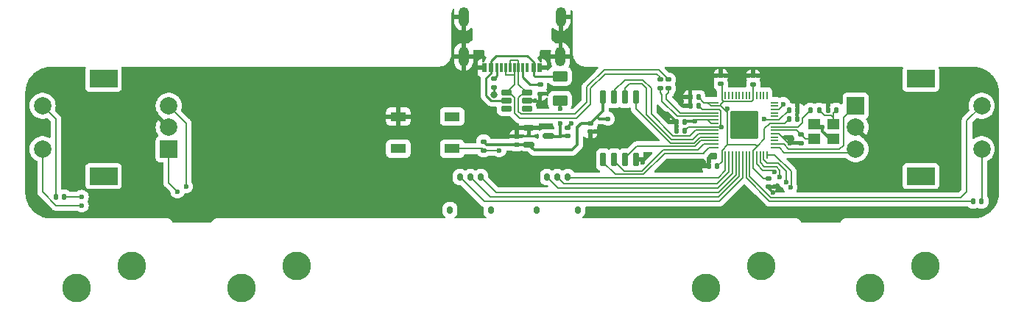
<source format=gbr>
%TF.GenerationSoftware,KiCad,Pcbnew,(7.0.0)*%
%TF.CreationDate,2023-02-23T19:51:54-08:00*%
%TF.ProjectId,4k-mania-keypad,346b2d6d-616e-4696-912d-6b6579706164,rev?*%
%TF.SameCoordinates,PX5ac6868PY7028288*%
%TF.FileFunction,Copper,L1,Top*%
%TF.FilePolarity,Positive*%
%FSLAX46Y46*%
G04 Gerber Fmt 4.6, Leading zero omitted, Abs format (unit mm)*
G04 Created by KiCad (PCBNEW (7.0.0)) date 2023-02-23 19:51:54*
%MOMM*%
%LPD*%
G01*
G04 APERTURE LIST*
G04 Aperture macros list*
%AMRoundRect*
0 Rectangle with rounded corners*
0 $1 Rounding radius*
0 $2 $3 $4 $5 $6 $7 $8 $9 X,Y pos of 4 corners*
0 Add a 4 corners polygon primitive as box body*
4,1,4,$2,$3,$4,$5,$6,$7,$8,$9,$2,$3,0*
0 Add four circle primitives for the rounded corners*
1,1,$1+$1,$2,$3*
1,1,$1+$1,$4,$5*
1,1,$1+$1,$6,$7*
1,1,$1+$1,$8,$9*
0 Add four rect primitives between the rounded corners*
20,1,$1+$1,$2,$3,$4,$5,0*
20,1,$1+$1,$4,$5,$6,$7,0*
20,1,$1+$1,$6,$7,$8,$9,0*
20,1,$1+$1,$8,$9,$2,$3,0*%
G04 Aperture macros list end*
%TA.AperFunction,SMDPad,CuDef*%
%ADD10RoundRect,0.135000X-0.185000X0.135000X-0.185000X-0.135000X0.185000X-0.135000X0.185000X0.135000X0*%
%TD*%
%TA.AperFunction,SMDPad,CuDef*%
%ADD11RoundRect,0.150000X-0.150000X-0.275000X0.150000X-0.275000X0.150000X0.275000X-0.150000X0.275000X0*%
%TD*%
%TA.AperFunction,SMDPad,CuDef*%
%ADD12RoundRect,0.175000X-0.175000X-0.225000X0.175000X-0.225000X0.175000X0.225000X-0.175000X0.225000X0*%
%TD*%
%TA.AperFunction,SMDPad,CuDef*%
%ADD13RoundRect,0.135000X0.185000X-0.135000X0.185000X0.135000X-0.185000X0.135000X-0.185000X-0.135000X0*%
%TD*%
%TA.AperFunction,SMDPad,CuDef*%
%ADD14RoundRect,0.140000X0.170000X-0.140000X0.170000X0.140000X-0.170000X0.140000X-0.170000X-0.140000X0*%
%TD*%
%TA.AperFunction,SMDPad,CuDef*%
%ADD15RoundRect,0.140000X0.140000X0.170000X-0.140000X0.170000X-0.140000X-0.170000X0.140000X-0.170000X0*%
%TD*%
%TA.AperFunction,ComponentPad*%
%ADD16R,2.000000X2.000000*%
%TD*%
%TA.AperFunction,ComponentPad*%
%ADD17C,2.000000*%
%TD*%
%TA.AperFunction,ComponentPad*%
%ADD18R,3.200000X2.000000*%
%TD*%
%TA.AperFunction,SMDPad,CuDef*%
%ADD19RoundRect,0.140000X-0.170000X0.140000X-0.170000X-0.140000X0.170000X-0.140000X0.170000X0.140000X0*%
%TD*%
%TA.AperFunction,SMDPad,CuDef*%
%ADD20RoundRect,0.140000X-0.140000X-0.170000X0.140000X-0.170000X0.140000X0.170000X-0.140000X0.170000X0*%
%TD*%
%TA.AperFunction,SMDPad,CuDef*%
%ADD21RoundRect,0.050000X0.050000X-0.387500X0.050000X0.387500X-0.050000X0.387500X-0.050000X-0.387500X0*%
%TD*%
%TA.AperFunction,SMDPad,CuDef*%
%ADD22RoundRect,0.050000X0.387500X-0.050000X0.387500X0.050000X-0.387500X0.050000X-0.387500X-0.050000X0*%
%TD*%
%TA.AperFunction,ComponentPad*%
%ADD23C,0.600000*%
%TD*%
%TA.AperFunction,SMDPad,CuDef*%
%ADD24RoundRect,0.144000X1.456000X-1.456000X1.456000X1.456000X-1.456000X1.456000X-1.456000X-1.456000X0*%
%TD*%
%TA.AperFunction,SMDPad,CuDef*%
%ADD25RoundRect,0.150000X0.475000X0.150000X-0.475000X0.150000X-0.475000X-0.150000X0.475000X-0.150000X0*%
%TD*%
%TA.AperFunction,SMDPad,CuDef*%
%ADD26RoundRect,0.147500X0.147500X0.172500X-0.147500X0.172500X-0.147500X-0.172500X0.147500X-0.172500X0*%
%TD*%
%TA.AperFunction,SMDPad,CuDef*%
%ADD27RoundRect,0.150000X0.150000X-0.650000X0.150000X0.650000X-0.150000X0.650000X-0.150000X-0.650000X0*%
%TD*%
%TA.AperFunction,SMDPad,CuDef*%
%ADD28R,1.800000X1.100000*%
%TD*%
%TA.AperFunction,SMDPad,CuDef*%
%ADD29RoundRect,0.150000X-0.512500X-0.150000X0.512500X-0.150000X0.512500X0.150000X-0.512500X0.150000X0*%
%TD*%
%TA.AperFunction,SMDPad,CuDef*%
%ADD30R,0.540000X1.100000*%
%TD*%
%TA.AperFunction,SMDPad,CuDef*%
%ADD31R,0.300000X1.100000*%
%TD*%
%TA.AperFunction,ComponentPad*%
%ADD32O,1.200000X2.250000*%
%TD*%
%TA.AperFunction,SMDPad,CuDef*%
%ADD33RoundRect,0.135000X0.135000X0.185000X-0.135000X0.185000X-0.135000X-0.185000X0.135000X-0.185000X0*%
%TD*%
%TA.AperFunction,SMDPad,CuDef*%
%ADD34RoundRect,0.147500X-0.147500X-0.172500X0.147500X-0.172500X0.147500X0.172500X-0.147500X0.172500X0*%
%TD*%
%TA.AperFunction,SMDPad,CuDef*%
%ADD35RoundRect,0.250000X-0.625000X0.375000X-0.625000X-0.375000X0.625000X-0.375000X0.625000X0.375000X0*%
%TD*%
%TA.AperFunction,SMDPad,CuDef*%
%ADD36R,1.400000X1.200000*%
%TD*%
%TA.AperFunction,ComponentPad*%
%ADD37C,3.300000*%
%TD*%
%TA.AperFunction,ViaPad*%
%ADD38C,0.600000*%
%TD*%
%TA.AperFunction,ViaPad*%
%ADD39C,0.800000*%
%TD*%
%TA.AperFunction,Conductor*%
%ADD40C,0.300000*%
%TD*%
%TA.AperFunction,Conductor*%
%ADD41C,0.200000*%
%TD*%
%TA.AperFunction,Conductor*%
%ADD42C,0.250000*%
%TD*%
G04 APERTURE END LIST*
D10*
%TO.P,R4,1*%
%TO.N,+3.3V*%
X52538082Y28992019D03*
%TO.P,R4,2*%
%TO.N,/reset*%
X52538082Y27972019D03*
%TD*%
%TO.P,R5,1*%
%TO.N,/USB_D+*%
X72825000Y36115000D03*
%TO.P,R5,2*%
%TO.N,Net-(U1-D+)*%
X72825000Y35095000D03*
%TD*%
D11*
%TO.P,J3,1,Pin_1*%
%TO.N,/row0(1)*%
X59815000Y24880000D03*
%TO.P,J3,2,Pin_2*%
%TO.N,/col1(1)*%
X61015000Y24880000D03*
%TO.P,J3,3,Pin_3*%
%TO.N,/col0(1)*%
X62215000Y24880000D03*
D12*
%TO.P,J3,MP*%
%TO.N,N/C*%
X58665000Y21105000D03*
X63365000Y21105000D03*
%TD*%
D13*
%TO.P,R1,1*%
%TO.N,GND*%
X59015000Y34495000D03*
%TO.P,R1,2*%
%TO.N,Net-(J1-CC1)*%
X59015000Y35515000D03*
%TD*%
D14*
%TO.P,C11,1*%
%TO.N,+3.3V*%
X83539949Y35592638D03*
%TO.P,C11,2*%
%TO.N,GND*%
X83539949Y36552638D03*
%TD*%
%TO.P,C9,1*%
%TO.N,+3.3V*%
X79815000Y35605000D03*
%TO.P,C9,2*%
%TO.N,GND*%
X79815000Y36565000D03*
%TD*%
D15*
%TO.P,C6,1*%
%TO.N,+3.3V*%
X77245000Y34105000D03*
%TO.P,C6,2*%
%TO.N,GND*%
X76285000Y34105000D03*
%TD*%
D16*
%TO.P,SW1,A,A*%
%TO.N,/rotA(0)*%
X16314999Y28104999D03*
D17*
%TO.P,SW1,B,B*%
%TO.N,/rotB(0)*%
X16315000Y33105000D03*
%TO.P,SW1,C,C*%
%TO.N,GND*%
X16315000Y30605000D03*
D18*
%TO.P,SW1,MP*%
%TO.N,N/C*%
X8814999Y25004999D03*
X8814999Y36204999D03*
D17*
%TO.P,SW1,S1,S1*%
%TO.N,Net-(D1-A)*%
X1815000Y33105000D03*
%TO.P,SW1,S2,S2*%
%TO.N,/rsw0(0)*%
X1815000Y28105000D03*
%TD*%
D19*
%TO.P,C8,1*%
%TO.N,+3.3V*%
X85318016Y24717345D03*
%TO.P,C8,2*%
%TO.N,GND*%
X85318016Y23757345D03*
%TD*%
D16*
%TO.P,SW2,A,A*%
%TO.N,/rotA(1)*%
X95314999Y33104999D03*
D17*
%TO.P,SW2,B,B*%
%TO.N,/rotB(1)*%
X95315000Y28105000D03*
%TO.P,SW2,C,C*%
%TO.N,GND*%
X95315000Y30605000D03*
D18*
%TO.P,SW2,MP*%
%TO.N,N/C*%
X102814999Y36204999D03*
X102814999Y25004999D03*
D17*
%TO.P,SW2,S1,S1*%
%TO.N,Net-(D2-A)*%
X109815000Y28105000D03*
%TO.P,SW2,S2,S2*%
%TO.N,/rsw0(1)*%
X109815000Y33105000D03*
%TD*%
D14*
%TO.P,C2,1*%
%TO.N,+3.3V*%
X56315000Y28625000D03*
%TO.P,C2,2*%
%TO.N,GND*%
X56315000Y29585000D03*
%TD*%
%TO.P,C4,1*%
%TO.N,GND*%
X89009884Y28817420D03*
%TO.P,C4,2*%
%TO.N,Net-(U1-XTAL_IN)*%
X89009884Y29777420D03*
%TD*%
D20*
%TO.P,C13,1*%
%TO.N,+1V1*%
X87635000Y32605000D03*
%TO.P,C13,2*%
%TO.N,GND*%
X88595000Y32605000D03*
%TD*%
D21*
%TO.P,U1,1,IOVDD*%
%TO.N,+3.3V*%
X79940000Y27442500D03*
%TO.P,U1,2,GPIO0*%
%TO.N,/col0(1)*%
X80340000Y27442500D03*
%TO.P,U1,3,GPIO1*%
%TO.N,/col1(1)*%
X80740000Y27442500D03*
%TO.P,U1,4,GPIO2*%
%TO.N,/row0(1)*%
X81140000Y27442500D03*
%TO.P,U1,5,GPIO3*%
%TO.N,/row0(0)*%
X81540000Y27442500D03*
%TO.P,U1,6,GPIO4*%
%TO.N,/col1(0)*%
X81940000Y27442500D03*
%TO.P,U1,7,GPIO5*%
%TO.N,/col0(0)*%
X82340000Y27442500D03*
%TO.P,U1,8,GPIO6*%
%TO.N,/rsw1(1)*%
X82740000Y27442500D03*
%TO.P,U1,9,GPIO7*%
%TO.N,/rsw0(1)*%
X83140000Y27442500D03*
%TO.P,U1,10,IOVDD*%
%TO.N,+3.3V*%
X83540000Y27442500D03*
%TO.P,U1,11,GPIO8*%
%TO.N,/rotB(0)*%
X83940000Y27442500D03*
%TO.P,U1,12,GPIO9*%
%TO.N,/rotA(0)*%
X84340000Y27442500D03*
%TO.P,U1,13,GPIO10*%
%TO.N,/rsw1(0)*%
X84740000Y27442500D03*
%TO.P,U1,14,GPIO11*%
%TO.N,/rsw0(0)*%
X85140000Y27442500D03*
D22*
%TO.P,U1,15,GPIO12*%
%TO.N,/rotB(1)*%
X85977500Y28280000D03*
%TO.P,U1,16,GPIO13*%
%TO.N,/rotA(1)*%
X85977500Y28680000D03*
%TO.P,U1,17,GPIO14*%
%TO.N,unconnected-(U1-GPIO14-Pad17)*%
X85977500Y29080000D03*
%TO.P,U1,18,GPIO15*%
%TO.N,unconnected-(U1-GPIO15-Pad18)*%
X85977500Y29480000D03*
%TO.P,U1,19,TESTEN*%
%TO.N,GND*%
X85977500Y29880000D03*
%TO.P,U1,20,XTAL_IN*%
%TO.N,Net-(U1-XTAL_IN)*%
X85977500Y30280000D03*
%TO.P,U1,21,XTAL_OUT*%
%TO.N,Net-(U1-XTAL_OUT)*%
X85977500Y30680000D03*
%TO.P,U1,22,IOVDD*%
%TO.N,+3.3V*%
X85977500Y31080000D03*
%TO.P,U1,23,DVDD*%
%TO.N,+1V1*%
X85977500Y31480000D03*
%TO.P,U1,24,SWCLK*%
%TO.N,unconnected-(U1-SWCLK-Pad24)*%
X85977500Y31880000D03*
%TO.P,U1,25,SWDIO*%
%TO.N,unconnected-(U1-SWDIO-Pad25)*%
X85977500Y32280000D03*
%TO.P,U1,26,~{RUN}*%
%TO.N,/reset*%
X85977500Y32680000D03*
%TO.P,U1,27,GPIO16*%
%TO.N,unconnected-(U1-GPIO16-Pad27)*%
X85977500Y33080000D03*
%TO.P,U1,28,GPIO17*%
%TO.N,unconnected-(U1-GPIO17-Pad28)*%
X85977500Y33480000D03*
D21*
%TO.P,U1,29,GPIO18*%
%TO.N,unconnected-(U1-GPIO18-Pad29)*%
X85140000Y34317500D03*
%TO.P,U1,30,GPIO19*%
%TO.N,unconnected-(U1-GPIO19-Pad30)*%
X84740000Y34317500D03*
%TO.P,U1,31,GPIO20*%
%TO.N,unconnected-(U1-GPIO20-Pad31)*%
X84340000Y34317500D03*
%TO.P,U1,32,GPIO21*%
%TO.N,unconnected-(U1-GPIO21-Pad32)*%
X83940000Y34317500D03*
%TO.P,U1,33,IOVDD*%
%TO.N,+3.3V*%
X83540000Y34317500D03*
%TO.P,U1,34,GPIO22*%
%TO.N,unconnected-(U1-GPIO22-Pad34)*%
X83140000Y34317500D03*
%TO.P,U1,35,GPIO23*%
%TO.N,unconnected-(U1-GPIO23-Pad35)*%
X82740000Y34317500D03*
%TO.P,U1,36,GPIO24*%
%TO.N,unconnected-(U1-GPIO24-Pad36)*%
X82340000Y34317500D03*
%TO.P,U1,37,GPIO25*%
%TO.N,unconnected-(U1-GPIO25-Pad37)*%
X81940000Y34317500D03*
%TO.P,U1,38,GPIO26/ADC0*%
%TO.N,unconnected-(U1-GPIO26{slash}ADC0-Pad38)*%
X81540000Y34317500D03*
%TO.P,U1,39,GPIO27/ADC1*%
%TO.N,unconnected-(U1-GPIO27{slash}ADC1-Pad39)*%
X81140000Y34317500D03*
%TO.P,U1,40,GPIO28/ADC2*%
%TO.N,unconnected-(U1-GPIO28{slash}ADC2-Pad40)*%
X80740000Y34317500D03*
%TO.P,U1,41,GPIO29/ADC3*%
%TO.N,unconnected-(U1-GPIO29{slash}ADC3-Pad41)*%
X80340000Y34317500D03*
%TO.P,U1,42,IOVDD*%
%TO.N,+3.3V*%
X79940000Y34317500D03*
D22*
%TO.P,U1,43,ADC_AVDD*%
X79102500Y33480000D03*
%TO.P,U1,44,VREG_VIN*%
X79102500Y33080000D03*
%TO.P,U1,45,VREG_VOUT*%
%TO.N,+1V1*%
X79102500Y32680000D03*
%TO.P,U1,46,D-*%
%TO.N,Net-(U1-D-)*%
X79102500Y32280000D03*
%TO.P,U1,47,D+*%
%TO.N,Net-(U1-D+)*%
X79102500Y31880000D03*
%TO.P,U1,48,USB_VDD*%
%TO.N,+3.3V*%
X79102500Y31480000D03*
%TO.P,U1,49,IOVDD*%
X79102500Y31080000D03*
%TO.P,U1,50,DVDD*%
%TO.N,+1V1*%
X79102500Y30680000D03*
%TO.P,U1,51,QSPI_SD3*%
%TO.N,/SD3*%
X79102500Y30280000D03*
%TO.P,U1,52,QSPI_SCLK*%
%TO.N,/CLK*%
X79102500Y29880000D03*
%TO.P,U1,53,QSPI_SD0*%
%TO.N,/SD0*%
X79102500Y29480000D03*
%TO.P,U1,54,QSPI_SD2*%
%TO.N,/SD2*%
X79102500Y29080000D03*
%TO.P,U1,55,QSPI_SD1*%
%TO.N,/SD1*%
X79102500Y28680000D03*
%TO.P,U1,56,QSPI_SS_N*%
%TO.N,/CS*%
X79102500Y28280000D03*
D23*
%TO.P,U1,57,GND*%
%TO.N,GND*%
X81265000Y29605000D03*
X82540000Y29605000D03*
X83815000Y29605000D03*
X81265000Y30880000D03*
X82540000Y30880000D03*
D24*
X82540000Y30880000D03*
D23*
X83815000Y30880000D03*
X81265000Y32155000D03*
X82540000Y32155000D03*
X83815000Y32155000D03*
%TD*%
D14*
%TO.P,C1,1*%
%TO.N,+5V*%
X62182214Y29592557D03*
%TO.P,C1,2*%
%TO.N,GND*%
X62182214Y30552557D03*
%TD*%
D25*
%TO.P,U2,1,IO1*%
%TO.N,unconnected-(U2-IO1-Pad1)*%
X57502048Y32731164D03*
%TO.P,U2,2,VN*%
%TO.N,GND*%
X57502048Y33681164D03*
%TO.P,U2,3,IO2*%
%TO.N,/USB_D-*%
X57502048Y34631164D03*
%TO.P,U2,4,IO3*%
%TO.N,/USB_D+*%
X55152048Y34631164D03*
%TO.P,U2,5,VP*%
%TO.N,VCC*%
X55152048Y33681164D03*
%TO.P,U2,6,IO4*%
%TO.N,unconnected-(U2-IO4-Pad6)*%
X55152048Y32731164D03*
%TD*%
D15*
%TO.P,C12,1*%
%TO.N,+3.3V*%
X75666995Y31249232D03*
%TO.P,C12,2*%
%TO.N,GND*%
X74706995Y31249232D03*
%TD*%
D26*
%TO.P,D1,1,K*%
%TO.N,/rsw1(0)*%
X4300000Y22605000D03*
%TO.P,D1,2,A*%
%TO.N,Net-(D1-A)*%
X3330000Y22605000D03*
%TD*%
D27*
%TO.P,U4,1,~{CS}*%
%TO.N,/CS*%
X66265000Y26905000D03*
%TO.P,U4,2,DO(IO1)*%
%TO.N,/SD1*%
X67535000Y26905000D03*
%TO.P,U4,3,IO2*%
%TO.N,/SD2*%
X68805000Y26905000D03*
%TO.P,U4,4,GND*%
%TO.N,GND*%
X70075000Y26905000D03*
%TO.P,U4,5,DI(IO0)*%
%TO.N,/SD0*%
X70075000Y34105000D03*
%TO.P,U4,6,CLK*%
%TO.N,/CLK*%
X68805000Y34105000D03*
%TO.P,U4,7,IO3*%
%TO.N,/SD3*%
X67535000Y34105000D03*
%TO.P,U4,8,VCC*%
%TO.N,+3.3V*%
X66265000Y34105000D03*
%TD*%
D28*
%TO.P,SW7,1,1*%
%TO.N,/reset*%
X48914999Y28154999D03*
%TO.P,SW7,2,2*%
%TO.N,GND*%
X42714999Y31854999D03*
%TO.P,SW7,3*%
%TO.N,N/C*%
X48914999Y31854999D03*
%TO.P,SW7,4*%
X42714999Y28154999D03*
%TD*%
D29*
%TO.P,U3,1,GND*%
%TO.N,GND*%
X57740000Y30555000D03*
%TO.P,U3,2,VO*%
%TO.N,+3.3V*%
X57740000Y28655000D03*
%TO.P,U3,3,VI*%
%TO.N,+5V*%
X60015000Y29605000D03*
%TD*%
D20*
%TO.P,C5,1*%
%TO.N,GND*%
X92135000Y32605000D03*
%TO.P,C5,2*%
%TO.N,Net-(C5-Pad2)*%
X93095000Y32605000D03*
%TD*%
D30*
%TO.P,J1,A1,GND*%
%TO.N,GND*%
X59004999Y37464999D03*
%TO.P,J1,A4,VBUS*%
%TO.N,VCC*%
X58254999Y37464999D03*
D31*
%TO.P,J1,A5,CC1*%
%TO.N,Net-(J1-CC1)*%
X57054999Y37464999D03*
%TO.P,J1,A6,D+*%
%TO.N,/USB_D+*%
X56054999Y37464999D03*
%TO.P,J1,A7,D-*%
%TO.N,/USB_D-*%
X55554999Y37464999D03*
%TO.P,J1,A8,SBU1*%
%TO.N,unconnected-(J1-SBU1-PadA8)*%
X54554999Y37464999D03*
D30*
%TO.P,J1,A9,VBUS*%
%TO.N,VCC*%
X53354999Y37464999D03*
%TO.P,J1,A12,GND*%
%TO.N,GND*%
X52604999Y37464999D03*
%TO.P,J1,B1,GND*%
X52604999Y37464999D03*
%TO.P,J1,B4,VBUS*%
%TO.N,VCC*%
X53354999Y37464999D03*
D31*
%TO.P,J1,B5,CC2*%
%TO.N,Net-(J1-CC2)*%
X54054999Y37464999D03*
%TO.P,J1,B6,D+*%
%TO.N,/USB_D+*%
X55054999Y37464999D03*
%TO.P,J1,B7,D-*%
%TO.N,/USB_D-*%
X56554999Y37464999D03*
%TO.P,J1,B8,SBU2*%
%TO.N,unconnected-(J1-SBU2-PadB8)*%
X57554999Y37464999D03*
D30*
%TO.P,J1,B9,VBUS*%
%TO.N,VCC*%
X58254999Y37464999D03*
%TO.P,J1,B12,GND*%
%TO.N,GND*%
X59004999Y37464999D03*
D32*
%TO.P,J1,S1,SHIELD*%
X61399999Y43344999D03*
X61379999Y38744999D03*
X50249999Y43344999D03*
X50229999Y38744999D03*
%TD*%
D19*
%TO.P,C3,1*%
%TO.N,+3.3V*%
X64815000Y31085000D03*
%TO.P,C3,2*%
%TO.N,GND*%
X64815000Y30125000D03*
%TD*%
D33*
%TO.P,R3,1*%
%TO.N,Net-(C5-Pad2)*%
X91125000Y32605000D03*
%TO.P,R3,2*%
%TO.N,Net-(U1-XTAL_OUT)*%
X90105000Y32605000D03*
%TD*%
D34*
%TO.P,D2,1,K*%
%TO.N,/rsw1(1)*%
X108830000Y22105000D03*
%TO.P,D2,2,A*%
%TO.N,Net-(D2-A)*%
X109800000Y22105000D03*
%TD*%
D15*
%TO.P,C14,1*%
%TO.N,+1V1*%
X77245000Y33105000D03*
%TO.P,C14,2*%
%TO.N,GND*%
X76285000Y33105000D03*
%TD*%
%TO.P,C10,1*%
%TO.N,+3.3V*%
X79406623Y26146343D03*
%TO.P,C10,2*%
%TO.N,GND*%
X78446623Y26146343D03*
%TD*%
D35*
%TO.P,F1,1*%
%TO.N,VCC*%
X61315000Y36505000D03*
%TO.P,F1,2*%
%TO.N,+5V*%
X61315000Y33705000D03*
%TD*%
D20*
%TO.P,C7,1*%
%TO.N,+3.3V*%
X87655000Y31605000D03*
%TO.P,C7,2*%
%TO.N,GND*%
X88615000Y31605000D03*
%TD*%
D36*
%TO.P,Y1,1,1*%
%TO.N,Net-(C5-Pad2)*%
X92714999Y30954999D03*
%TO.P,Y1,2,2*%
%TO.N,GND*%
X90514999Y30954999D03*
%TO.P,Y1,3,3*%
%TO.N,Net-(U1-XTAL_IN)*%
X90514999Y29254999D03*
%TO.P,Y1,4,4*%
%TO.N,GND*%
X92714999Y29254999D03*
%TD*%
D11*
%TO.P,J2,1,Pin_1*%
%TO.N,/col0(0)*%
X49815000Y24880000D03*
%TO.P,J2,2,Pin_2*%
%TO.N,/col1(0)*%
X51015000Y24880000D03*
%TO.P,J2,3,Pin_3*%
%TO.N,/row0(0)*%
X52215000Y24880000D03*
D12*
%TO.P,J2,MP*%
%TO.N,N/C*%
X48665000Y21105000D03*
X53365000Y21105000D03*
%TD*%
D15*
%TO.P,C15,1*%
%TO.N,+1V1*%
X75666995Y30249232D03*
%TO.P,C15,2*%
%TO.N,GND*%
X74706995Y30249232D03*
%TD*%
D10*
%TO.P,R2,1*%
%TO.N,Net-(J1-CC2)*%
X53715000Y36215000D03*
%TO.P,R2,2*%
%TO.N,GND*%
X53715000Y35195000D03*
%TD*%
%TO.P,R6,1*%
%TO.N,/USB_D-*%
X73815000Y36115000D03*
%TO.P,R6,2*%
%TO.N,Net-(U1-D-)*%
X73815000Y35095000D03*
%TD*%
D37*
%TO.P,SW5,1,1*%
%TO.N,Net-(D5-A)*%
X78085000Y12145000D03*
%TO.P,SW5,2,2*%
%TO.N,Net-(J5-Pin_3)*%
X84435000Y14685000D03*
%TD*%
%TO.P,SW6,1,1*%
%TO.N,Net-(D6-A)*%
X97005000Y12145000D03*
%TO.P,SW6,2,2*%
%TO.N,Net-(J5-Pin_2)*%
X103355000Y14685000D03*
%TD*%
%TO.P,SW4,1,1*%
%TO.N,Net-(D4-A)*%
X24715000Y12065000D03*
%TO.P,SW4,2,2*%
%TO.N,Net-(J4-Pin_1)*%
X31065000Y14605000D03*
%TD*%
%TO.P,SW3,1,1*%
%TO.N,Net-(D3-A)*%
X5715000Y12065000D03*
%TO.P,SW3,2,2*%
%TO.N,Net-(J4-Pin_2)*%
X12065000Y14605000D03*
%TD*%
D38*
%TO.N,+5V*%
X61315000Y31081683D03*
X61315000Y32730664D03*
%TO.N,GND*%
X73315000Y32254500D03*
X62629798Y31081683D03*
X87751064Y28816758D03*
X85815000Y23105000D03*
D39*
X53715000Y34405664D03*
D38*
X77815000Y26605000D03*
X91515498Y30605000D03*
X70815000Y26605000D03*
%TO.N,+3.3V*%
X76815000Y31280500D03*
X66815000Y31605000D03*
X80576124Y32731164D03*
%TO.N,+1V1*%
X84815000Y31605000D03*
X79921307Y30670478D03*
%TO.N,/rsw1(0)*%
X6315000Y22605000D03*
X87302919Y24318485D03*
%TO.N,/rsw0(0)*%
X6315000Y21605000D03*
X87815000Y23704500D03*
%TO.N,/reset*%
X54345053Y27975500D03*
X87015000Y33305000D03*
%TO.N,/rotA(0)*%
X17315000Y23204500D03*
X86613495Y24903500D03*
%TO.N,/rotB(0)*%
X18315000Y23804000D03*
X85950844Y25503000D03*
%TD*%
D40*
%TO.N,+3.3V*%
X52905101Y28625000D02*
X52538082Y28992019D01*
X56315000Y28625000D02*
X52905101Y28625000D01*
D41*
%TO.N,/reset*%
X52538082Y27972019D02*
X52355101Y28155000D01*
X52355101Y28155000D02*
X48915000Y28155000D01*
X52541563Y27975500D02*
X52538082Y27972019D01*
X54345053Y27975500D02*
X52541563Y27975500D01*
D40*
%TO.N,+5V*%
X61415000Y29585000D02*
X60035000Y29585000D01*
X61315000Y31081683D02*
X61315000Y29685000D01*
X61422557Y29592557D02*
X61415000Y29585000D01*
X60035000Y29585000D02*
X60015000Y29605000D01*
X61315000Y33705000D02*
X61315000Y32730664D01*
X62182214Y29592557D02*
X61422557Y29592557D01*
%TO.N,GND*%
X78273657Y26146343D02*
X77815000Y26605000D01*
X85318016Y23757345D02*
X85318016Y23601984D01*
X91515498Y30154502D02*
X92415000Y29255000D01*
D41*
X85977500Y29880000D02*
X86509975Y29880000D01*
D40*
X85318016Y23601984D02*
X85815000Y23105000D01*
X90615000Y30955000D02*
X90515000Y30955000D01*
X88615000Y31605000D02*
X88615000Y32585000D01*
X70075000Y26905000D02*
X70515000Y26905000D01*
X90965000Y30605000D02*
X90615000Y30955000D01*
X91515498Y30605000D02*
X90965000Y30605000D01*
X73315000Y32254500D02*
X73701727Y32254500D01*
X89009884Y28817420D02*
X87751726Y28817420D01*
X62182214Y30634099D02*
X62629798Y31081683D01*
X78446623Y26146343D02*
X78273657Y26146343D01*
X91515498Y30605000D02*
X91515498Y30154502D01*
X74706995Y30249232D02*
X74706995Y31249232D01*
X76285000Y33105000D02*
X76285000Y34105000D01*
X87751726Y28817420D02*
X87751064Y28816758D01*
X92315000Y29255000D02*
X92715000Y29255000D01*
D42*
X53715000Y35195000D02*
X53715000Y34405664D01*
D40*
X70515000Y26905000D02*
X70815000Y26605000D01*
X92415000Y29255000D02*
X92715000Y29255000D01*
D41*
X86509975Y29880000D02*
X87573217Y28816758D01*
D40*
X62182214Y30552557D02*
X62182214Y30634099D01*
X88615000Y32585000D02*
X88595000Y32605000D01*
D41*
X87573217Y28816758D02*
X87751064Y28816758D01*
D40*
X73701727Y32254500D02*
X74706995Y31249232D01*
D41*
%TO.N,+3.3V*%
X83540000Y27974975D02*
X83540000Y27442500D01*
X77870000Y33480000D02*
X77245000Y34105000D01*
X79940000Y34317500D02*
X79940000Y35480000D01*
X80570025Y28605000D02*
X83815000Y28605000D01*
X83540000Y25880000D02*
X84702655Y24717345D01*
D40*
X63315000Y30605000D02*
X63795000Y31085000D01*
D41*
X79800661Y33080000D02*
X78936815Y33080000D01*
X85977500Y31080000D02*
X85445025Y31080000D01*
X83540000Y33785025D02*
X83334975Y33580000D01*
D40*
X58400000Y27995000D02*
X62705000Y27995000D01*
D41*
X79102500Y31080000D02*
X78715000Y31080000D01*
D40*
X65575000Y31845000D02*
X66265000Y32535000D01*
D41*
X84702655Y24717345D02*
X85318016Y24717345D01*
D40*
X76815000Y31280500D02*
X75698263Y31280500D01*
D41*
X79940000Y35480000D02*
X79815000Y35605000D01*
X79102500Y31480000D02*
X78315000Y31480000D01*
X79940000Y27442500D02*
X79940000Y26679720D01*
X79102500Y33080000D02*
X78665000Y33080000D01*
X78315000Y31480000D02*
X77014500Y31480000D01*
X84815000Y30449975D02*
X84815000Y29249974D01*
D40*
X65815000Y31605000D02*
X66815000Y31605000D01*
D41*
X79940000Y26679720D02*
X79406623Y26146343D01*
X80570025Y32725065D02*
X80570025Y32310636D01*
D40*
X62705000Y27995000D02*
X63315000Y28605000D01*
D41*
X83539949Y34900051D02*
X83540000Y34900000D01*
X79940000Y33785025D02*
X79940000Y34317500D01*
X80570025Y28605000D02*
X80570025Y32310636D01*
X84815000Y29249974D02*
X83992513Y28427487D01*
D40*
X57740000Y28655000D02*
X56345000Y28655000D01*
X63315000Y28605000D02*
X63315000Y30605000D01*
X75698263Y31280500D02*
X75666995Y31249232D01*
D41*
X78715000Y31080000D02*
X78315000Y31480000D01*
X80576124Y32731164D02*
X80570025Y32725065D01*
D40*
X63795000Y31085000D02*
X64815000Y31085000D01*
D41*
X79800661Y33235636D02*
X80145025Y33580000D01*
X83539949Y35592638D02*
X83539949Y34900051D01*
D40*
X65575000Y31845000D02*
X65815000Y31605000D01*
D41*
X83540000Y34900000D02*
X83540000Y34317500D01*
X83540000Y34317500D02*
X83540000Y33785025D01*
X77014500Y31480000D02*
X76815000Y31280500D01*
X83992513Y28427487D02*
X83540000Y27974975D01*
X87130000Y31080000D02*
X87655000Y31605000D01*
X79940000Y27442500D02*
X79940000Y27974975D01*
X80145025Y33580000D02*
X79940000Y33785025D01*
X85445025Y31080000D02*
X84815000Y30449975D01*
D40*
X66265000Y32535000D02*
X66265000Y34105000D01*
X64815000Y31085000D02*
X65575000Y31845000D01*
D41*
X83815000Y28605000D02*
X83992513Y28427487D01*
X80570025Y32310636D02*
X79800661Y33080000D01*
X79800661Y33080000D02*
X79800661Y33235636D01*
D40*
X57740000Y28655000D02*
X58400000Y27995000D01*
D41*
X78665000Y33080000D02*
X78265000Y33480000D01*
X85977500Y31080000D02*
X87130000Y31080000D01*
X79102500Y33480000D02*
X78265000Y33480000D01*
X79940000Y27974975D02*
X80570025Y28605000D01*
X78265000Y33480000D02*
X77870000Y33480000D01*
X83334975Y33580000D02*
X80145025Y33580000D01*
D40*
X56345000Y28655000D02*
X56315000Y28625000D01*
D41*
X83540000Y27105000D02*
X83540000Y25880000D01*
%TO.N,Net-(U1-XTAL_IN)*%
X89532304Y29255000D02*
X89009884Y29777420D01*
X90515000Y29255000D02*
X89532304Y29255000D01*
X85977500Y30280000D02*
X88507304Y30280000D01*
X89009884Y29777420D02*
X88507304Y30280000D01*
%TO.N,Net-(C5-Pad2)*%
X92715000Y30955000D02*
X92715000Y32225000D01*
X92715000Y30955000D02*
X92715000Y31755000D01*
X92715000Y32225000D02*
X93095000Y32605000D01*
X92475000Y31995000D02*
X91735000Y31995000D01*
X91735000Y31995000D02*
X91125000Y32605000D01*
X92715000Y31755000D02*
X92475000Y31995000D01*
%TO.N,+1V1*%
X79634975Y32680000D02*
X79840000Y32474975D01*
X79634975Y30680000D02*
X79102500Y30680000D01*
X76097763Y30680000D02*
X79102500Y30680000D01*
X87635000Y32605000D02*
X87634975Y32605000D01*
X75666995Y30249232D02*
X76097763Y30680000D01*
X79840000Y32474975D02*
X79840000Y30885025D01*
X79840000Y30885025D02*
X79634975Y30680000D01*
X86509975Y31480000D02*
X85977500Y31480000D01*
X77670000Y32680000D02*
X79102500Y32680000D01*
X77245000Y33105000D02*
X77670000Y32680000D01*
X87634975Y32605000D02*
X86509975Y31480000D01*
X79634975Y30680000D02*
X79911785Y30680000D01*
X84815000Y31605000D02*
X84940000Y31480000D01*
X79102500Y32680000D02*
X79634975Y32680000D01*
X79911785Y30680000D02*
X79921307Y30670478D01*
X84940000Y31480000D02*
X85815000Y31480000D01*
%TO.N,/rsw1(0)*%
X4300000Y22605000D02*
X6315000Y22605000D01*
X85315000Y26505000D02*
X85145025Y26505000D01*
X87302919Y24318485D02*
X87302919Y25565139D01*
X84740000Y26910025D02*
X84740000Y27605000D01*
X87302919Y25565139D02*
X86363058Y26505000D01*
X86363058Y26505000D02*
X85315000Y26505000D01*
X85145025Y26505000D02*
X84740000Y26910025D01*
%TO.N,Net-(D1-A)*%
X3315000Y22620000D02*
X3330000Y22605000D01*
X1815000Y33105000D02*
X3315000Y31605000D01*
X3315000Y31605000D02*
X3315000Y31305000D01*
X3315000Y31305000D02*
X3315000Y22620000D01*
%TO.N,/rsw0(0)*%
X1815000Y23167139D02*
X3377139Y21605000D01*
X85140000Y27442500D02*
X85991244Y27442500D01*
X87902919Y23792419D02*
X87815000Y23704500D01*
X87902919Y25530825D02*
X87902919Y23792419D01*
X3377139Y21605000D02*
X6315000Y21605000D01*
X1815000Y28105000D02*
X1815000Y23167139D01*
X85991244Y27442500D02*
X87902919Y25530825D01*
%TO.N,Net-(D2-A)*%
X109815000Y22120000D02*
X109815000Y28105000D01*
X109800000Y22105000D02*
X109815000Y22120000D01*
D42*
%TO.N,VCC*%
X53355000Y36825538D02*
X52815000Y36285538D01*
X58415000Y36505000D02*
X61315000Y36505000D01*
X52815000Y34280359D02*
X53414195Y33681164D01*
X58255000Y38165000D02*
X58255000Y37465000D01*
X53355000Y37465000D02*
X53355000Y38265000D01*
X53355000Y38265000D02*
X53940223Y38850223D01*
X58255000Y36665000D02*
X58415000Y36505000D01*
X52815000Y36285538D02*
X52815000Y34280359D01*
X53355000Y37465000D02*
X53355000Y36825538D01*
X58255000Y37465000D02*
X58255000Y36665000D01*
X53940223Y38850223D02*
X57569777Y38850223D01*
X53414195Y33681164D02*
X55152048Y33681164D01*
X57569777Y38850223D02*
X58255000Y38165000D01*
%TO.N,Net-(J1-CC1)*%
X59015000Y35515000D02*
X57905000Y35515000D01*
X57055000Y36365000D02*
X57055000Y37465000D01*
X57905000Y35515000D02*
X57055000Y36365000D01*
D41*
%TO.N,/USB_D+*%
X55152048Y34631164D02*
X56102048Y35581164D01*
X56105000Y35584116D02*
X56105000Y36805000D01*
X55463444Y34631164D02*
X56102047Y33992561D01*
X55152048Y34631164D02*
X55463444Y34631164D01*
X64815000Y35105000D02*
X66484500Y36774500D01*
X64815000Y33286800D02*
X64815000Y35105000D01*
X56102047Y32233399D02*
X56654264Y31681183D01*
X72442736Y36774500D02*
X72825000Y36392236D01*
X56105000Y36805000D02*
X56105000Y37505000D01*
X56102047Y33992561D02*
X56102047Y32233399D01*
X55055000Y36665000D02*
X55105000Y36615000D01*
X63209383Y31681183D02*
X64815000Y33286800D01*
X56654264Y31681183D02*
X63209383Y31681183D01*
X72825000Y36392236D02*
X72825000Y36115000D01*
X55055000Y37465000D02*
X55055000Y36665000D01*
X55105000Y36615000D02*
X56005000Y36615000D01*
X66484500Y36774500D02*
X72442736Y36774500D01*
X56102048Y35581164D02*
X56105000Y35584116D01*
X56005000Y36615000D02*
X56105000Y36715000D01*
X56105000Y36715000D02*
X56105000Y36805000D01*
%TO.N,/USB_D-*%
X57190652Y34631164D02*
X56552049Y33992561D01*
X55555000Y37465000D02*
X55555000Y38265000D01*
X55555000Y38265000D02*
X55605000Y38315000D01*
X64415000Y33523200D02*
X64415000Y35270686D01*
X57502048Y34631164D02*
X56552048Y35581164D01*
X56505000Y38315000D02*
X56555000Y38265000D01*
X56552048Y36542048D02*
X56555000Y36545000D01*
X63022964Y32131164D02*
X64415000Y33523200D01*
X56840652Y32131164D02*
X63022964Y32131164D01*
X55605000Y38315000D02*
X56505000Y38315000D01*
X56555000Y36545000D02*
X56555000Y37465000D01*
X72651500Y37278500D02*
X73815000Y36115000D01*
X57502048Y34631164D02*
X57190652Y34631164D01*
X66422815Y37278500D02*
X72651500Y37278500D01*
X64415000Y35270686D02*
X66422815Y37278500D01*
X56555000Y38265000D02*
X56555000Y37465000D01*
X56552048Y35581164D02*
X56552048Y36542048D01*
X56552049Y32419767D02*
X56840652Y32131164D01*
X56552049Y33992561D02*
X56552049Y32419767D01*
D42*
%TO.N,Net-(J1-CC2)*%
X53715000Y36215000D02*
X54055000Y36555000D01*
X54055000Y36555000D02*
X54055000Y37465000D01*
D41*
%TO.N,/col0(0)*%
X82340000Y24801570D02*
X79643430Y22105000D01*
X82340000Y27442500D02*
X82340000Y24801570D01*
X52590000Y22105000D02*
X49815000Y24880000D01*
X79643430Y22105000D02*
X52590000Y22105000D01*
%TO.N,/col1(0)*%
X53290000Y22605000D02*
X51015000Y24880000D01*
X79577744Y22605000D02*
X53290000Y22605000D01*
X81940000Y24967256D02*
X79577744Y22605000D01*
X81940000Y27442500D02*
X81940000Y24967256D01*
%TO.N,/row0(0)*%
X53990000Y23105000D02*
X52215000Y24880000D01*
X81540000Y25132942D02*
X79512058Y23105000D01*
X81540000Y27442500D02*
X81540000Y25132942D01*
X79512058Y23105000D02*
X53990000Y23105000D01*
%TO.N,/row0(1)*%
X81140000Y27442500D02*
X81140000Y25298628D01*
X61090000Y23605000D02*
X59815000Y24880000D01*
X79446372Y23605000D02*
X61090000Y23605000D01*
X81140000Y25298628D02*
X79446372Y23605000D01*
%TO.N,/col1(1)*%
X61790000Y24105000D02*
X61015000Y24880000D01*
X80740000Y25464314D02*
X79380686Y24105000D01*
X79380686Y24105000D02*
X61790000Y24105000D01*
X80740000Y27442500D02*
X80740000Y25464314D01*
%TO.N,/col0(1)*%
X80340000Y27442500D02*
X80340000Y25630000D01*
X79515000Y24805000D02*
X62290000Y24805000D01*
X80340000Y25630000D02*
X79515000Y24805000D01*
X62290000Y24805000D02*
X62215000Y24880000D01*
%TO.N,Net-(U1-XTAL_OUT)*%
X85977500Y30680000D02*
X88672990Y30680000D01*
X89195000Y31185000D02*
X89195000Y31695000D01*
X88690000Y30680000D02*
X89195000Y31185000D01*
X89195000Y31695000D02*
X90105000Y32605000D01*
%TO.N,/reset*%
X86509975Y32680000D02*
X87015000Y33185025D01*
X85977500Y32680000D02*
X86509975Y32680000D01*
X87015000Y33185025D02*
X87015000Y33305000D01*
%TO.N,/rotA(1)*%
X93915000Y31705000D02*
X95315000Y33105000D01*
X93915000Y28555000D02*
X93915000Y31705000D01*
X87615000Y28105000D02*
X93465000Y28105000D01*
X93465000Y28105000D02*
X93915000Y28555000D01*
X87040000Y28680000D02*
X87615000Y28105000D01*
X85977500Y28680000D02*
X87040000Y28680000D01*
%TO.N,/rotB(1)*%
X87115000Y27705000D02*
X94915000Y27705000D01*
X86540000Y28280000D02*
X87115000Y27705000D01*
X85977500Y28280000D02*
X86540000Y28280000D01*
X94915000Y27705000D02*
X95315000Y28105000D01*
%TO.N,/rsw1(1)*%
X82740000Y27442500D02*
X82740000Y24765785D01*
X82740000Y24765785D02*
X85400786Y22105000D01*
X108830000Y22105000D02*
X85400786Y22105000D01*
%TO.N,/rotA(0)*%
X86197373Y26105000D02*
X84815000Y26105000D01*
X16315000Y24204500D02*
X16315000Y28105000D01*
X84340000Y26580000D02*
X84340000Y27105000D01*
X86613495Y24903500D02*
X86613495Y25688878D01*
X86613495Y25688878D02*
X86197373Y26105000D01*
X17315000Y23204500D02*
X16315000Y24204500D01*
X84815000Y26105000D02*
X84340000Y26580000D01*
%TO.N,/rotB(0)*%
X18315000Y31105000D02*
X16315000Y33105000D01*
X83940000Y26369686D02*
X83940000Y27105000D01*
X18315000Y23804000D02*
X18315000Y31105000D01*
X84644686Y25665000D02*
X83940000Y26369686D01*
X85950844Y25503000D02*
X85788844Y25665000D01*
X85788844Y25665000D02*
X84644686Y25665000D01*
%TO.N,/rsw0(1)*%
X83140000Y24931471D02*
X83140000Y27442500D01*
X108115000Y23205000D02*
X107415000Y22505000D01*
X85566471Y22505000D02*
X83140000Y24931471D01*
X107415000Y22505000D02*
X85566471Y22505000D01*
X109815000Y33105000D02*
X108115000Y31405000D01*
X108115000Y31405000D02*
X108115000Y23205000D01*
%TO.N,/SD3*%
X68765000Y36105000D02*
X67535000Y34875000D01*
X67535000Y34875000D02*
X67535000Y34105000D01*
X71797843Y35137843D02*
X71797843Y32137843D01*
X74330686Y29605000D02*
X76265000Y29605000D01*
X76940000Y30280000D02*
X79102500Y30280000D01*
X68765000Y36105000D02*
X70830686Y36105000D01*
X70830686Y36105000D02*
X71797843Y35137843D01*
X76265000Y29605000D02*
X76940000Y30280000D01*
X71797843Y32137843D02*
X74330686Y29605000D01*
%TO.N,/CLK*%
X77221061Y29880000D02*
X79102500Y29880000D01*
X71265000Y35105000D02*
X71265000Y32105000D01*
X68765000Y35105000D02*
X69265000Y35605000D01*
X69265000Y35605000D02*
X70765000Y35605000D01*
X74165001Y29205000D02*
X76546061Y29205000D01*
X68765000Y34311396D02*
X68765000Y35105000D01*
X71265000Y32105000D02*
X74165001Y29205000D01*
X68805000Y34105000D02*
X68805000Y34271396D01*
X76546061Y29205000D02*
X77221061Y29880000D01*
X70765000Y35605000D02*
X71265000Y35105000D01*
X68805000Y34271396D02*
X68765000Y34311396D01*
%TO.N,/SD0*%
X77386747Y29480000D02*
X77138373Y29231626D01*
X76711746Y28805000D02*
X77138374Y29231627D01*
X73324314Y29480000D02*
X73999316Y28805000D01*
X70075000Y32729314D02*
X70075000Y34105000D01*
X73324314Y29480000D02*
X70075000Y32729314D01*
X73999316Y28805000D02*
X76711746Y28805000D01*
X79102500Y29480000D02*
X77386747Y29480000D01*
%TO.N,/SD2*%
X68805000Y27071396D02*
X70138604Y28405000D01*
X77552433Y29080000D02*
X79102500Y29080000D01*
X68805000Y26905000D02*
X68805000Y27071396D01*
X70138604Y28405000D02*
X76877433Y28405000D01*
X76877433Y28405000D02*
X77552433Y29080000D01*
%TO.N,/SD1*%
X73165000Y28005000D02*
X77165000Y28005000D01*
X77840000Y28680000D02*
X79102500Y28680000D01*
X77165000Y28005000D02*
X77840000Y28680000D01*
X67535000Y26738604D02*
X68668604Y25605000D01*
X70765000Y25605000D02*
X73165000Y28005000D01*
X68668604Y25605000D02*
X70765000Y25605000D01*
X67535000Y26905000D02*
X67535000Y26738604D01*
%TO.N,/CS*%
X66265000Y26605000D02*
X66265000Y26905000D01*
X73330686Y27605000D02*
X77815000Y27605000D01*
X77765000Y27605000D02*
X78265000Y28105000D01*
X70930686Y25205000D02*
X73330686Y27605000D01*
X79102500Y28280000D02*
X78440000Y28280000D01*
X67665000Y25205000D02*
X66265000Y26605000D01*
X67665000Y25205000D02*
X70930686Y25205000D01*
X78440000Y28280000D02*
X78265000Y28105000D01*
%TO.N,Net-(U1-D+)*%
X73065000Y34355000D02*
X73065000Y33605000D01*
X72825000Y35095000D02*
X72815000Y35085000D01*
X73065000Y33605000D02*
X74790000Y31880000D01*
X72815000Y35085000D02*
X72815000Y34605000D01*
X72815000Y34605000D02*
X73065000Y34355000D01*
X74790000Y31880000D02*
X79102500Y31880000D01*
%TO.N,Net-(U1-D-)*%
X75140000Y32280000D02*
X73565000Y33855000D01*
X73815000Y34605000D02*
X73815000Y35095000D01*
X73565000Y34355000D02*
X73815000Y34605000D01*
X73565000Y33855000D02*
X73565000Y34355000D01*
X79102500Y32280000D02*
X75140000Y32280000D01*
%TD*%
%TA.AperFunction,Conductor*%
%TO.N,GND*%
G36*
X100708706Y37590376D02*
G01*
X100753087Y37551220D01*
X100774264Y37495954D01*
X100767413Y37437167D01*
X100723620Y37319753D01*
X100723619Y37319750D01*
X100720909Y37312483D01*
X100720079Y37304773D01*
X100720079Y37304768D01*
X100714855Y37256181D01*
X100714854Y37256169D01*
X100714500Y37252873D01*
X100714500Y37249552D01*
X100714500Y37249551D01*
X100714500Y35160440D01*
X100714500Y35160422D01*
X100714501Y35157128D01*
X100714853Y35153850D01*
X100714854Y35153839D01*
X100720079Y35105232D01*
X100720080Y35105227D01*
X100720909Y35097517D01*
X100723619Y35090251D01*
X100723620Y35090247D01*
X100731428Y35069313D01*
X100771204Y34962669D01*
X100776518Y34955570D01*
X100776519Y34955569D01*
X100830295Y34883733D01*
X100857454Y34847454D01*
X100972669Y34761204D01*
X101107517Y34710909D01*
X101167127Y34704500D01*
X104462872Y34704501D01*
X104522483Y34710909D01*
X104657331Y34761204D01*
X104772546Y34847454D01*
X104858796Y34962669D01*
X104909091Y35097517D01*
X104915500Y35157127D01*
X104915499Y37252872D01*
X104909091Y37312483D01*
X104862587Y37437167D01*
X104855736Y37495954D01*
X104876913Y37551220D01*
X104921294Y37590376D01*
X104978769Y37604500D01*
X108811755Y37604500D01*
X108818243Y37604331D01*
X108948379Y37597510D01*
X109128908Y37587372D01*
X109141309Y37586045D01*
X109289990Y37562496D01*
X109291245Y37562291D01*
X109450324Y37535262D01*
X109461606Y37532798D01*
X109610635Y37492866D01*
X109612761Y37492275D01*
X109764174Y37448653D01*
X109774260Y37445271D01*
X109919710Y37389438D01*
X109922599Y37388286D01*
X110066768Y37328570D01*
X110075594Y37324500D01*
X110215064Y37253435D01*
X110218748Y37251479D01*
X110288515Y37212921D01*
X110354548Y37176426D01*
X110362061Y37171919D01*
X110493754Y37086396D01*
X110497947Y37083548D01*
X110624147Y36994004D01*
X110630426Y36989243D01*
X110746881Y36894939D01*
X110752567Y36890335D01*
X110757154Y36886433D01*
X110815940Y36833898D01*
X110872424Y36783421D01*
X110877478Y36778642D01*
X110988640Y36667480D01*
X110993419Y36662426D01*
X111096427Y36547160D01*
X111100333Y36542569D01*
X111199239Y36420430D01*
X111204002Y36414149D01*
X111293546Y36287949D01*
X111296409Y36283734D01*
X111381907Y36152079D01*
X111386430Y36144540D01*
X111461477Y36008750D01*
X111463433Y36005066D01*
X111534498Y35865596D01*
X111538575Y35856753D01*
X111598259Y35712663D01*
X111599462Y35709647D01*
X111655265Y35564273D01*
X111658655Y35554164D01*
X111702258Y35402815D01*
X111702879Y35400581D01*
X111742791Y35251630D01*
X111745264Y35240306D01*
X111772282Y35081285D01*
X111772507Y35079913D01*
X111796040Y34931334D01*
X111797372Y34918889D01*
X111807498Y34738579D01*
X111807523Y34738116D01*
X111814330Y34608243D01*
X111814500Y34601753D01*
X111814500Y23108247D01*
X111814330Y23101757D01*
X111807523Y22971886D01*
X111807498Y22971423D01*
X111797372Y22791113D01*
X111796040Y22778668D01*
X111772507Y22630089D01*
X111772282Y22628717D01*
X111745264Y22469696D01*
X111742791Y22458372D01*
X111702879Y22309421D01*
X111702258Y22307187D01*
X111658655Y22155838D01*
X111655265Y22145729D01*
X111599462Y22000355D01*
X111598259Y21997339D01*
X111538575Y21853249D01*
X111534498Y21844406D01*
X111463433Y21704936D01*
X111461477Y21701252D01*
X111386430Y21565462D01*
X111381897Y21557906D01*
X111296412Y21426272D01*
X111293546Y21422053D01*
X111204002Y21295853D01*
X111199239Y21289572D01*
X111100333Y21167433D01*
X111096427Y21162842D01*
X110993419Y21047576D01*
X110988640Y21042522D01*
X110877478Y20931360D01*
X110872424Y20926581D01*
X110757158Y20823573D01*
X110752567Y20819667D01*
X110630428Y20720761D01*
X110624147Y20715998D01*
X110497947Y20626454D01*
X110493728Y20623588D01*
X110362094Y20538103D01*
X110354538Y20533570D01*
X110218748Y20458523D01*
X110215064Y20456567D01*
X110075594Y20385502D01*
X110066751Y20381425D01*
X109922661Y20321741D01*
X109919645Y20320538D01*
X109774271Y20264735D01*
X109764162Y20261345D01*
X109612813Y20217742D01*
X109610579Y20217121D01*
X109461628Y20177209D01*
X109450304Y20174736D01*
X109291283Y20147718D01*
X109289911Y20147493D01*
X109141332Y20123960D01*
X109128887Y20122628D01*
X108948577Y20112502D01*
X108948114Y20112477D01*
X108818243Y20105670D01*
X108811753Y20105500D01*
X94065500Y20105500D01*
X94065000Y20105500D01*
X93999108Y20105500D01*
X93991267Y20103400D01*
X93991259Y20103398D01*
X93879665Y20073496D01*
X93879662Y20073496D01*
X93871814Y20071392D01*
X93864777Y20067330D01*
X93864774Y20067328D01*
X93764723Y20009564D01*
X93764716Y20009560D01*
X93757686Y20005500D01*
X93751943Y19999758D01*
X93751939Y19999754D01*
X93670246Y19918061D01*
X93670242Y19918057D01*
X93664500Y19912314D01*
X93660440Y19905284D01*
X93660436Y19905277D01*
X93602672Y19805226D01*
X93602670Y19805223D01*
X93598608Y19798186D01*
X93596505Y19790341D01*
X93596504Y19790336D01*
X93571471Y19696907D01*
X93546686Y19649295D01*
X93504101Y19616618D01*
X93451696Y19605000D01*
X89178304Y19605000D01*
X89125899Y19616618D01*
X89083314Y19649295D01*
X89058529Y19696907D01*
X89033495Y19790336D01*
X89031392Y19798186D01*
X88965500Y19912314D01*
X88872314Y20005500D01*
X88865279Y20009562D01*
X88865276Y20009564D01*
X88765225Y20067328D01*
X88758186Y20071392D01*
X88750334Y20073496D01*
X88638740Y20103398D01*
X88638733Y20103399D01*
X88630892Y20105500D01*
X88565099Y20105500D01*
X64009353Y20105500D01*
X63947786Y20121864D01*
X63902468Y20166638D01*
X63885362Y20228003D01*
X63900982Y20289763D01*
X63945205Y20335618D01*
X63959653Y20344352D01*
X64075648Y20460347D01*
X64160512Y20600730D01*
X64209315Y20757343D01*
X64215500Y20825406D01*
X64215500Y21380500D01*
X64232113Y21442500D01*
X64277500Y21487887D01*
X64339500Y21504500D01*
X79595943Y21504500D01*
X79612128Y21503439D01*
X79643430Y21499318D01*
X79800192Y21519956D01*
X79946271Y21580464D01*
X79983812Y21609270D01*
X80071712Y21676718D01*
X80090940Y21701778D01*
X80101619Y21713956D01*
X82434428Y24046765D01*
X82490013Y24078857D01*
X82554201Y24078857D01*
X82609785Y24046765D01*
X83773113Y22883438D01*
X84942585Y21713966D01*
X84953275Y21701778D01*
X84972504Y21676718D01*
X85060404Y21609270D01*
X85097945Y21580464D01*
X85244024Y21519956D01*
X85400786Y21499318D01*
X85408845Y21500379D01*
X85432088Y21503439D01*
X85448273Y21504500D01*
X108142728Y21504500D01*
X108190181Y21495061D01*
X108230409Y21468182D01*
X108282180Y21416410D01*
X108423103Y21333069D01*
X108580325Y21287391D01*
X108617060Y21284500D01*
X109040495Y21284500D01*
X109042940Y21284500D01*
X109079675Y21287391D01*
X109236897Y21333069D01*
X109251878Y21341929D01*
X109315000Y21359198D01*
X109378121Y21341929D01*
X109393103Y21333069D01*
X109550325Y21287391D01*
X109587060Y21284500D01*
X110010495Y21284500D01*
X110012940Y21284500D01*
X110049675Y21287391D01*
X110206897Y21333069D01*
X110347820Y21416410D01*
X110463590Y21532180D01*
X110546931Y21673103D01*
X110592609Y21830325D01*
X110595500Y21867060D01*
X110595500Y22342940D01*
X110592609Y22379675D01*
X110546931Y22536897D01*
X110463590Y22677820D01*
X110451819Y22689592D01*
X110424939Y22729819D01*
X110415500Y22777272D01*
X110415500Y26649952D01*
X110432977Y26713426D01*
X110480482Y26759007D01*
X110638509Y26844526D01*
X110834744Y26997262D01*
X111003164Y27180215D01*
X111139173Y27388393D01*
X111239063Y27616119D01*
X111300108Y27857179D01*
X111320643Y28105000D01*
X111300108Y28352821D01*
X111239063Y28593881D01*
X111151313Y28793931D01*
X111141233Y28816911D01*
X111141232Y28816913D01*
X111139173Y28821607D01*
X111131545Y28833282D01*
X111063520Y28937403D01*
X111003164Y29029785D01*
X110978465Y29056615D01*
X110838215Y29208968D01*
X110838211Y29208971D01*
X110834744Y29212738D01*
X110698893Y29318475D01*
X110642559Y29362322D01*
X110642557Y29362324D01*
X110638509Y29365474D01*
X110622910Y29373916D01*
X110424316Y29481390D01*
X110424310Y29481393D01*
X110419810Y29483828D01*
X110414969Y29485490D01*
X110414962Y29485493D01*
X110189465Y29562906D01*
X110189461Y29562907D01*
X110184614Y29564571D01*
X110175768Y29566048D01*
X109944398Y29604656D01*
X109944387Y29604657D01*
X109939335Y29605500D01*
X109690665Y29605500D01*
X109685613Y29604657D01*
X109685601Y29604656D01*
X109450443Y29565415D01*
X109450441Y29565415D01*
X109445386Y29564571D01*
X109440541Y29562908D01*
X109440534Y29562906D01*
X109215037Y29485493D01*
X109215026Y29485489D01*
X109210190Y29483828D01*
X109205693Y29481395D01*
X109205683Y29481390D01*
X108996002Y29367916D01*
X108995995Y29367912D01*
X108991491Y29365474D01*
X108987448Y29362328D01*
X108987440Y29362322D01*
X108915662Y29306454D01*
X108852292Y29280969D01*
X108785040Y29292907D01*
X108734312Y29338645D01*
X108715500Y29404307D01*
X108715500Y31104903D01*
X108724939Y31152356D01*
X108751819Y31192584D01*
X108864138Y31304903D01*
X109211452Y31652219D01*
X109271182Y31685345D01*
X109339392Y31681818D01*
X109445386Y31645429D01*
X109690665Y31604500D01*
X109934201Y31604500D01*
X109939335Y31604500D01*
X110184614Y31645429D01*
X110419810Y31726172D01*
X110638509Y31844526D01*
X110834744Y31997262D01*
X111003164Y32180215D01*
X111139173Y32388393D01*
X111239063Y32616119D01*
X111300108Y32857179D01*
X111320643Y33105000D01*
X111300108Y33352821D01*
X111239063Y33593881D01*
X111142918Y33813070D01*
X111141233Y33816911D01*
X111141232Y33816913D01*
X111139173Y33821607D01*
X111135049Y33827919D01*
X111042016Y33970317D01*
X111003164Y34029785D01*
X110949509Y34088070D01*
X110838215Y34208968D01*
X110838211Y34208971D01*
X110834744Y34212738D01*
X110694398Y34321974D01*
X110642559Y34362322D01*
X110642557Y34362324D01*
X110638509Y34365474D01*
X110633997Y34367916D01*
X110424316Y34481390D01*
X110424310Y34481393D01*
X110419810Y34483828D01*
X110414969Y34485490D01*
X110414962Y34485493D01*
X110189465Y34562906D01*
X110189461Y34562907D01*
X110184614Y34564571D01*
X110175768Y34566048D01*
X109944398Y34604656D01*
X109944387Y34604657D01*
X109939335Y34605500D01*
X109690665Y34605500D01*
X109685613Y34604657D01*
X109685601Y34604656D01*
X109450443Y34565415D01*
X109450441Y34565415D01*
X109445386Y34564571D01*
X109440541Y34562908D01*
X109440534Y34562906D01*
X109215037Y34485493D01*
X109215026Y34485489D01*
X109210190Y34483828D01*
X109205693Y34481395D01*
X109205683Y34481390D01*
X108996002Y34367916D01*
X108995995Y34367912D01*
X108991491Y34365474D01*
X108987448Y34362328D01*
X108987440Y34362322D01*
X108799304Y34215889D01*
X108795256Y34212738D01*
X108791793Y34208977D01*
X108791784Y34208968D01*
X108630311Y34033561D01*
X108630305Y34033554D01*
X108626836Y34029785D01*
X108624031Y34025494D01*
X108624028Y34025488D01*
X108493631Y33825901D01*
X108493624Y33825889D01*
X108490827Y33821607D01*
X108488772Y33816923D01*
X108488766Y33816911D01*
X108396536Y33606646D01*
X108390937Y33593881D01*
X108389679Y33588916D01*
X108389678Y33588911D01*
X108331151Y33357796D01*
X108331149Y33357787D01*
X108329892Y33352821D01*
X108329468Y33347712D01*
X108329467Y33347702D01*
X108312132Y33138490D01*
X108309357Y33105000D01*
X108309781Y33099883D01*
X108329467Y32862299D01*
X108329468Y32862291D01*
X108329892Y32857179D01*
X108331149Y32852212D01*
X108331151Y32852205D01*
X108390937Y32616119D01*
X108388649Y32615540D01*
X108391617Y32557416D01*
X108358501Y32497738D01*
X107723965Y31863202D01*
X107711774Y31852510D01*
X107693165Y31838230D01*
X107693161Y31838227D01*
X107686718Y31833282D01*
X107681774Y31826840D01*
X107681772Y31826837D01*
X107609986Y31733282D01*
X107609985Y31733281D01*
X107595412Y31714291D01*
X107595407Y31714284D01*
X107590464Y31707841D01*
X107587355Y31700337D01*
X107587353Y31700332D01*
X107533066Y31569272D01*
X107533064Y31569267D01*
X107529956Y31561762D01*
X107528896Y31553711D01*
X107528894Y31553703D01*
X107513446Y31436358D01*
X107509318Y31405000D01*
X107510379Y31396941D01*
X107513439Y31373698D01*
X107514500Y31357513D01*
X107514500Y23505098D01*
X107505061Y23457645D01*
X107478181Y23417417D01*
X107202584Y23141819D01*
X107162356Y23114939D01*
X107114903Y23105500D01*
X88608393Y23105500D01*
X88545392Y23122697D01*
X88499865Y23169519D01*
X88484442Y23232978D01*
X88503399Y23295472D01*
X88516246Y23315918D01*
X88540789Y23354978D01*
X88600368Y23525245D01*
X88620565Y23704500D01*
X88600368Y23883755D01*
X88573541Y23960422D01*
X100714500Y23960422D01*
X100714501Y23957128D01*
X100714853Y23953850D01*
X100714854Y23953839D01*
X100720079Y23905232D01*
X100720080Y23905227D01*
X100720909Y23897517D01*
X100723619Y23890251D01*
X100723620Y23890247D01*
X100749029Y23822124D01*
X100771204Y23762669D01*
X100776518Y23755570D01*
X100776519Y23755569D01*
X100822910Y23693598D01*
X100857454Y23647454D01*
X100972669Y23561204D01*
X101107517Y23510909D01*
X101167127Y23504500D01*
X104462872Y23504501D01*
X104522483Y23510909D01*
X104657331Y23561204D01*
X104772546Y23647454D01*
X104858796Y23762669D01*
X104909091Y23897517D01*
X104915500Y23957127D01*
X104915499Y26052872D01*
X104909091Y26112483D01*
X104858796Y26247331D01*
X104772546Y26362546D01*
X104705590Y26412669D01*
X104664431Y26443481D01*
X104664430Y26443482D01*
X104657331Y26448796D01*
X104572328Y26480500D01*
X104529752Y26496380D01*
X104529750Y26496381D01*
X104522483Y26499091D01*
X104514770Y26499921D01*
X104514767Y26499921D01*
X104466180Y26505145D01*
X104466169Y26505146D01*
X104462873Y26505500D01*
X104459550Y26505500D01*
X101170439Y26505500D01*
X101170420Y26505500D01*
X101167128Y26505499D01*
X101163850Y26505147D01*
X101163838Y26505146D01*
X101115231Y26499921D01*
X101115225Y26499920D01*
X101107517Y26499091D01*
X101100252Y26496382D01*
X101100246Y26496380D01*
X100980980Y26451896D01*
X100980978Y26451896D01*
X100972669Y26448796D01*
X100965572Y26443484D01*
X100965568Y26443481D01*
X100864550Y26367859D01*
X100864546Y26367856D01*
X100857454Y26362546D01*
X100852144Y26355454D01*
X100852141Y26355450D01*
X100776519Y26254432D01*
X100776516Y26254428D01*
X100771204Y26247331D01*
X100768104Y26239022D01*
X100768104Y26239020D01*
X100723620Y26119753D01*
X100723619Y26119750D01*
X100720909Y26112483D01*
X100720079Y26104773D01*
X100720079Y26104768D01*
X100714855Y26056181D01*
X100714854Y26056169D01*
X100714500Y26052873D01*
X100714500Y26049552D01*
X100714500Y26049551D01*
X100714500Y23960440D01*
X100714500Y23960422D01*
X88573541Y23960422D01*
X88540789Y24054022D01*
X88522424Y24083249D01*
X88503419Y24149220D01*
X88503419Y25483338D01*
X88504480Y25499523D01*
X88507540Y25522766D01*
X88508601Y25530825D01*
X88487963Y25687587D01*
X88427455Y25833666D01*
X88389084Y25883672D01*
X88331201Y25959107D01*
X88306141Y25978336D01*
X88293953Y25989026D01*
X87390160Y26892819D01*
X87359910Y26942182D01*
X87355368Y26999898D01*
X87377523Y27053385D01*
X87421546Y27090985D01*
X87477841Y27104500D01*
X94142145Y27104500D01*
X94191955Y27094056D01*
X94233375Y27064483D01*
X94291784Y27001033D01*
X94291787Y27001030D01*
X94295256Y26997262D01*
X94491491Y26844526D01*
X94710190Y26726172D01*
X94945386Y26645429D01*
X95190665Y26604500D01*
X95434201Y26604500D01*
X95439335Y26604500D01*
X95684614Y26645429D01*
X95919810Y26726172D01*
X96138509Y26844526D01*
X96334744Y26997262D01*
X96503164Y27180215D01*
X96639173Y27388393D01*
X96739063Y27616119D01*
X96800108Y27857179D01*
X96820643Y28105000D01*
X96800108Y28352821D01*
X96739063Y28593881D01*
X96651313Y28793931D01*
X96641233Y28816911D01*
X96641232Y28816913D01*
X96639173Y28821607D01*
X96631545Y28833282D01*
X96563520Y28937403D01*
X96503164Y29029785D01*
X96468519Y29067420D01*
X96338212Y29208971D01*
X96338210Y29208973D01*
X96334744Y29212738D01*
X96274071Y29259962D01*
X96228927Y29295099D01*
X96192054Y29341972D01*
X96187535Y29366689D01*
X96172589Y29393858D01*
X95049128Y30517319D01*
X95017034Y30572906D01*
X95017034Y30637094D01*
X95049128Y30692681D01*
X95227319Y30870872D01*
X95282906Y30902966D01*
X95347094Y30902966D01*
X95402681Y30870872D01*
X96528653Y29744900D01*
X96538034Y29738976D01*
X96546002Y29746701D01*
X96635924Y29884336D01*
X96640792Y29893331D01*
X96736527Y30111586D01*
X96739846Y30121253D01*
X96798353Y30352288D01*
X96800037Y30362382D01*
X96819717Y30599883D01*
X96819717Y30610117D01*
X96800037Y30847619D01*
X96798353Y30857713D01*
X96739846Y31088748D01*
X96736527Y31098415D01*
X96640792Y31316672D01*
X96635927Y31325662D01*
X96526386Y31493327D01*
X96506246Y31557601D01*
X96522677Y31622922D01*
X96559229Y31658669D01*
X96557331Y31661204D01*
X96584866Y31681817D01*
X96672546Y31747454D01*
X96758796Y31862669D01*
X96809091Y31997517D01*
X96815500Y32057127D01*
X96815499Y34152872D01*
X96809091Y34212483D01*
X96758796Y34347331D01*
X96672546Y34462546D01*
X96557331Y34548796D01*
X96422483Y34599091D01*
X96414770Y34599921D01*
X96414767Y34599921D01*
X96366180Y34605145D01*
X96366169Y34605146D01*
X96362873Y34605500D01*
X96359550Y34605500D01*
X94270439Y34605500D01*
X94270420Y34605500D01*
X94267128Y34605499D01*
X94263850Y34605147D01*
X94263838Y34605146D01*
X94215231Y34599921D01*
X94215225Y34599920D01*
X94207517Y34599091D01*
X94200252Y34596382D01*
X94200246Y34596380D01*
X94080980Y34551896D01*
X94080978Y34551896D01*
X94072669Y34548796D01*
X94065572Y34543484D01*
X94065568Y34543481D01*
X93964550Y34467859D01*
X93964546Y34467856D01*
X93957454Y34462546D01*
X93952144Y34455454D01*
X93952141Y34455450D01*
X93876519Y34354432D01*
X93876516Y34354428D01*
X93871204Y34347331D01*
X93868104Y34339022D01*
X93868104Y34339020D01*
X93823620Y34219753D01*
X93823619Y34219750D01*
X93820909Y34212483D01*
X93820079Y34204773D01*
X93820079Y34204768D01*
X93814855Y34156181D01*
X93814854Y34156169D01*
X93814500Y34152873D01*
X93814500Y34149551D01*
X93814500Y33393805D01*
X93797724Y33331524D01*
X93751937Y33286095D01*
X93689526Y33269809D01*
X93627380Y33287073D01*
X93491395Y33367494D01*
X93483885Y33369676D01*
X93342081Y33410875D01*
X93342074Y33410877D01*
X93335993Y33412643D01*
X93329682Y33413140D01*
X93329675Y33413141D01*
X93302124Y33415309D01*
X93302110Y33415310D01*
X93299690Y33415500D01*
X92890310Y33415500D01*
X92887890Y33415310D01*
X92887875Y33415309D01*
X92860324Y33413141D01*
X92860315Y33413140D01*
X92854007Y33412643D01*
X92847927Y33410877D01*
X92847918Y33410875D01*
X92706097Y33369671D01*
X92706094Y33369670D01*
X92698605Y33367494D01*
X92691893Y33363525D01*
X92691887Y33363522D01*
X92677628Y33355089D01*
X92614508Y33337822D01*
X92551388Y33355090D01*
X92537908Y33363062D01*
X92523706Y33369208D01*
X92398857Y33405480D01*
X92387590Y33406055D01*
X92385000Y33395075D01*
X92385000Y33103353D01*
X92369160Y33045451D01*
X92369576Y33045271D01*
X92368311Y33042350D01*
X92367733Y33040234D01*
X92366478Y33038113D01*
X92366475Y33038107D01*
X92362506Y33031395D01*
X92360330Y33023906D01*
X92360329Y33023903D01*
X92319125Y32882082D01*
X92319123Y32882073D01*
X92317357Y32875993D01*
X92316860Y32869685D01*
X92316859Y32869676D01*
X92314691Y32842125D01*
X92314690Y32842110D01*
X92314500Y32839690D01*
X92314500Y32837245D01*
X92314500Y32730927D01*
X92305061Y32683474D01*
X92285509Y32654214D01*
X92286720Y32653285D01*
X92279608Y32644016D01*
X92236075Y32608288D01*
X92181230Y32595500D01*
X92035097Y32595500D01*
X91987644Y32604939D01*
X91947416Y32631819D01*
X91931818Y32647417D01*
X91904938Y32687645D01*
X91895499Y32735098D01*
X91895499Y32851757D01*
X91895499Y32854180D01*
X91892665Y32890204D01*
X91889922Y32899644D01*
X91885000Y32934234D01*
X91885000Y33395075D01*
X91882409Y33406055D01*
X91871142Y33405480D01*
X91746293Y33369208D01*
X91732087Y33363061D01*
X91698881Y33343422D01*
X91635761Y33326154D01*
X91572640Y33343422D01*
X91521108Y33373898D01*
X91521106Y33373899D01*
X91514393Y33377869D01*
X91499892Y33382082D01*
X91366292Y33420897D01*
X91366285Y33420899D01*
X91360204Y33422665D01*
X91353893Y33423162D01*
X91353886Y33423163D01*
X91326615Y33425309D01*
X91326600Y33425310D01*
X91324181Y33425500D01*
X91321735Y33425500D01*
X90928243Y33425500D01*
X90928217Y33425500D01*
X90925820Y33425499D01*
X90923406Y33425310D01*
X90923403Y33425309D01*
X90896111Y33423162D01*
X90896109Y33423162D01*
X90889796Y33422665D01*
X90883718Y33420900D01*
X90883711Y33420898D01*
X90743099Y33380046D01*
X90743096Y33380045D01*
X90735607Y33377869D01*
X90728895Y33373900D01*
X90728889Y33373897D01*
X90678118Y33343872D01*
X90614998Y33326605D01*
X90551879Y33343873D01*
X90501112Y33373896D01*
X90501108Y33373898D01*
X90494393Y33377869D01*
X90479892Y33382082D01*
X90346292Y33420897D01*
X90346285Y33420899D01*
X90340204Y33422665D01*
X90333893Y33423162D01*
X90333886Y33423163D01*
X90306615Y33425309D01*
X90306600Y33425310D01*
X90304181Y33425500D01*
X90301735Y33425500D01*
X89908243Y33425500D01*
X89908217Y33425500D01*
X89905820Y33425499D01*
X89903406Y33425310D01*
X89903403Y33425309D01*
X89876111Y33423162D01*
X89876109Y33423162D01*
X89869796Y33422665D01*
X89863718Y33420900D01*
X89863711Y33420898D01*
X89723099Y33380046D01*
X89723096Y33380045D01*
X89715607Y33377869D01*
X89708896Y33373901D01*
X89708891Y33373898D01*
X89584119Y33300108D01*
X89584115Y33300106D01*
X89577402Y33296135D01*
X89571887Y33290621D01*
X89571883Y33290617D01*
X89469383Y33188117D01*
X89469379Y33188113D01*
X89463865Y33182598D01*
X89459895Y33175887D01*
X89459890Y33175879D01*
X89457302Y33171502D01*
X89415359Y33128900D01*
X89358357Y33110874D01*
X89299546Y33121616D01*
X89252596Y33158628D01*
X89239201Y33175896D01*
X89135896Y33279201D01*
X89123660Y33288692D01*
X88997908Y33363062D01*
X88983706Y33369208D01*
X88858857Y33405480D01*
X88847590Y33406055D01*
X88845000Y33395075D01*
X88845000Y32471326D01*
X88853255Y32440517D01*
X88855561Y32437066D01*
X88865000Y32389613D01*
X88865000Y32265598D01*
X88855561Y32218144D01*
X88828679Y32177915D01*
X88803963Y32153200D01*
X88791774Y32142510D01*
X88773165Y32128230D01*
X88773161Y32128227D01*
X88766718Y32123282D01*
X88761774Y32116840D01*
X88761772Y32116837D01*
X88693549Y32027926D01*
X88675411Y32004289D01*
X88675408Y32004286D01*
X88670464Y31997841D01*
X88667356Y31990338D01*
X88667355Y31990336D01*
X88645002Y31936371D01*
X88608879Y31887786D01*
X88554058Y31862095D01*
X88493607Y31865422D01*
X88441937Y31896974D01*
X88411365Y31949230D01*
X88387494Y32031395D01*
X88370705Y32059784D01*
X88353682Y32115119D01*
X88363618Y32172053D01*
X88367494Y32178605D01*
X88412643Y32334007D01*
X88415500Y32370310D01*
X88415500Y32839690D01*
X88412643Y32875993D01*
X88410456Y32883519D01*
X88405835Y32899427D01*
X88367494Y33031395D01*
X88362267Y33040234D01*
X88361688Y33042350D01*
X88360424Y33045271D01*
X88360839Y33045451D01*
X88345000Y33103353D01*
X88345000Y33395075D01*
X88342409Y33406055D01*
X88331142Y33405480D01*
X88206293Y33369208D01*
X88192091Y33363062D01*
X88178608Y33355088D01*
X88115488Y33337822D01*
X88052369Y33355090D01*
X88046253Y33358707D01*
X88031395Y33367494D01*
X88023908Y33369670D01*
X88023904Y33369671D01*
X87881050Y33411174D01*
X87830357Y33440240D01*
X87798604Y33489296D01*
X87743087Y33647955D01*
X87743086Y33647956D01*
X87740789Y33654522D01*
X87644816Y33807262D01*
X87517262Y33934816D01*
X87506944Y33941299D01*
X87390419Y34014517D01*
X87364522Y34030789D01*
X87357959Y34033086D01*
X87357956Y34033087D01*
X87200824Y34088070D01*
X87200819Y34088072D01*
X87194255Y34090368D01*
X87187335Y34091148D01*
X87187334Y34091148D01*
X87021923Y34109785D01*
X87015000Y34110565D01*
X87008077Y34109785D01*
X86842665Y34091148D01*
X86842662Y34091148D01*
X86835745Y34090368D01*
X86829180Y34088071D01*
X86829172Y34088069D01*
X86672031Y34033083D01*
X86628657Y34026149D01*
X86585590Y34034770D01*
X86496564Y34069877D01*
X86488674Y34070825D01*
X86488668Y34070826D01*
X86411781Y34080059D01*
X86411767Y34080060D01*
X86408102Y34080500D01*
X86404401Y34080500D01*
X85864500Y34080500D01*
X85802500Y34097113D01*
X85757113Y34142500D01*
X85740500Y34204500D01*
X85740500Y34744405D01*
X85740500Y34748102D01*
X85729877Y34836564D01*
X85674361Y34977342D01*
X85582922Y35097922D01*
X85573282Y35105232D01*
X85536529Y35133103D01*
X85462342Y35189361D01*
X85321564Y35244877D01*
X85313674Y35245825D01*
X85313668Y35245826D01*
X85236781Y35255059D01*
X85236767Y35255060D01*
X85233102Y35255500D01*
X85046898Y35255500D01*
X85043233Y35255060D01*
X85043218Y35255059D01*
X84958436Y35244877D01*
X84958200Y35246842D01*
X84921800Y35246842D01*
X84921564Y35244877D01*
X84836781Y35255059D01*
X84836767Y35255060D01*
X84833102Y35255500D01*
X84646898Y35255500D01*
X84643233Y35255060D01*
X84643218Y35255059D01*
X84558436Y35244877D01*
X84558200Y35246842D01*
X84521799Y35246842D01*
X84521563Y35244878D01*
X84459067Y35252382D01*
X84400843Y35275269D01*
X84361203Y35323668D01*
X84350627Y35383066D01*
X84350162Y35383084D01*
X84350245Y35385213D01*
X84350237Y35385259D01*
X84350449Y35387948D01*
X84350449Y35797328D01*
X84347592Y35833631D01*
X84302443Y35989033D01*
X84298470Y35995751D01*
X84298470Y35995752D01*
X84290039Y36010007D01*
X84272770Y36073132D01*
X84290040Y36136255D01*
X84298012Y36149736D01*
X84304156Y36163932D01*
X84340428Y36288781D01*
X84341003Y36300048D01*
X84330024Y36302638D01*
X84038302Y36302638D01*
X83980399Y36318478D01*
X83980220Y36318062D01*
X83977298Y36319327D01*
X83975183Y36319905D01*
X83973061Y36321160D01*
X83973058Y36321162D01*
X83966344Y36325132D01*
X83948129Y36330424D01*
X83817030Y36368513D01*
X83817023Y36368515D01*
X83810942Y36370281D01*
X83804631Y36370778D01*
X83804624Y36370779D01*
X83777073Y36372947D01*
X83777059Y36372948D01*
X83774639Y36373138D01*
X83305259Y36373138D01*
X83302839Y36372948D01*
X83302824Y36372947D01*
X83275273Y36370779D01*
X83275264Y36370778D01*
X83268956Y36370281D01*
X83262876Y36368515D01*
X83262867Y36368513D01*
X83121046Y36327309D01*
X83121043Y36327308D01*
X83113554Y36325132D01*
X83106842Y36321163D01*
X83106836Y36321160D01*
X83104715Y36319905D01*
X83102599Y36319327D01*
X83099678Y36318062D01*
X83099498Y36318478D01*
X83041596Y36302638D01*
X82749874Y36302638D01*
X82738894Y36300048D01*
X82739469Y36288781D01*
X82775741Y36163932D01*
X82781887Y36149730D01*
X82789859Y36136250D01*
X82807127Y36073130D01*
X82789860Y36010010D01*
X82781427Y35995751D01*
X82781424Y35995745D01*
X82777455Y35989033D01*
X82775279Y35981544D01*
X82775278Y35981541D01*
X82734074Y35839720D01*
X82734072Y35839711D01*
X82732306Y35833631D01*
X82731809Y35827323D01*
X82731808Y35827314D01*
X82729640Y35799763D01*
X82729639Y35799748D01*
X82729449Y35797328D01*
X82729449Y35387948D01*
X82729640Y35385525D01*
X82729641Y35385494D01*
X82729664Y35385206D01*
X82729654Y35385154D01*
X82729736Y35383084D01*
X82729282Y35383067D01*
X82718683Y35323631D01*
X82679044Y35275249D01*
X82620831Y35252370D01*
X82577758Y35247198D01*
X82558436Y35244878D01*
X82558201Y35246842D01*
X82521800Y35246842D01*
X82521564Y35244877D01*
X82436781Y35255059D01*
X82436767Y35255060D01*
X82433102Y35255500D01*
X82246898Y35255500D01*
X82243233Y35255060D01*
X82243218Y35255059D01*
X82158436Y35244877D01*
X82158200Y35246842D01*
X82121800Y35246842D01*
X82121564Y35244877D01*
X82036781Y35255059D01*
X82036767Y35255060D01*
X82033102Y35255500D01*
X81846898Y35255500D01*
X81843233Y35255060D01*
X81843218Y35255059D01*
X81758436Y35244877D01*
X81758200Y35246842D01*
X81721800Y35246842D01*
X81721564Y35244877D01*
X81636781Y35255059D01*
X81636767Y35255060D01*
X81633102Y35255500D01*
X81446898Y35255500D01*
X81443233Y35255060D01*
X81443218Y35255059D01*
X81358436Y35244877D01*
X81358200Y35246842D01*
X81321800Y35246842D01*
X81321564Y35244877D01*
X81236781Y35255059D01*
X81236767Y35255060D01*
X81233102Y35255500D01*
X81046898Y35255500D01*
X81043233Y35255060D01*
X81043218Y35255059D01*
X80958436Y35244877D01*
X80958200Y35246842D01*
X80921800Y35246842D01*
X80921564Y35244877D01*
X80836781Y35255059D01*
X80836767Y35255060D01*
X80833102Y35255500D01*
X80748246Y35255500D01*
X80683456Y35273772D01*
X80637762Y35323205D01*
X80624628Y35389228D01*
X80625308Y35397873D01*
X80625308Y35397876D01*
X80625500Y35400310D01*
X80625500Y35809690D01*
X80622643Y35845993D01*
X80577494Y36001395D01*
X80573521Y36008113D01*
X80573521Y36008114D01*
X80565090Y36022369D01*
X80547821Y36085494D01*
X80565091Y36148617D01*
X80573063Y36162098D01*
X80579207Y36176294D01*
X80615479Y36301143D01*
X80616054Y36312410D01*
X80605075Y36315000D01*
X80313353Y36315000D01*
X80255450Y36330840D01*
X80255271Y36330424D01*
X80252349Y36331689D01*
X80250234Y36332267D01*
X80248112Y36333522D01*
X80248109Y36333524D01*
X80241395Y36337494D01*
X80219384Y36343889D01*
X80092081Y36380875D01*
X80092074Y36380877D01*
X80085993Y36382643D01*
X80079682Y36383140D01*
X80079675Y36383141D01*
X80052124Y36385309D01*
X80052110Y36385310D01*
X80049690Y36385500D01*
X79580310Y36385500D01*
X79577890Y36385310D01*
X79577875Y36385309D01*
X79550324Y36383141D01*
X79550315Y36383140D01*
X79544007Y36382643D01*
X79537927Y36380877D01*
X79537918Y36380875D01*
X79396097Y36339671D01*
X79396094Y36339670D01*
X79388605Y36337494D01*
X79381893Y36333525D01*
X79381887Y36333522D01*
X79379766Y36332267D01*
X79377650Y36331689D01*
X79374729Y36330424D01*
X79374549Y36330840D01*
X79316647Y36315000D01*
X79024925Y36315000D01*
X79013945Y36312410D01*
X79014520Y36301143D01*
X79050792Y36176294D01*
X79056938Y36162092D01*
X79064910Y36148612D01*
X79082178Y36085492D01*
X79064911Y36022372D01*
X79056478Y36008113D01*
X79056475Y36008107D01*
X79052506Y36001395D01*
X79050330Y35993906D01*
X79050329Y35993903D01*
X79009125Y35852082D01*
X79009123Y35852073D01*
X79007357Y35845993D01*
X79006860Y35839685D01*
X79006859Y35839676D01*
X79004691Y35812125D01*
X79004690Y35812110D01*
X79004500Y35809690D01*
X79004500Y35400310D01*
X79004690Y35397890D01*
X79004691Y35397876D01*
X79006859Y35370325D01*
X79006860Y35370318D01*
X79007357Y35364007D01*
X79009123Y35357926D01*
X79009125Y35357919D01*
X79039787Y35252382D01*
X79052506Y35208605D01*
X79134883Y35069313D01*
X79249313Y34954883D01*
X79272132Y34941388D01*
X79278622Y34937550D01*
X79323211Y34892254D01*
X79339500Y34830818D01*
X79339500Y34204500D01*
X79322887Y34142500D01*
X79277500Y34097113D01*
X79215500Y34080500D01*
X79141861Y34080500D01*
X78312487Y34080500D01*
X78296302Y34081561D01*
X78273059Y34084621D01*
X78265000Y34085682D01*
X78256941Y34084621D01*
X78233698Y34081561D01*
X78217513Y34080500D01*
X78170098Y34080500D01*
X78122645Y34089939D01*
X78082417Y34116819D01*
X78061819Y34137417D01*
X78034939Y34177645D01*
X78025500Y34225098D01*
X78025500Y34337245D01*
X78025500Y34339690D01*
X78022643Y34375993D01*
X77977494Y34531395D01*
X77895117Y34670687D01*
X77780687Y34785117D01*
X77641395Y34867494D01*
X77633902Y34869671D01*
X77492081Y34910875D01*
X77492074Y34910877D01*
X77485993Y34912643D01*
X77479682Y34913140D01*
X77479675Y34913141D01*
X77452124Y34915309D01*
X77452110Y34915310D01*
X77449690Y34915500D01*
X77040310Y34915500D01*
X77037890Y34915310D01*
X77037875Y34915309D01*
X77010324Y34913141D01*
X77010315Y34913140D01*
X77004007Y34912643D01*
X76997927Y34910877D01*
X76997918Y34910875D01*
X76856097Y34869671D01*
X76856094Y34869670D01*
X76848605Y34867494D01*
X76841893Y34863525D01*
X76841887Y34863522D01*
X76827628Y34855089D01*
X76764508Y34837822D01*
X76701388Y34855090D01*
X76687908Y34863062D01*
X76673706Y34869208D01*
X76548857Y34905480D01*
X76537590Y34906055D01*
X76535000Y34895075D01*
X76535000Y34603353D01*
X76519160Y34545451D01*
X76519576Y34545271D01*
X76518311Y34542350D01*
X76517733Y34540234D01*
X76516478Y34538113D01*
X76516477Y34538110D01*
X76512506Y34531395D01*
X76510330Y34523906D01*
X76510329Y34523903D01*
X76469125Y34382082D01*
X76469123Y34382073D01*
X76467357Y34375993D01*
X76466860Y34369685D01*
X76466859Y34369676D01*
X76464691Y34342125D01*
X76464690Y34342110D01*
X76464500Y34339690D01*
X76464500Y33870310D01*
X76464690Y33867890D01*
X76464691Y33867876D01*
X76466859Y33840325D01*
X76466860Y33840318D01*
X76467357Y33834007D01*
X76469123Y33827926D01*
X76469125Y33827919D01*
X76504354Y33706664D01*
X76512506Y33678605D01*
X76516474Y33671894D01*
X76516477Y33671889D01*
X76517734Y33669764D01*
X76518313Y33667646D01*
X76519576Y33664728D01*
X76519160Y33664549D01*
X76535000Y33606646D01*
X76535000Y33603354D01*
X76519160Y33545452D01*
X76519576Y33545272D01*
X76518313Y33542355D01*
X76517734Y33540236D01*
X76516477Y33538112D01*
X76516473Y33538104D01*
X76512506Y33531395D01*
X76510330Y33523906D01*
X76510329Y33523903D01*
X76469125Y33382082D01*
X76469123Y33382073D01*
X76467357Y33375993D01*
X76466860Y33369685D01*
X76466859Y33369676D01*
X76464691Y33342125D01*
X76464690Y33342110D01*
X76464500Y33339690D01*
X76464500Y33337245D01*
X76464500Y33004500D01*
X76447887Y32942500D01*
X76402500Y32897113D01*
X76340500Y32880500D01*
X75440097Y32880500D01*
X75392644Y32889939D01*
X75352416Y32916819D01*
X74897819Y33371416D01*
X75507689Y33371416D01*
X75510217Y33358707D01*
X75523359Y33355000D01*
X76018674Y33355000D01*
X76031549Y33358451D01*
X76035000Y33371326D01*
X76035000Y33838674D01*
X76031549Y33851550D01*
X76018674Y33855000D01*
X75523363Y33855000D01*
X75510218Y33851294D01*
X75507690Y33838586D01*
X75509624Y33827995D01*
X75550791Y33686298D01*
X75556941Y33672086D01*
X75559288Y33668117D01*
X75576554Y33605000D01*
X75559288Y33541883D01*
X75556941Y33537915D01*
X75550791Y33523703D01*
X75509623Y33382003D01*
X75507689Y33371416D01*
X74897819Y33371416D01*
X74254718Y34014517D01*
X74224138Y34064910D01*
X74220283Y34123730D01*
X74244023Y34177684D01*
X74253112Y34189529D01*
X74339536Y34302159D01*
X74356091Y34342125D01*
X74368223Y34371416D01*
X75507689Y34371416D01*
X75510217Y34358707D01*
X75523359Y34355000D01*
X76018674Y34355000D01*
X76031549Y34358451D01*
X76035000Y34371326D01*
X76035000Y34895075D01*
X76032409Y34906055D01*
X76021142Y34905480D01*
X75896293Y34869208D01*
X75882091Y34863062D01*
X75756339Y34788692D01*
X75744103Y34779201D01*
X75640799Y34675897D01*
X75631308Y34663661D01*
X75556939Y34537910D01*
X75550791Y34523703D01*
X75509623Y34382003D01*
X75507689Y34371416D01*
X74368223Y34371416D01*
X74371197Y34378595D01*
X74399849Y34447770D01*
X74426730Y34487998D01*
X74462436Y34523703D01*
X74506135Y34567402D01*
X74587869Y34705607D01*
X74632665Y34859796D01*
X74635500Y34895819D01*
X74635499Y35294180D01*
X74632665Y35330204D01*
X74587869Y35484393D01*
X74553871Y35541880D01*
X74536604Y35605000D01*
X74553872Y35668122D01*
X74568303Y35692523D01*
X74587869Y35725607D01*
X74632665Y35879796D01*
X74635500Y35915819D01*
X74635499Y36314180D01*
X74632665Y36350204D01*
X74587869Y36504393D01*
X74506135Y36642598D01*
X74392598Y36756135D01*
X74313966Y36802638D01*
X74309585Y36805229D01*
X82738894Y36805229D01*
X82749874Y36802638D01*
X83273623Y36802638D01*
X83286498Y36806089D01*
X83289949Y36818964D01*
X83789949Y36818964D01*
X83793399Y36806089D01*
X83806275Y36802638D01*
X84330024Y36802638D01*
X84341003Y36805229D01*
X84340428Y36816496D01*
X84304156Y36941345D01*
X84298010Y36955547D01*
X84223640Y37081299D01*
X84214149Y37093535D01*
X84110845Y37196839D01*
X84098609Y37206330D01*
X83972858Y37280699D01*
X83958651Y37286847D01*
X83816951Y37328015D01*
X83806364Y37329949D01*
X83793655Y37327421D01*
X83789949Y37314279D01*
X83789949Y36818964D01*
X83289949Y36818964D01*
X83289949Y37314275D01*
X83286242Y37327420D01*
X83273534Y37329948D01*
X83262943Y37328014D01*
X83121246Y37286847D01*
X83107039Y37280699D01*
X82981288Y37206330D01*
X82969052Y37196839D01*
X82865748Y37093535D01*
X82856257Y37081299D01*
X82781887Y36955547D01*
X82775741Y36941345D01*
X82739469Y36816496D01*
X82738894Y36805229D01*
X74309585Y36805229D01*
X74288682Y36817591D01*
X79013945Y36817591D01*
X79024925Y36815000D01*
X79548674Y36815000D01*
X79561549Y36818451D01*
X79565000Y36831326D01*
X80065000Y36831326D01*
X80068450Y36818451D01*
X80081326Y36815000D01*
X80605075Y36815000D01*
X80616054Y36817591D01*
X80615479Y36828858D01*
X80579207Y36953707D01*
X80573061Y36967909D01*
X80498691Y37093661D01*
X80489200Y37105897D01*
X80385896Y37209201D01*
X80373660Y37218692D01*
X80247909Y37293061D01*
X80233702Y37299209D01*
X80092002Y37340377D01*
X80081415Y37342311D01*
X80068706Y37339783D01*
X80065000Y37326641D01*
X80065000Y36831326D01*
X79565000Y36831326D01*
X79565000Y37326637D01*
X79561293Y37339782D01*
X79548585Y37342310D01*
X79537994Y37340376D01*
X79396297Y37299209D01*
X79382090Y37293061D01*
X79256339Y37218692D01*
X79244103Y37209201D01*
X79140799Y37105897D01*
X79131308Y37093661D01*
X79056938Y36967909D01*
X79050792Y36953707D01*
X79014520Y36828858D01*
X79013945Y36817591D01*
X74288682Y36817591D01*
X74261108Y36833898D01*
X74261106Y36833899D01*
X74254393Y36837869D01*
X74246900Y36840046D01*
X74106292Y36880897D01*
X74106285Y36880899D01*
X74100204Y36882665D01*
X74093893Y36883162D01*
X74093886Y36883163D01*
X74066615Y36885309D01*
X74066600Y36885310D01*
X74064181Y36885500D01*
X74061736Y36885500D01*
X73945098Y36885500D01*
X73897645Y36894939D01*
X73857417Y36921819D01*
X73627175Y37152061D01*
X73386415Y37392820D01*
X73356166Y37442182D01*
X73351624Y37499898D01*
X73373779Y37553385D01*
X73417802Y37590985D01*
X73474097Y37604500D01*
X100651231Y37604500D01*
X100708706Y37590376D01*
G37*
%TD.AperFunction*%
%TA.AperFunction,Conductor*%
G36*
X49094003Y44273554D02*
G01*
X49145694Y44242815D01*
X49176842Y44191371D01*
X49180120Y44131321D01*
X49151117Y43980837D01*
X49150000Y43969134D01*
X49150000Y43611326D01*
X49153450Y43598451D01*
X49166326Y43595000D01*
X50376000Y43595000D01*
X50438000Y43578387D01*
X50483387Y43533000D01*
X50500000Y43471000D01*
X50500000Y41762819D01*
X50502505Y41751928D01*
X50513679Y41752061D01*
X50605670Y41774378D01*
X50616788Y41778226D01*
X50797121Y41860581D01*
X50807319Y41866469D01*
X50968806Y41981464D01*
X50977703Y41989173D01*
X51045756Y42060544D01*
X51094942Y42092154D01*
X51153146Y42097712D01*
X51207426Y42075981D01*
X51245715Y42031794D01*
X51259499Y41974974D01*
X51259499Y40751811D01*
X51256681Y40725527D01*
X51247774Y40684461D01*
X51236595Y40653515D01*
X51236351Y40653046D01*
X51225771Y40636174D01*
X51207630Y40611834D01*
X51194439Y40596829D01*
X51194098Y40596499D01*
X51167677Y40576984D01*
X51130912Y40556740D01*
X51106377Y40546486D01*
X51062200Y40533377D01*
X51062193Y40533374D01*
X51054439Y40531073D01*
X51047541Y40526854D01*
X51047536Y40526851D01*
X50949975Y40467168D01*
X50949974Y40467167D01*
X50943107Y40462966D01*
X50937549Y40457149D01*
X50937543Y40457143D01*
X50858515Y40374414D01*
X50858512Y40374412D01*
X50852955Y40368593D01*
X50849076Y40361549D01*
X50849074Y40361545D01*
X50839019Y40343280D01*
X50833988Y40334141D01*
X50833916Y40334011D01*
X50795370Y40291517D01*
X50741821Y40270923D01*
X50684734Y40276636D01*
X50496095Y40341925D01*
X50490511Y40343280D01*
X50482318Y40342694D01*
X50480000Y40332036D01*
X50480000Y39011326D01*
X50483450Y38998451D01*
X50496326Y38995000D01*
X51313674Y38995000D01*
X51326549Y38998451D01*
X51330000Y39011326D01*
X51330000Y39319450D01*
X51329718Y39325360D01*
X51319372Y39433713D01*
X51331707Y39500564D01*
X51377434Y39550866D01*
X51442810Y39569500D01*
X52400237Y39569500D01*
X52419476Y39567998D01*
X52419616Y39567976D01*
X52419799Y39567947D01*
X52424715Y39567073D01*
X52461266Y39559802D01*
X52493359Y39548674D01*
X52496580Y39547032D01*
X52509162Y39539657D01*
X52528665Y39526626D01*
X52547457Y39511204D01*
X52551202Y39507459D01*
X52566624Y39488667D01*
X52579655Y39469164D01*
X52587030Y39456583D01*
X52588663Y39453379D01*
X52599802Y39421263D01*
X52607068Y39384735D01*
X52607924Y39379945D01*
X52607972Y39379642D01*
X52609499Y39360240D01*
X52609499Y39169901D01*
X52609501Y39169896D01*
X52609501Y39104108D01*
X52611602Y39096265D01*
X52611603Y39096262D01*
X52641506Y38984661D01*
X52641507Y38984657D01*
X52643609Y38976815D01*
X52647668Y38969784D01*
X52647670Y38969780D01*
X52705437Y38869724D01*
X52705439Y38869721D01*
X52709501Y38862686D01*
X52801888Y38770300D01*
X52801888Y38770299D01*
X52802686Y38769501D01*
X52802580Y38769396D01*
X52838903Y38721972D01*
X52847143Y38658109D01*
X52822245Y38598725D01*
X52817108Y38592103D01*
X52817100Y38592090D01*
X52812327Y38585936D01*
X52809234Y38578792D01*
X52809229Y38578781D01*
X52794974Y38545840D01*
X52789838Y38535357D01*
X52772560Y38503927D01*
X52768803Y38497092D01*
X52766864Y38489544D01*
X52766863Y38489539D01*
X52763822Y38477693D01*
X52757521Y38459289D01*
X52752658Y38448052D01*
X52752656Y38448048D01*
X52749562Y38440896D01*
X52748343Y38433201D01*
X52748342Y38433197D01*
X52746567Y38421988D01*
X52723361Y38367079D01*
X52646519Y38264432D01*
X52646516Y38264428D01*
X52641204Y38257331D01*
X52638104Y38249022D01*
X52638104Y38249020D01*
X52595182Y38133940D01*
X52554721Y38079077D01*
X52491375Y38053892D01*
X52424289Y38065996D01*
X52373738Y38111730D01*
X52355000Y38177273D01*
X52355000Y38498674D01*
X52351549Y38511550D01*
X52338674Y38515000D01*
X52290482Y38515000D01*
X52283885Y38514647D01*
X52235332Y38509427D01*
X52220358Y38505889D01*
X52101222Y38461453D01*
X52085810Y38453038D01*
X51984907Y38377502D01*
X51972498Y38365093D01*
X51896962Y38264190D01*
X51888547Y38248778D01*
X51844111Y38129642D01*
X51840573Y38114668D01*
X51835353Y38066115D01*
X51835000Y38059518D01*
X51835000Y37731326D01*
X51838450Y37718451D01*
X51851326Y37715000D01*
X52338674Y37715000D01*
X52352813Y37718789D01*
X52372819Y37738794D01*
X52422182Y37769044D01*
X52479898Y37773586D01*
X52533385Y37751431D01*
X52570985Y37707408D01*
X52584500Y37651113D01*
X52584500Y37339000D01*
X52567887Y37277000D01*
X52522500Y37231613D01*
X52460500Y37215000D01*
X51851326Y37215000D01*
X51838450Y37211550D01*
X51835000Y37198674D01*
X51835000Y36870482D01*
X51835353Y36863886D01*
X51840573Y36815333D01*
X51844111Y36800359D01*
X51888547Y36681223D01*
X51896962Y36665811D01*
X51972498Y36564908D01*
X51984907Y36552499D01*
X52085810Y36476963D01*
X52101221Y36468548D01*
X52108830Y36465710D01*
X52151068Y36439272D01*
X52179488Y36398341D01*
X52189500Y36349527D01*
X52189500Y36344521D01*
X52187974Y36325136D01*
X52184840Y36305342D01*
X52185574Y36297577D01*
X52185574Y36297574D01*
X52188950Y36261862D01*
X52189500Y36250193D01*
X52189500Y34358134D01*
X52188978Y34347079D01*
X52187327Y34339692D01*
X52187571Y34331906D01*
X52187571Y34331898D01*
X52189439Y34272486D01*
X52189500Y34268591D01*
X52189500Y34241009D01*
X52189988Y34237140D01*
X52189989Y34237134D01*
X52190004Y34237016D01*
X52190918Y34225393D01*
X52192045Y34189529D01*
X52192046Y34189522D01*
X52192291Y34181732D01*
X52194467Y34174240D01*
X52194468Y34174238D01*
X52197879Y34162497D01*
X52201825Y34143444D01*
X52204336Y34123567D01*
X52207206Y34116317D01*
X52207208Y34116311D01*
X52220414Y34082955D01*
X52224197Y34071908D01*
X52236382Y34029969D01*
X52240353Y34023254D01*
X52240354Y34023252D01*
X52246581Y34012722D01*
X52255136Y33995260D01*
X52259642Y33983879D01*
X52259643Y33983876D01*
X52262514Y33976627D01*
X52273001Y33962193D01*
X52288181Y33941299D01*
X52294593Y33931537D01*
X52312856Y33900657D01*
X52312859Y33900652D01*
X52316830Y33893939D01*
X52322345Y33888424D01*
X52330990Y33879779D01*
X52343626Y33864985D01*
X52350819Y33855084D01*
X52350823Y33855080D01*
X52355406Y33848772D01*
X52361415Y33843801D01*
X52361416Y33843800D01*
X52389058Y33820933D01*
X52397699Y33813070D01*
X52916902Y33293867D01*
X52924351Y33285681D01*
X52928409Y33279287D01*
X52934094Y33273949D01*
X52934096Y33273946D01*
X52977434Y33233249D01*
X52980230Y33230539D01*
X52999725Y33211044D01*
X53002810Y33208651D01*
X53002896Y33208584D01*
X53011768Y33201006D01*
X53025494Y33188117D01*
X53043613Y33171102D01*
X53050443Y33167347D01*
X53050446Y33167345D01*
X53061166Y33161452D01*
X53077417Y33150778D01*
X53093259Y33138490D01*
X53100416Y33135393D01*
X53100418Y33135392D01*
X53133350Y33121142D01*
X53143845Y33116000D01*
X53182103Y33094967D01*
X53201507Y33089985D01*
X53219909Y33083684D01*
X53231136Y33078826D01*
X53238300Y33075726D01*
X53275892Y33069773D01*
X53281434Y33068895D01*
X53292877Y33066525D01*
X53327620Y33057604D01*
X53327621Y33057604D01*
X53335176Y33055664D01*
X53355212Y33055664D01*
X53374597Y33054139D01*
X53394391Y33051004D01*
X53432471Y33054604D01*
X53437871Y33055114D01*
X53449540Y33055664D01*
X53902548Y33055664D01*
X53964548Y33039051D01*
X54009935Y32993664D01*
X54026548Y32931664D01*
X54026548Y32515470D01*
X54026738Y32513050D01*
X54026739Y32513036D01*
X54028952Y32484913D01*
X54028953Y32484906D01*
X54029450Y32478595D01*
X54031216Y32472514D01*
X54031218Y32472507D01*
X54072338Y32330974D01*
X54075304Y32320766D01*
X54079274Y32314053D01*
X54079275Y32314051D01*
X54154994Y32186016D01*
X54154996Y32186013D01*
X54158967Y32179299D01*
X54275183Y32063083D01*
X54281897Y32059112D01*
X54281899Y32059111D01*
X54325574Y32033282D01*
X54416650Y31979420D01*
X54574479Y31933566D01*
X54611354Y31930664D01*
X55516278Y31930664D01*
X55571121Y31917876D01*
X55614653Y31882151D01*
X55649594Y31836616D01*
X55649597Y31836613D01*
X55665303Y31816144D01*
X55673765Y31805117D01*
X55680211Y31800171D01*
X55698813Y31785897D01*
X55711008Y31775202D01*
X56196063Y31290149D01*
X56206753Y31277961D01*
X56225982Y31252901D01*
X56351423Y31156647D01*
X56497502Y31096139D01*
X56514933Y31093845D01*
X56564775Y31075866D01*
X56602565Y31038716D01*
X56621395Y30989183D01*
X56617826Y30936312D01*
X56582807Y30815775D01*
X56584213Y30808707D01*
X56597356Y30805000D01*
X58882644Y30805000D01*
X58895786Y30808707D01*
X58897192Y30815775D01*
X58866306Y30922089D01*
X58863401Y30978961D01*
X58886222Y31031135D01*
X58929958Y31067607D01*
X58985383Y31080683D01*
X60398735Y31080683D01*
X60456676Y31066313D01*
X60501189Y31026534D01*
X60521954Y30970567D01*
X60529632Y30902428D01*
X60531928Y30895864D01*
X60531930Y30895859D01*
X60586913Y30738727D01*
X60589211Y30732161D01*
X60592910Y30726274D01*
X60592912Y30726270D01*
X60645494Y30642587D01*
X60664500Y30576615D01*
X60664500Y30529500D01*
X60647887Y30467500D01*
X60602500Y30422113D01*
X60540500Y30405500D01*
X59436806Y30405500D01*
X59434386Y30405310D01*
X59434371Y30405309D01*
X59406248Y30403096D01*
X59406239Y30403095D01*
X59399931Y30402598D01*
X59393851Y30400832D01*
X59393842Y30400830D01*
X59249594Y30358921D01*
X59249591Y30358920D01*
X59242102Y30356744D01*
X59235391Y30352776D01*
X59235386Y30352773D01*
X59107351Y30277054D01*
X59107344Y30277050D01*
X59100635Y30273081D01*
X59095118Y30267565D01*
X59088955Y30262783D01*
X59087474Y30264692D01*
X59040919Y30238332D01*
X58974801Y30239965D01*
X58918927Y30275355D01*
X58916617Y30279944D01*
X58897267Y30300876D01*
X58882644Y30305000D01*
X58006326Y30305000D01*
X57993450Y30301550D01*
X57990000Y30288674D01*
X57990000Y29771326D01*
X57993450Y29758451D01*
X58006326Y29755000D01*
X58315697Y29755000D01*
X58320576Y29755192D01*
X58348673Y29757403D01*
X58361079Y29759669D01*
X58505205Y29801542D01*
X58519412Y29807690D01*
X58647342Y29883347D01*
X58652001Y29886960D01*
X58715362Y29912334D01*
X58782553Y29900335D01*
X58833215Y29854598D01*
X58852000Y29788980D01*
X58852000Y29421657D01*
X58833215Y29356038D01*
X58782551Y29310301D01*
X58715359Y29298303D01*
X58654947Y29322499D01*
X58654365Y29323081D01*
X58614561Y29346621D01*
X58519613Y29402773D01*
X58519611Y29402774D01*
X58512898Y29406744D01*
X58505405Y29408921D01*
X58361157Y29450830D01*
X58361150Y29450832D01*
X58355069Y29452598D01*
X58348758Y29453095D01*
X58348751Y29453096D01*
X58320628Y29455309D01*
X58320614Y29455310D01*
X58318194Y29455500D01*
X57161806Y29455500D01*
X57159386Y29455310D01*
X57159371Y29455309D01*
X57131248Y29453096D01*
X57131239Y29453095D01*
X57124931Y29452598D01*
X57118851Y29450832D01*
X57118842Y29450830D01*
X56974594Y29408921D01*
X56974591Y29408920D01*
X56967102Y29406744D01*
X56960389Y29402775D01*
X56960389Y29402774D01*
X56875729Y29352707D01*
X56812609Y29335440D01*
X56755542Y29351052D01*
X56755271Y29350424D01*
X56750863Y29352332D01*
X56749490Y29352707D01*
X56748112Y29353522D01*
X56748109Y29353524D01*
X56741395Y29357494D01*
X56721194Y29363363D01*
X56592081Y29400875D01*
X56592074Y29400877D01*
X56585993Y29402643D01*
X56579682Y29403140D01*
X56579675Y29403141D01*
X56552124Y29405309D01*
X56552110Y29405310D01*
X56549690Y29405500D01*
X56080310Y29405500D01*
X56077890Y29405310D01*
X56077875Y29405309D01*
X56050324Y29403141D01*
X56050315Y29403140D01*
X56044007Y29402643D01*
X56037927Y29400877D01*
X56037918Y29400875D01*
X55896097Y29359671D01*
X55896094Y29359670D01*
X55888605Y29357494D01*
X55881893Y29353525D01*
X55881887Y29353522D01*
X55879766Y29352267D01*
X55877650Y29351689D01*
X55874729Y29350424D01*
X55874549Y29350840D01*
X55816647Y29335000D01*
X55524925Y29335000D01*
X55512015Y29331955D01*
X55503067Y29324493D01*
X55493507Y29310679D01*
X55453683Y29284631D01*
X55406981Y29275500D01*
X53434824Y29275500D01*
X53383206Y29286754D01*
X53340957Y29318475D01*
X53315748Y29364903D01*
X53313129Y29373916D01*
X53313128Y29373918D01*
X53310951Y29381412D01*
X53229217Y29519617D01*
X53115680Y29633154D01*
X52977475Y29714888D01*
X52952679Y29722092D01*
X52829374Y29757916D01*
X52829367Y29757918D01*
X52823286Y29759684D01*
X52816975Y29760181D01*
X52816968Y29760182D01*
X52789697Y29762328D01*
X52789682Y29762329D01*
X52787263Y29762519D01*
X52784817Y29762519D01*
X52291325Y29762519D01*
X52291299Y29762519D01*
X52288902Y29762518D01*
X52286488Y29762329D01*
X52286485Y29762328D01*
X52259193Y29760181D01*
X52259191Y29760181D01*
X52252878Y29759684D01*
X52246800Y29757919D01*
X52246793Y29757917D01*
X52106181Y29717065D01*
X52106178Y29717064D01*
X52098689Y29714888D01*
X52091978Y29710920D01*
X52091973Y29710917D01*
X51967201Y29637127D01*
X51967197Y29637125D01*
X51960484Y29633154D01*
X51954969Y29627640D01*
X51954965Y29627636D01*
X51852465Y29525136D01*
X51852461Y29525132D01*
X51846947Y29519617D01*
X51842976Y29512904D01*
X51842974Y29512900D01*
X51769184Y29388128D01*
X51769181Y29388123D01*
X51765213Y29381412D01*
X51763037Y29373923D01*
X51763036Y29373920D01*
X51722185Y29233312D01*
X51722183Y29233303D01*
X51720417Y29227223D01*
X51719920Y29220915D01*
X51719919Y29220906D01*
X51717773Y29193635D01*
X51717772Y29193619D01*
X51717582Y29191200D01*
X51717582Y28996920D01*
X51717583Y28879500D01*
X51700970Y28817500D01*
X51655583Y28772113D01*
X51593583Y28755500D01*
X50416439Y28755500D01*
X50367626Y28765512D01*
X50326696Y28793931D01*
X50300257Y28836167D01*
X50293883Y28853256D01*
X50258796Y28947331D01*
X50172546Y29062546D01*
X50147523Y29081278D01*
X50064431Y29143481D01*
X50064430Y29143482D01*
X50057331Y29148796D01*
X49986965Y29175041D01*
X49929752Y29196380D01*
X49929750Y29196381D01*
X49922483Y29199091D01*
X49914770Y29199921D01*
X49914767Y29199921D01*
X49866180Y29205145D01*
X49866169Y29205146D01*
X49862873Y29205500D01*
X49859550Y29205500D01*
X47970439Y29205500D01*
X47970420Y29205500D01*
X47967128Y29205499D01*
X47963850Y29205147D01*
X47963838Y29205146D01*
X47915231Y29199921D01*
X47915225Y29199920D01*
X47907517Y29199091D01*
X47900252Y29196382D01*
X47900246Y29196380D01*
X47780980Y29151896D01*
X47780978Y29151896D01*
X47772669Y29148796D01*
X47765572Y29143484D01*
X47765568Y29143481D01*
X47664550Y29067859D01*
X47664546Y29067856D01*
X47657454Y29062546D01*
X47652144Y29055454D01*
X47652141Y29055450D01*
X47576519Y28954432D01*
X47576516Y28954428D01*
X47571204Y28947331D01*
X47568104Y28939022D01*
X47568104Y28939020D01*
X47523620Y28819753D01*
X47523619Y28819750D01*
X47520909Y28812483D01*
X47520079Y28804773D01*
X47520079Y28804768D01*
X47514855Y28756181D01*
X47514854Y28756169D01*
X47514500Y28752873D01*
X47514500Y28749552D01*
X47514500Y28749551D01*
X47514500Y27560440D01*
X47514500Y27560422D01*
X47514501Y27557128D01*
X47514853Y27553850D01*
X47514854Y27553839D01*
X47520079Y27505232D01*
X47520080Y27505227D01*
X47520909Y27497517D01*
X47523619Y27490251D01*
X47523620Y27490247D01*
X47553481Y27410187D01*
X47571204Y27362669D01*
X47576518Y27355570D01*
X47576519Y27355569D01*
X47587883Y27340388D01*
X47657454Y27247454D01*
X47772669Y27161204D01*
X47907517Y27110909D01*
X47967127Y27104500D01*
X49862872Y27104501D01*
X49922483Y27110909D01*
X50057331Y27161204D01*
X50172546Y27247454D01*
X50258796Y27362669D01*
X50300258Y27473835D01*
X50326696Y27516069D01*
X50367626Y27544488D01*
X50416439Y27554500D01*
X51711118Y27554500D01*
X51772555Y27538210D01*
X51817850Y27493621D01*
X51824464Y27482438D01*
X51846947Y27444421D01*
X51960484Y27330884D01*
X52098689Y27249150D01*
X52252878Y27204354D01*
X52288901Y27201519D01*
X52787262Y27201520D01*
X52823286Y27204354D01*
X52977475Y27249150D01*
X53115680Y27330884D01*
X53123476Y27338681D01*
X53163705Y27365561D01*
X53211158Y27375000D01*
X53763891Y27375000D01*
X53804846Y27368041D01*
X53839693Y27348782D01*
X53842791Y27345684D01*
X53995531Y27249711D01*
X54165798Y27190132D01*
X54345053Y27169935D01*
X54524308Y27190132D01*
X54694575Y27249711D01*
X54847315Y27345684D01*
X54974869Y27473238D01*
X55070842Y27625978D01*
X55130421Y27796245D01*
X55138098Y27864384D01*
X55158864Y27920351D01*
X55203377Y27960130D01*
X55261318Y27974500D01*
X55716039Y27974500D01*
X55779159Y27957233D01*
X55888605Y27892506D01*
X56044007Y27847357D01*
X56080310Y27844500D01*
X56547245Y27844500D01*
X56549690Y27844500D01*
X56585993Y27847357D01*
X56741395Y27892506D01*
X56748114Y27896480D01*
X56748117Y27896481D01*
X56800215Y27927292D01*
X56863336Y27944561D01*
X56926456Y27927294D01*
X56967102Y27903256D01*
X57124931Y27857402D01*
X57161806Y27854500D01*
X57569192Y27854500D01*
X57616645Y27845061D01*
X57656873Y27818181D01*
X57882694Y27592360D01*
X57890554Y27583723D01*
X57890619Y27583644D01*
X57894798Y27577060D01*
X57900481Y27571723D01*
X57900483Y27571721D01*
X57945832Y27529136D01*
X57948628Y27526426D01*
X57968965Y27506089D01*
X57972036Y27503707D01*
X57972437Y27503396D01*
X57981323Y27495808D01*
X58014607Y27464552D01*
X58021438Y27460797D01*
X58021439Y27460796D01*
X58033204Y27454328D01*
X58049469Y27443644D01*
X58060069Y27435421D01*
X58060072Y27435419D01*
X58066236Y27430638D01*
X58108128Y27412510D01*
X58118620Y27407370D01*
X58158632Y27385373D01*
X58177526Y27380522D01*
X58179193Y27380094D01*
X58197594Y27373795D01*
X58217074Y27365365D01*
X58224780Y27364145D01*
X58224782Y27364144D01*
X58239211Y27361859D01*
X58262166Y27358224D01*
X58273582Y27355860D01*
X58317823Y27344500D01*
X58339046Y27344500D01*
X58358444Y27342974D01*
X58379405Y27339653D01*
X58424859Y27343950D01*
X58436530Y27344500D01*
X62623927Y27344500D01*
X62635596Y27343950D01*
X62635681Y27343942D01*
X62643296Y27342240D01*
X62713262Y27344440D01*
X62717157Y27344500D01*
X62742025Y27344500D01*
X62745925Y27344500D01*
X62750294Y27345053D01*
X62761939Y27345970D01*
X62807569Y27347403D01*
X62827951Y27353326D01*
X62846991Y27357269D01*
X62868058Y27359929D01*
X62888546Y27368041D01*
X62910508Y27376736D01*
X62921557Y27380520D01*
X62965398Y27393256D01*
X62983660Y27404058D01*
X63001136Y27412620D01*
X63020871Y27420432D01*
X63057816Y27447275D01*
X63067558Y27453674D01*
X63106865Y27476919D01*
X63121869Y27491924D01*
X63136664Y27504562D01*
X63153837Y27517037D01*
X63182947Y27552228D01*
X63190790Y27560846D01*
X63717656Y28087712D01*
X63726291Y28095568D01*
X63726347Y28095615D01*
X63732940Y28099798D01*
X63780897Y28150869D01*
X63783515Y28153571D01*
X63803911Y28173965D01*
X63806610Y28177446D01*
X63814174Y28186305D01*
X63845448Y28219607D01*
X63855674Y28238210D01*
X63866346Y28254458D01*
X63879362Y28271236D01*
X63897495Y28313143D01*
X63902625Y28323614D01*
X63924627Y28363632D01*
X63929906Y28384198D01*
X63936210Y28402605D01*
X63937785Y28406247D01*
X63944635Y28422073D01*
X63951777Y28467171D01*
X63954139Y28478578D01*
X63965500Y28522823D01*
X63965500Y28544052D01*
X63967027Y28563450D01*
X63969125Y28576697D01*
X63970346Y28584405D01*
X63966050Y28629853D01*
X63965500Y28641522D01*
X63965500Y29460041D01*
X63979015Y29516336D01*
X64016615Y29560359D01*
X64070102Y29582514D01*
X64127818Y29577972D01*
X64177181Y29547722D01*
X64244103Y29480800D01*
X64256339Y29471309D01*
X64382090Y29396940D01*
X64396297Y29390792D01*
X64537997Y29349624D01*
X64548584Y29347690D01*
X64561293Y29350218D01*
X64565000Y29363359D01*
X64565000Y29363363D01*
X65065000Y29363363D01*
X65068706Y29350219D01*
X65081414Y29347691D01*
X65092005Y29349625D01*
X65233702Y29390792D01*
X65247909Y29396940D01*
X65373660Y29471309D01*
X65385896Y29480800D01*
X65489200Y29584104D01*
X65498691Y29596340D01*
X65573061Y29722092D01*
X65579207Y29736294D01*
X65615479Y29861143D01*
X65616054Y29872410D01*
X65605075Y29875000D01*
X65081326Y29875000D01*
X65068450Y29871550D01*
X65065000Y29858674D01*
X65065000Y29363363D01*
X64565000Y29363363D01*
X64565000Y30180500D01*
X64581613Y30242500D01*
X64627000Y30287887D01*
X64689000Y30304500D01*
X65047245Y30304500D01*
X65049690Y30304500D01*
X65085993Y30307357D01*
X65241395Y30352506D01*
X65249412Y30357248D01*
X65250234Y30357733D01*
X65252349Y30358312D01*
X65255271Y30359576D01*
X65255450Y30359161D01*
X65313353Y30375000D01*
X65605075Y30375000D01*
X65616054Y30377591D01*
X65615479Y30388858D01*
X65579208Y30513704D01*
X65573058Y30527916D01*
X65565090Y30541389D01*
X65547821Y30604513D01*
X65565090Y30667633D01*
X65577494Y30688605D01*
X65622643Y30844007D01*
X65623140Y30850327D01*
X65623589Y30852782D01*
X65646412Y30904954D01*
X65690147Y30941424D01*
X65745571Y30954500D01*
X65754052Y30954500D01*
X65773449Y30952974D01*
X65794405Y30949654D01*
X65834045Y30953402D01*
X65839853Y30953950D01*
X65851522Y30954500D01*
X66309932Y30954500D01*
X66375904Y30935494D01*
X66417513Y30909349D01*
X66465478Y30879211D01*
X66635745Y30819632D01*
X66815000Y30799435D01*
X66994255Y30819632D01*
X67164522Y30879211D01*
X67317262Y30975184D01*
X67444816Y31102738D01*
X67540789Y31255478D01*
X67600368Y31425745D01*
X67620565Y31605000D01*
X67600368Y31784255D01*
X67540789Y31954522D01*
X67444816Y32107262D01*
X67317262Y32234816D01*
X67164522Y32330789D01*
X67157956Y32333087D01*
X67157949Y32333090D01*
X67002166Y32387601D01*
X66957830Y32414634D01*
X66928452Y32457452D01*
X66919307Y32507851D01*
X66920346Y32514405D01*
X66916280Y32557416D01*
X66916050Y32559853D01*
X66915500Y32571522D01*
X66915500Y32759523D01*
X66932275Y32821803D01*
X66978062Y32867233D01*
X67040472Y32883519D01*
X67102619Y32866256D01*
X67115704Y32858518D01*
X67124602Y32853256D01*
X67282431Y32807402D01*
X67319306Y32804500D01*
X67748249Y32804500D01*
X67750694Y32804500D01*
X67787569Y32807402D01*
X67945398Y32853256D01*
X68086865Y32936919D01*
X68092384Y32942439D01*
X68093998Y32943690D01*
X68142950Y32966726D01*
X68197050Y32966726D01*
X68246002Y32943690D01*
X68247615Y32942439D01*
X68253135Y32936919D01*
X68394602Y32853256D01*
X68552431Y32807402D01*
X68589306Y32804500D01*
X69018249Y32804500D01*
X69020694Y32804500D01*
X69057569Y32807402D01*
X69215398Y32853256D01*
X69287378Y32895825D01*
X69349527Y32913089D01*
X69411937Y32896803D01*
X69457725Y32851374D01*
X69474500Y32789093D01*
X69474500Y32776801D01*
X69473438Y32760616D01*
X69469318Y32729314D01*
X69470379Y32721255D01*
X69474500Y32689953D01*
X69488894Y32580612D01*
X69488895Y32580606D01*
X69489956Y32572552D01*
X69493065Y32565046D01*
X69493066Y32565043D01*
X69538166Y32456162D01*
X69550464Y32426473D01*
X69555411Y32420026D01*
X69616567Y32340325D01*
X69646718Y32301032D01*
X69664012Y32287762D01*
X69671769Y32281810D01*
X69683964Y32271115D01*
X72737898Y29217181D01*
X72768148Y29167818D01*
X72772690Y29110102D01*
X72750535Y29056615D01*
X72706512Y29019015D01*
X72650217Y29005500D01*
X70186091Y29005500D01*
X70169906Y29006561D01*
X70146663Y29009621D01*
X70138604Y29010682D01*
X70130545Y29009621D01*
X70034071Y28996920D01*
X69989901Y28991106D01*
X69989893Y28991104D01*
X69981842Y28990044D01*
X69974337Y28986936D01*
X69974332Y28986934D01*
X69843270Y28932646D01*
X69843266Y28932645D01*
X69835763Y28929536D01*
X69829318Y28924592D01*
X69829315Y28924589D01*
X69716768Y28838229D01*
X69716764Y28838226D01*
X69710322Y28833282D01*
X69705378Y28826840D01*
X69705375Y28826836D01*
X69691098Y28808229D01*
X69680404Y28796036D01*
X69125243Y28240876D01*
X69080487Y28212224D01*
X69027848Y28204938D01*
X69023140Y28205308D01*
X69023127Y28205309D01*
X69020694Y28205500D01*
X68589306Y28205500D01*
X68586886Y28205310D01*
X68586871Y28205309D01*
X68558748Y28203096D01*
X68558739Y28203095D01*
X68552431Y28202598D01*
X68546351Y28200832D01*
X68546342Y28200830D01*
X68402094Y28158921D01*
X68402091Y28158920D01*
X68394602Y28156744D01*
X68387891Y28152776D01*
X68387886Y28152773D01*
X68259847Y28077051D01*
X68259844Y28077049D01*
X68253135Y28073081D01*
X68247621Y28067568D01*
X68245999Y28066309D01*
X68197049Y28043275D01*
X68142951Y28043275D01*
X68094001Y28066309D01*
X68092378Y28067568D01*
X68086865Y28073081D01*
X67955393Y28150833D01*
X67952113Y28152773D01*
X67952111Y28152774D01*
X67945398Y28156744D01*
X67937905Y28158921D01*
X67793657Y28200830D01*
X67793650Y28200832D01*
X67787569Y28202598D01*
X67781258Y28203095D01*
X67781251Y28203096D01*
X67753128Y28205309D01*
X67753114Y28205310D01*
X67750694Y28205500D01*
X67319306Y28205500D01*
X67316886Y28205310D01*
X67316871Y28205309D01*
X67288748Y28203096D01*
X67288739Y28203095D01*
X67282431Y28202598D01*
X67276351Y28200832D01*
X67276342Y28200830D01*
X67132094Y28158921D01*
X67132091Y28158920D01*
X67124602Y28156744D01*
X67117891Y28152776D01*
X67117886Y28152773D01*
X66989847Y28077051D01*
X66989844Y28077049D01*
X66983135Y28073081D01*
X66977621Y28067568D01*
X66975999Y28066309D01*
X66927049Y28043275D01*
X66872951Y28043275D01*
X66824001Y28066309D01*
X66822378Y28067568D01*
X66816865Y28073081D01*
X66685393Y28150833D01*
X66682113Y28152773D01*
X66682111Y28152774D01*
X66675398Y28156744D01*
X66667905Y28158921D01*
X66523657Y28200830D01*
X66523650Y28200832D01*
X66517569Y28202598D01*
X66511258Y28203095D01*
X66511251Y28203096D01*
X66483128Y28205309D01*
X66483114Y28205310D01*
X66480694Y28205500D01*
X66049306Y28205500D01*
X66046886Y28205310D01*
X66046871Y28205309D01*
X66018748Y28203096D01*
X66018739Y28203095D01*
X66012431Y28202598D01*
X66006351Y28200832D01*
X66006342Y28200830D01*
X65862094Y28158921D01*
X65862091Y28158920D01*
X65854602Y28156744D01*
X65847891Y28152776D01*
X65847886Y28152773D01*
X65719851Y28077054D01*
X65719844Y28077050D01*
X65713135Y28073081D01*
X65707620Y28067567D01*
X65707616Y28067563D01*
X65602437Y27962384D01*
X65602433Y27962380D01*
X65596919Y27956865D01*
X65592950Y27950156D01*
X65592946Y27950149D01*
X65517227Y27822114D01*
X65517224Y27822109D01*
X65513256Y27815398D01*
X65511080Y27807909D01*
X65511079Y27807906D01*
X65469170Y27663658D01*
X65469168Y27663649D01*
X65467402Y27657569D01*
X65466905Y27651261D01*
X65466904Y27651252D01*
X65464691Y27623129D01*
X65464690Y27623114D01*
X65464500Y27620694D01*
X65464500Y26189306D01*
X65464690Y26186886D01*
X65464691Y26186872D01*
X65466904Y26158749D01*
X65466905Y26158742D01*
X65467402Y26152431D01*
X65469168Y26146350D01*
X65469170Y26146343D01*
X65505777Y26020343D01*
X65513256Y25994602D01*
X65517226Y25987889D01*
X65517227Y25987887D01*
X65592946Y25859852D01*
X65592948Y25859849D01*
X65596919Y25853135D01*
X65713135Y25736919D01*
X65719849Y25732948D01*
X65719851Y25732947D01*
X65752839Y25713438D01*
X65854602Y25653256D01*
X65870713Y25648576D01*
X65921472Y25619447D01*
X65953219Y25570280D01*
X65958879Y25512029D01*
X65937192Y25457669D01*
X65892989Y25419312D01*
X65836116Y25405500D01*
X63043326Y25405500D01*
X62981889Y25421790D01*
X62936594Y25466379D01*
X62887053Y25550149D01*
X62887052Y25550151D01*
X62883081Y25556865D01*
X62766865Y25673081D01*
X62760151Y25677052D01*
X62760148Y25677054D01*
X62632113Y25752773D01*
X62632111Y25752774D01*
X62625398Y25756744D01*
X62617905Y25758921D01*
X62473657Y25800830D01*
X62473650Y25800832D01*
X62467569Y25802598D01*
X62461258Y25803095D01*
X62461251Y25803096D01*
X62433128Y25805309D01*
X62433114Y25805310D01*
X62430694Y25805500D01*
X61999306Y25805500D01*
X61996886Y25805310D01*
X61996871Y25805309D01*
X61968748Y25803096D01*
X61968739Y25803095D01*
X61962431Y25802598D01*
X61956351Y25800832D01*
X61956342Y25800830D01*
X61812094Y25758921D01*
X61812091Y25758920D01*
X61804602Y25756744D01*
X61797891Y25752776D01*
X61797886Y25752773D01*
X61678121Y25681944D01*
X61615000Y25664676D01*
X61551879Y25681944D01*
X61432113Y25752773D01*
X61432111Y25752774D01*
X61425398Y25756744D01*
X61417905Y25758921D01*
X61273657Y25800830D01*
X61273650Y25800832D01*
X61267569Y25802598D01*
X61261258Y25803095D01*
X61261251Y25803096D01*
X61233128Y25805309D01*
X61233114Y25805310D01*
X61230694Y25805500D01*
X60799306Y25805500D01*
X60796886Y25805310D01*
X60796871Y25805309D01*
X60768748Y25803096D01*
X60768739Y25803095D01*
X60762431Y25802598D01*
X60756351Y25800832D01*
X60756342Y25800830D01*
X60612094Y25758921D01*
X60612091Y25758920D01*
X60604602Y25756744D01*
X60597891Y25752776D01*
X60597886Y25752773D01*
X60478121Y25681944D01*
X60415000Y25664676D01*
X60351879Y25681944D01*
X60232113Y25752773D01*
X60232111Y25752774D01*
X60225398Y25756744D01*
X60217905Y25758921D01*
X60073657Y25800830D01*
X60073650Y25800832D01*
X60067569Y25802598D01*
X60061258Y25803095D01*
X60061251Y25803096D01*
X60033128Y25805309D01*
X60033114Y25805310D01*
X60030694Y25805500D01*
X59599306Y25805500D01*
X59596886Y25805310D01*
X59596871Y25805309D01*
X59568748Y25803096D01*
X59568739Y25803095D01*
X59562431Y25802598D01*
X59556351Y25800832D01*
X59556342Y25800830D01*
X59412094Y25758921D01*
X59412091Y25758920D01*
X59404602Y25756744D01*
X59397891Y25752776D01*
X59397886Y25752773D01*
X59269851Y25677054D01*
X59269844Y25677050D01*
X59263135Y25673081D01*
X59257620Y25667567D01*
X59257616Y25667563D01*
X59152437Y25562384D01*
X59152433Y25562380D01*
X59146919Y25556865D01*
X59142950Y25550156D01*
X59142946Y25550149D01*
X59067227Y25422114D01*
X59067224Y25422109D01*
X59063256Y25415398D01*
X59061080Y25407909D01*
X59061079Y25407906D01*
X59019170Y25263658D01*
X59019168Y25263649D01*
X59017402Y25257569D01*
X59016905Y25251261D01*
X59016904Y25251252D01*
X59014691Y25223129D01*
X59014690Y25223114D01*
X59014500Y25220694D01*
X59014500Y24539306D01*
X59014690Y24536886D01*
X59014691Y24536872D01*
X59016904Y24508749D01*
X59016905Y24508742D01*
X59017402Y24502431D01*
X59019168Y24496350D01*
X59019170Y24496343D01*
X59051472Y24385162D01*
X59063256Y24344602D01*
X59067226Y24337889D01*
X59067227Y24337887D01*
X59142946Y24209852D01*
X59142948Y24209849D01*
X59146919Y24203135D01*
X59263135Y24086919D01*
X59404602Y24003256D01*
X59562431Y23957402D01*
X59599306Y23954500D01*
X59839903Y23954500D01*
X59887356Y23945061D01*
X59927584Y23918181D01*
X59928584Y23917181D01*
X59958834Y23867818D01*
X59963376Y23810102D01*
X59941221Y23756615D01*
X59897198Y23719015D01*
X59840903Y23705500D01*
X54290097Y23705500D01*
X54242644Y23714939D01*
X54202416Y23741819D01*
X53051819Y24892416D01*
X53024939Y24932644D01*
X53015500Y24980097D01*
X53015500Y25218249D01*
X53015500Y25220694D01*
X53012598Y25257569D01*
X52966744Y25415398D01*
X52916993Y25499523D01*
X52887053Y25550149D01*
X52887052Y25550151D01*
X52883081Y25556865D01*
X52766865Y25673081D01*
X52760151Y25677052D01*
X52760148Y25677054D01*
X52632113Y25752773D01*
X52632111Y25752774D01*
X52625398Y25756744D01*
X52617905Y25758921D01*
X52473657Y25800830D01*
X52473650Y25800832D01*
X52467569Y25802598D01*
X52461258Y25803095D01*
X52461251Y25803096D01*
X52433128Y25805309D01*
X52433114Y25805310D01*
X52430694Y25805500D01*
X51999306Y25805500D01*
X51996886Y25805310D01*
X51996871Y25805309D01*
X51968748Y25803096D01*
X51968739Y25803095D01*
X51962431Y25802598D01*
X51956351Y25800832D01*
X51956342Y25800830D01*
X51812094Y25758921D01*
X51812091Y25758920D01*
X51804602Y25756744D01*
X51797891Y25752776D01*
X51797886Y25752773D01*
X51678121Y25681944D01*
X51615000Y25664676D01*
X51551879Y25681944D01*
X51432113Y25752773D01*
X51432111Y25752774D01*
X51425398Y25756744D01*
X51417905Y25758921D01*
X51273657Y25800830D01*
X51273650Y25800832D01*
X51267569Y25802598D01*
X51261258Y25803095D01*
X51261251Y25803096D01*
X51233128Y25805309D01*
X51233114Y25805310D01*
X51230694Y25805500D01*
X50799306Y25805500D01*
X50796886Y25805310D01*
X50796871Y25805309D01*
X50768748Y25803096D01*
X50768739Y25803095D01*
X50762431Y25802598D01*
X50756351Y25800832D01*
X50756342Y25800830D01*
X50612094Y25758921D01*
X50612091Y25758920D01*
X50604602Y25756744D01*
X50597891Y25752776D01*
X50597886Y25752773D01*
X50478121Y25681944D01*
X50415000Y25664676D01*
X50351879Y25681944D01*
X50232113Y25752773D01*
X50232111Y25752774D01*
X50225398Y25756744D01*
X50217905Y25758921D01*
X50073657Y25800830D01*
X50073650Y25800832D01*
X50067569Y25802598D01*
X50061258Y25803095D01*
X50061251Y25803096D01*
X50033128Y25805309D01*
X50033114Y25805310D01*
X50030694Y25805500D01*
X49599306Y25805500D01*
X49596886Y25805310D01*
X49596871Y25805309D01*
X49568748Y25803096D01*
X49568739Y25803095D01*
X49562431Y25802598D01*
X49556351Y25800832D01*
X49556342Y25800830D01*
X49412094Y25758921D01*
X49412091Y25758920D01*
X49404602Y25756744D01*
X49397891Y25752776D01*
X49397886Y25752773D01*
X49269851Y25677054D01*
X49269844Y25677050D01*
X49263135Y25673081D01*
X49257620Y25667567D01*
X49257616Y25667563D01*
X49152437Y25562384D01*
X49152433Y25562380D01*
X49146919Y25556865D01*
X49142950Y25550156D01*
X49142946Y25550149D01*
X49067227Y25422114D01*
X49067224Y25422109D01*
X49063256Y25415398D01*
X49061080Y25407909D01*
X49061079Y25407906D01*
X49019170Y25263658D01*
X49019168Y25263649D01*
X49017402Y25257569D01*
X49016905Y25251261D01*
X49016904Y25251252D01*
X49014691Y25223129D01*
X49014690Y25223114D01*
X49014500Y25220694D01*
X49014500Y24539306D01*
X49014690Y24536886D01*
X49014691Y24536872D01*
X49016904Y24508749D01*
X49016905Y24508742D01*
X49017402Y24502431D01*
X49019168Y24496350D01*
X49019170Y24496343D01*
X49051472Y24385162D01*
X49063256Y24344602D01*
X49067226Y24337889D01*
X49067227Y24337887D01*
X49142946Y24209852D01*
X49142948Y24209849D01*
X49146919Y24203135D01*
X49263135Y24086919D01*
X49404602Y24003256D01*
X49562431Y23957402D01*
X49599306Y23954500D01*
X49839903Y23954500D01*
X49887356Y23945061D01*
X49927584Y23918181D01*
X52131799Y21713966D01*
X52142489Y21701778D01*
X52161718Y21676718D01*
X52249618Y21609270D01*
X52287159Y21580464D01*
X52403727Y21532180D01*
X52433238Y21519956D01*
X52432743Y21518763D01*
X52474270Y21496342D01*
X52507073Y21449331D01*
X52515226Y21392589D01*
X52514755Y21387406D01*
X52514755Y21387404D01*
X52514500Y21384594D01*
X52514500Y20825406D01*
X52514754Y20822603D01*
X52514755Y20822597D01*
X52515095Y20818853D01*
X52520685Y20757343D01*
X52522634Y20751088D01*
X52522636Y20751079D01*
X52567256Y20607891D01*
X52567257Y20607888D01*
X52569488Y20600730D01*
X52573366Y20594315D01*
X52573367Y20594313D01*
X52650472Y20466764D01*
X52650475Y20466760D01*
X52654352Y20460347D01*
X52770347Y20344352D01*
X52776765Y20340473D01*
X52776764Y20340473D01*
X52784795Y20335618D01*
X52829018Y20289763D01*
X52844638Y20228003D01*
X52827532Y20166638D01*
X52782214Y20121864D01*
X52720647Y20105500D01*
X49309353Y20105500D01*
X49247786Y20121864D01*
X49202468Y20166638D01*
X49185362Y20228003D01*
X49200982Y20289763D01*
X49245205Y20335618D01*
X49259653Y20344352D01*
X49375648Y20460347D01*
X49460512Y20600730D01*
X49509315Y20757343D01*
X49515500Y20825406D01*
X49515500Y21384594D01*
X49509315Y21452657D01*
X49504477Y21468181D01*
X49469488Y21580464D01*
X49460512Y21609270D01*
X49422729Y21671771D01*
X49379527Y21743237D01*
X49379525Y21743240D01*
X49375648Y21749653D01*
X49259653Y21865648D01*
X49253240Y21869525D01*
X49253236Y21869528D01*
X49125687Y21946633D01*
X49125685Y21946634D01*
X49119270Y21950512D01*
X49112112Y21952743D01*
X49112109Y21952744D01*
X48968921Y21997364D01*
X48968912Y21997366D01*
X48962657Y21999315D01*
X48956125Y21999909D01*
X48956123Y21999909D01*
X48897403Y22005245D01*
X48897397Y22005246D01*
X48894594Y22005500D01*
X48435406Y22005500D01*
X48432603Y22005246D01*
X48432596Y22005245D01*
X48373876Y21999909D01*
X48373872Y21999909D01*
X48367343Y21999315D01*
X48361089Y21997367D01*
X48361078Y21997364D01*
X48217890Y21952744D01*
X48217883Y21952742D01*
X48210730Y21950512D01*
X48204317Y21946636D01*
X48204312Y21946633D01*
X48076763Y21869528D01*
X48076755Y21869522D01*
X48070347Y21865648D01*
X48065047Y21860349D01*
X48065043Y21860345D01*
X47959655Y21754957D01*
X47959651Y21754953D01*
X47954352Y21749653D01*
X47950478Y21743245D01*
X47950472Y21743237D01*
X47873367Y21615688D01*
X47873364Y21615683D01*
X47869488Y21609270D01*
X47867258Y21602117D01*
X47867256Y21602110D01*
X47822636Y21458922D01*
X47822633Y21458911D01*
X47820685Y21452657D01*
X47820091Y21446128D01*
X47820091Y21446124D01*
X47814756Y21387406D01*
X47814500Y21384594D01*
X47814500Y20825406D01*
X47814754Y20822603D01*
X47814755Y20822597D01*
X47815095Y20818853D01*
X47820685Y20757343D01*
X47822634Y20751088D01*
X47822636Y20751079D01*
X47867256Y20607891D01*
X47867257Y20607888D01*
X47869488Y20600730D01*
X47873366Y20594315D01*
X47873367Y20594313D01*
X47950472Y20466764D01*
X47950475Y20466760D01*
X47954352Y20460347D01*
X48070347Y20344352D01*
X48076765Y20340473D01*
X48076764Y20340473D01*
X48084795Y20335618D01*
X48129018Y20289763D01*
X48144638Y20228003D01*
X48127532Y20166638D01*
X48082214Y20121864D01*
X48020647Y20105500D01*
X21745500Y20105500D01*
X21745000Y20105500D01*
X21679108Y20105500D01*
X21671267Y20103400D01*
X21671259Y20103398D01*
X21559665Y20073496D01*
X21559662Y20073496D01*
X21551814Y20071392D01*
X21544777Y20067330D01*
X21544774Y20067328D01*
X21444723Y20009564D01*
X21444716Y20009560D01*
X21437686Y20005500D01*
X21431943Y19999758D01*
X21431939Y19999754D01*
X21350246Y19918061D01*
X21350242Y19918057D01*
X21344500Y19912314D01*
X21340440Y19905284D01*
X21340436Y19905277D01*
X21282672Y19805226D01*
X21282670Y19805223D01*
X21278608Y19798186D01*
X21276505Y19790341D01*
X21276504Y19790336D01*
X21251471Y19696907D01*
X21226686Y19649295D01*
X21184101Y19616618D01*
X21131696Y19605000D01*
X16858304Y19605000D01*
X16805899Y19616618D01*
X16763314Y19649295D01*
X16738529Y19696907D01*
X16713495Y19790336D01*
X16711392Y19798186D01*
X16645500Y19912314D01*
X16552314Y20005500D01*
X16545279Y20009562D01*
X16545276Y20009564D01*
X16445225Y20067328D01*
X16438186Y20071392D01*
X16430334Y20073496D01*
X16318740Y20103398D01*
X16318733Y20103399D01*
X16310892Y20105500D01*
X16302766Y20105500D01*
X2818247Y20105500D01*
X2811757Y20105670D01*
X2681884Y20112477D01*
X2681421Y20112502D01*
X2501111Y20122628D01*
X2488666Y20123960D01*
X2340087Y20147493D01*
X2338715Y20147718D01*
X2179694Y20174736D01*
X2168370Y20177209D01*
X2019419Y20217121D01*
X2017185Y20217742D01*
X1865836Y20261345D01*
X1855727Y20264735D01*
X1710353Y20320538D01*
X1707337Y20321741D01*
X1563247Y20381425D01*
X1554404Y20385502D01*
X1414934Y20456567D01*
X1411250Y20458523D01*
X1275460Y20533570D01*
X1267921Y20538093D01*
X1136266Y20623591D01*
X1132051Y20626454D01*
X1005851Y20715998D01*
X999570Y20720761D01*
X877431Y20819667D01*
X872840Y20823573D01*
X757574Y20926581D01*
X752520Y20931360D01*
X641358Y21042522D01*
X636579Y21047576D01*
X533571Y21162842D01*
X529665Y21167433D01*
X526151Y21171772D01*
X430757Y21289574D01*
X425996Y21295853D01*
X336452Y21422053D01*
X333604Y21426246D01*
X248081Y21557939D01*
X243568Y21565462D01*
X232542Y21585412D01*
X184814Y21671771D01*
X168521Y21701252D01*
X166565Y21704936D01*
X95500Y21844406D01*
X91430Y21853232D01*
X31714Y21997401D01*
X30562Y22000290D01*
X-25271Y22145740D01*
X-28653Y22155826D01*
X-72275Y22307239D01*
X-72866Y22309365D01*
X-112798Y22458394D01*
X-115262Y22469676D01*
X-142291Y22628755D01*
X-142509Y22630089D01*
X-166045Y22778691D01*
X-167372Y22791092D01*
X-177515Y22971715D01*
X-177524Y22971886D01*
X-184331Y23101757D01*
X-184500Y23108245D01*
X-184500Y28105000D01*
X309357Y28105000D01*
X309781Y28099883D01*
X329467Y27862299D01*
X329468Y27862291D01*
X329892Y27857179D01*
X331149Y27852212D01*
X331151Y27852205D01*
X388440Y27625978D01*
X390937Y27616119D01*
X392997Y27611423D01*
X488766Y27393090D01*
X488769Y27393084D01*
X490827Y27388393D01*
X493627Y27384107D01*
X493631Y27384100D01*
X609910Y27206122D01*
X626836Y27180215D01*
X630310Y27176441D01*
X630311Y27176440D01*
X791784Y27001033D01*
X791787Y27001030D01*
X795256Y26997262D01*
X991491Y26844526D01*
X1149517Y26759007D01*
X1197023Y26713426D01*
X1214500Y26649952D01*
X1214500Y23214626D01*
X1213438Y23198441D01*
X1209318Y23167139D01*
X1210379Y23159080D01*
X1214500Y23127778D01*
X1228894Y23018437D01*
X1228895Y23018431D01*
X1229956Y23010377D01*
X1233065Y23002871D01*
X1233066Y23002868D01*
X1265113Y22925500D01*
X1290464Y22864298D01*
X1386718Y22738857D01*
X1393164Y22733911D01*
X1411769Y22719635D01*
X1423964Y22708940D01*
X2918938Y21213966D01*
X2929628Y21201778D01*
X2948857Y21176718D01*
X3045270Y21102738D01*
X3074298Y21080464D01*
X3220377Y21019956D01*
X3377139Y20999318D01*
X3385198Y21000379D01*
X3408441Y21003439D01*
X3424626Y21004500D01*
X5733838Y21004500D01*
X5774793Y20997541D01*
X5809640Y20978282D01*
X5812738Y20975184D01*
X5965478Y20879211D01*
X6135745Y20819632D01*
X6315000Y20799435D01*
X6494255Y20819632D01*
X6664522Y20879211D01*
X6817262Y20975184D01*
X6944816Y21102738D01*
X7040789Y21255478D01*
X7100368Y21425745D01*
X7120565Y21605000D01*
X7100368Y21784255D01*
X7040789Y21954522D01*
X6987689Y22039029D01*
X6968684Y22105000D01*
X6987690Y22170972D01*
X6992171Y22178104D01*
X7040789Y22255478D01*
X7100368Y22425745D01*
X7120565Y22605000D01*
X7100368Y22784255D01*
X7040789Y22954522D01*
X6944816Y23107262D01*
X6817262Y23234816D01*
X6723448Y23293763D01*
X6670412Y23327088D01*
X6664522Y23330789D01*
X6657959Y23333086D01*
X6657956Y23333087D01*
X6500824Y23388070D01*
X6500819Y23388072D01*
X6494255Y23390368D01*
X6487335Y23391148D01*
X6487334Y23391148D01*
X6321923Y23409785D01*
X6315000Y23410565D01*
X6308077Y23409785D01*
X6142665Y23391148D01*
X6142662Y23391148D01*
X6135745Y23390368D01*
X6129182Y23388072D01*
X6129175Y23388070D01*
X5972043Y23333087D01*
X5972036Y23333085D01*
X5965478Y23330789D01*
X5959590Y23327090D01*
X5959587Y23327088D01*
X5818633Y23238521D01*
X5818627Y23238517D01*
X5812738Y23234816D01*
X5809640Y23231719D01*
X5774793Y23212459D01*
X5733838Y23205500D01*
X4987272Y23205500D01*
X4939819Y23214939D01*
X4899591Y23241819D01*
X4853338Y23288072D01*
X4847820Y23293590D01*
X4841106Y23297561D01*
X4841103Y23297563D01*
X4713612Y23372960D01*
X4713610Y23372961D01*
X4706897Y23376931D01*
X4697865Y23379555D01*
X4555763Y23420841D01*
X4555755Y23420843D01*
X4549675Y23422609D01*
X4543364Y23423106D01*
X4543357Y23423107D01*
X4515374Y23425309D01*
X4515360Y23425310D01*
X4512940Y23425500D01*
X4087060Y23425500D01*
X4084640Y23425310D01*
X4084625Y23425309D01*
X4050325Y23422609D01*
X4050177Y23424487D01*
X4007942Y23426110D01*
X3960078Y23450800D01*
X3927196Y23493455D01*
X3915500Y23546027D01*
X3915500Y23960422D01*
X6714500Y23960422D01*
X6714501Y23957128D01*
X6714853Y23953850D01*
X6714854Y23953839D01*
X6720079Y23905232D01*
X6720080Y23905227D01*
X6720909Y23897517D01*
X6723619Y23890251D01*
X6723620Y23890247D01*
X6749029Y23822124D01*
X6771204Y23762669D01*
X6776518Y23755570D01*
X6776519Y23755569D01*
X6822910Y23693598D01*
X6857454Y23647454D01*
X6972669Y23561204D01*
X7107517Y23510909D01*
X7167127Y23504500D01*
X10462872Y23504501D01*
X10522483Y23510909D01*
X10657331Y23561204D01*
X10772546Y23647454D01*
X10858796Y23762669D01*
X10909091Y23897517D01*
X10915500Y23957127D01*
X10915499Y26052872D01*
X10909091Y26112483D01*
X10858796Y26247331D01*
X10772546Y26362546D01*
X10705590Y26412669D01*
X10664431Y26443481D01*
X10664430Y26443482D01*
X10657331Y26448796D01*
X10572328Y26480500D01*
X10529752Y26496380D01*
X10529750Y26496381D01*
X10522483Y26499091D01*
X10514770Y26499921D01*
X10514767Y26499921D01*
X10466180Y26505145D01*
X10466169Y26505146D01*
X10462873Y26505500D01*
X10459550Y26505500D01*
X7170439Y26505500D01*
X7170420Y26505500D01*
X7167128Y26505499D01*
X7163850Y26505147D01*
X7163838Y26505146D01*
X7115231Y26499921D01*
X7115225Y26499920D01*
X7107517Y26499091D01*
X7100252Y26496382D01*
X7100246Y26496380D01*
X6980980Y26451896D01*
X6980978Y26451896D01*
X6972669Y26448796D01*
X6965572Y26443484D01*
X6965568Y26443481D01*
X6864550Y26367859D01*
X6864546Y26367856D01*
X6857454Y26362546D01*
X6852144Y26355454D01*
X6852141Y26355450D01*
X6776519Y26254432D01*
X6776516Y26254428D01*
X6771204Y26247331D01*
X6768104Y26239022D01*
X6768104Y26239020D01*
X6723620Y26119753D01*
X6723619Y26119750D01*
X6720909Y26112483D01*
X6720079Y26104773D01*
X6720079Y26104768D01*
X6714855Y26056181D01*
X6714854Y26056169D01*
X6714500Y26052873D01*
X6714500Y26049552D01*
X6714500Y26049551D01*
X6714500Y23960440D01*
X6714500Y23960422D01*
X3915500Y23960422D01*
X3915500Y31557513D01*
X3916561Y31573698D01*
X3919621Y31596941D01*
X3920682Y31605000D01*
X3900044Y31761762D01*
X3839536Y31907841D01*
X3826459Y31924883D01*
X3743282Y32033282D01*
X3718222Y32052511D01*
X3706034Y32063201D01*
X3271498Y32497737D01*
X3238351Y32557551D01*
X3241408Y32615525D01*
X3239063Y32616119D01*
X3244862Y32639020D01*
X3300108Y32857179D01*
X3320643Y33105000D01*
X14809357Y33105000D01*
X14809781Y33099883D01*
X14829467Y32862299D01*
X14829468Y32862291D01*
X14829892Y32857179D01*
X14831149Y32852212D01*
X14831151Y32852205D01*
X14885199Y32638778D01*
X14890937Y32616119D01*
X14892997Y32611423D01*
X14988766Y32393090D01*
X14988769Y32393084D01*
X14990827Y32388393D01*
X14993627Y32384107D01*
X14993631Y32384100D01*
X15094383Y32229888D01*
X15126836Y32180215D01*
X15130310Y32176441D01*
X15130311Y32176440D01*
X15291784Y32001033D01*
X15295256Y31997262D01*
X15299302Y31994113D01*
X15299303Y31994112D01*
X15401070Y31914903D01*
X15437942Y31868034D01*
X15442462Y31843315D01*
X15457409Y31816144D01*
X16580872Y30692681D01*
X16612966Y30637094D01*
X16612966Y30572906D01*
X16580872Y30517319D01*
X16402681Y30339128D01*
X16347094Y30307034D01*
X16282906Y30307034D01*
X16227319Y30339128D01*
X15101345Y31465102D01*
X15091964Y31471026D01*
X15083997Y31463301D01*
X14994072Y31325662D01*
X14989207Y31316672D01*
X14893472Y31098415D01*
X14890153Y31088748D01*
X14831646Y30857713D01*
X14829962Y30847619D01*
X14810283Y30610117D01*
X14810283Y30599883D01*
X14829962Y30362382D01*
X14831646Y30352288D01*
X14890153Y30121253D01*
X14893472Y30111586D01*
X14989207Y29893329D01*
X14994073Y29884339D01*
X15103613Y29716674D01*
X15123752Y29652434D01*
X15107355Y29587138D01*
X15070779Y29551320D01*
X15072669Y29548796D01*
X14964550Y29467859D01*
X14964546Y29467856D01*
X14957454Y29462546D01*
X14952144Y29455454D01*
X14952141Y29455450D01*
X14876519Y29354432D01*
X14876516Y29354428D01*
X14871204Y29347331D01*
X14868104Y29339022D01*
X14868104Y29339020D01*
X14823620Y29219753D01*
X14823619Y29219750D01*
X14820909Y29212483D01*
X14820079Y29204773D01*
X14820079Y29204768D01*
X14814855Y29156181D01*
X14814854Y29156169D01*
X14814500Y29152873D01*
X14814500Y29149552D01*
X14814500Y29149551D01*
X14814500Y27060440D01*
X14814500Y27060422D01*
X14814501Y27057128D01*
X14814853Y27053850D01*
X14814854Y27053839D01*
X14820079Y27005232D01*
X14820080Y27005227D01*
X14820909Y26997517D01*
X14823619Y26990251D01*
X14823620Y26990247D01*
X14850905Y26917093D01*
X14871204Y26862669D01*
X14876518Y26855570D01*
X14876519Y26855569D01*
X14933838Y26779000D01*
X14957454Y26747454D01*
X15072669Y26661204D01*
X15207517Y26610909D01*
X15267127Y26604500D01*
X15590500Y26604500D01*
X15652500Y26587887D01*
X15697887Y26542500D01*
X15714500Y26480500D01*
X15714500Y24251987D01*
X15713438Y24235802D01*
X15709318Y24204500D01*
X15710379Y24196441D01*
X15714500Y24165139D01*
X15728894Y24055798D01*
X15728895Y24055792D01*
X15729956Y24047738D01*
X15733065Y24040232D01*
X15733066Y24040229D01*
X15787354Y23909167D01*
X15790464Y23901659D01*
X15886718Y23776218D01*
X15893164Y23771272D01*
X15911769Y23756996D01*
X15923964Y23746301D01*
X16484299Y23185966D01*
X16508338Y23152087D01*
X16519838Y23112169D01*
X16525075Y23065685D01*
X16529632Y23025245D01*
X16534835Y23010377D01*
X16586912Y22861546D01*
X16589211Y22854978D01*
X16592912Y22849088D01*
X16665282Y22733911D01*
X16685184Y22702238D01*
X16812738Y22574684D01*
X16965478Y22478711D01*
X17135745Y22419132D01*
X17315000Y22398935D01*
X17494255Y22419132D01*
X17664522Y22478711D01*
X17817262Y22574684D01*
X17944816Y22702238D01*
X18040789Y22854978D01*
X18066823Y22929382D01*
X18096183Y22976107D01*
X18142910Y23005467D01*
X18197748Y23011646D01*
X18275655Y23002868D01*
X18315000Y22998435D01*
X18494255Y23018632D01*
X18664522Y23078211D01*
X18817262Y23174184D01*
X18944816Y23301738D01*
X19040789Y23454478D01*
X19100368Y23624745D01*
X19120565Y23804000D01*
X19100368Y23983255D01*
X19040789Y24153522D01*
X18944816Y24306262D01*
X18941718Y24309360D01*
X18922459Y24344207D01*
X18915500Y24385162D01*
X18915500Y27560422D01*
X41314500Y27560422D01*
X41314501Y27557128D01*
X41314853Y27553850D01*
X41314854Y27553839D01*
X41320079Y27505232D01*
X41320080Y27505227D01*
X41320909Y27497517D01*
X41323619Y27490251D01*
X41323620Y27490247D01*
X41353481Y27410187D01*
X41371204Y27362669D01*
X41376518Y27355570D01*
X41376519Y27355569D01*
X41387883Y27340388D01*
X41457454Y27247454D01*
X41572669Y27161204D01*
X41707517Y27110909D01*
X41767127Y27104500D01*
X43662872Y27104501D01*
X43722483Y27110909D01*
X43857331Y27161204D01*
X43972546Y27247454D01*
X44058796Y27362669D01*
X44109091Y27497517D01*
X44115500Y27557127D01*
X44115499Y28752872D01*
X44109091Y28812483D01*
X44058796Y28947331D01*
X43972546Y29062546D01*
X43947523Y29081278D01*
X43864431Y29143481D01*
X43864430Y29143482D01*
X43857331Y29148796D01*
X43786965Y29175041D01*
X43729752Y29196380D01*
X43729750Y29196381D01*
X43722483Y29199091D01*
X43714770Y29199921D01*
X43714767Y29199921D01*
X43666180Y29205145D01*
X43666169Y29205146D01*
X43662873Y29205500D01*
X43659550Y29205500D01*
X41770439Y29205500D01*
X41770420Y29205500D01*
X41767128Y29205499D01*
X41763850Y29205147D01*
X41763838Y29205146D01*
X41715231Y29199921D01*
X41715225Y29199920D01*
X41707517Y29199091D01*
X41700252Y29196382D01*
X41700246Y29196380D01*
X41580980Y29151896D01*
X41580978Y29151896D01*
X41572669Y29148796D01*
X41565572Y29143484D01*
X41565568Y29143481D01*
X41464550Y29067859D01*
X41464546Y29067856D01*
X41457454Y29062546D01*
X41452144Y29055454D01*
X41452141Y29055450D01*
X41376519Y28954432D01*
X41376516Y28954428D01*
X41371204Y28947331D01*
X41368104Y28939022D01*
X41368104Y28939020D01*
X41323620Y28819753D01*
X41323619Y28819750D01*
X41320909Y28812483D01*
X41320079Y28804773D01*
X41320079Y28804768D01*
X41314855Y28756181D01*
X41314854Y28756169D01*
X41314500Y28752873D01*
X41314500Y28749552D01*
X41314500Y28749551D01*
X41314500Y27560440D01*
X41314500Y27560422D01*
X18915500Y27560422D01*
X18915500Y29837591D01*
X55513945Y29837591D01*
X55524925Y29835000D01*
X56048674Y29835000D01*
X56061549Y29838451D01*
X56065000Y29851326D01*
X56565000Y29851326D01*
X56568450Y29838451D01*
X56581326Y29835000D01*
X57052790Y29835000D01*
X57105195Y29823382D01*
X57147780Y29790705D01*
X57161363Y29764612D01*
X57167186Y29758789D01*
X57181326Y29755000D01*
X57473674Y29755000D01*
X57486549Y29758451D01*
X57490000Y29771326D01*
X57490000Y30288674D01*
X57486549Y30301550D01*
X57473674Y30305000D01*
X56581326Y30305000D01*
X56568450Y30301550D01*
X56565000Y30288674D01*
X56565000Y29851326D01*
X56065000Y29851326D01*
X56065000Y30346637D01*
X56061293Y30359782D01*
X56048585Y30362310D01*
X56037994Y30360376D01*
X55896297Y30319209D01*
X55882090Y30313061D01*
X55756339Y30238692D01*
X55744103Y30229201D01*
X55640799Y30125897D01*
X55631308Y30113661D01*
X55556938Y29987909D01*
X55550792Y29973707D01*
X55514520Y29848858D01*
X55513945Y29837591D01*
X18915500Y29837591D01*
X18915500Y31057513D01*
X18916561Y31073698D01*
X18919621Y31096941D01*
X18920682Y31105000D01*
X18900213Y31260482D01*
X41315000Y31260482D01*
X41315353Y31253886D01*
X41320573Y31205333D01*
X41324111Y31190359D01*
X41368547Y31071223D01*
X41376962Y31055811D01*
X41452498Y30954908D01*
X41464907Y30942499D01*
X41565810Y30866963D01*
X41581222Y30858548D01*
X41700358Y30814112D01*
X41715332Y30810574D01*
X41763885Y30805354D01*
X41770482Y30805000D01*
X42448674Y30805000D01*
X42461549Y30808451D01*
X42465000Y30821326D01*
X42965000Y30821326D01*
X42968450Y30808451D01*
X42981326Y30805000D01*
X43659518Y30805000D01*
X43666114Y30805354D01*
X43714667Y30810574D01*
X43729641Y30814112D01*
X43848777Y30858548D01*
X43864189Y30866963D01*
X43965092Y30942499D01*
X43977501Y30954908D01*
X44053037Y31055811D01*
X44061452Y31071223D01*
X44105888Y31190359D01*
X44109426Y31205333D01*
X44114646Y31253886D01*
X44114997Y31260422D01*
X47514500Y31260422D01*
X47514501Y31257128D01*
X47514853Y31253850D01*
X47514854Y31253839D01*
X47520079Y31205232D01*
X47520080Y31205227D01*
X47520909Y31197517D01*
X47523619Y31190251D01*
X47523620Y31190247D01*
X47537753Y31152356D01*
X47571204Y31062669D01*
X47576518Y31055570D01*
X47576519Y31055569D01*
X47645633Y30963244D01*
X47657454Y30947454D01*
X47772669Y30861204D01*
X47907517Y30810909D01*
X47967127Y30804500D01*
X49862872Y30804501D01*
X49922483Y30810909D01*
X50057331Y30861204D01*
X50172546Y30947454D01*
X50258796Y31062669D01*
X50309091Y31197517D01*
X50315500Y31257127D01*
X50315499Y32452872D01*
X50309091Y32512483D01*
X50258796Y32647331D01*
X50172546Y32762546D01*
X50057331Y32848796D01*
X49963242Y32883889D01*
X49929752Y32896380D01*
X49929750Y32896381D01*
X49922483Y32899091D01*
X49914770Y32899921D01*
X49914767Y32899921D01*
X49866180Y32905145D01*
X49866169Y32905146D01*
X49862873Y32905500D01*
X49859550Y32905500D01*
X47970439Y32905500D01*
X47970420Y32905500D01*
X47967128Y32905499D01*
X47963850Y32905147D01*
X47963838Y32905146D01*
X47915231Y32899921D01*
X47915225Y32899920D01*
X47907517Y32899091D01*
X47900252Y32896382D01*
X47900246Y32896380D01*
X47780980Y32851896D01*
X47780978Y32851896D01*
X47772669Y32848796D01*
X47765572Y32843484D01*
X47765568Y32843481D01*
X47664550Y32767859D01*
X47664546Y32767856D01*
X47657454Y32762546D01*
X47652144Y32755454D01*
X47652141Y32755450D01*
X47576519Y32654432D01*
X47576516Y32654428D01*
X47571204Y32647331D01*
X47568104Y32639022D01*
X47568104Y32639020D01*
X47523620Y32519753D01*
X47523619Y32519750D01*
X47520909Y32512483D01*
X47520079Y32504773D01*
X47520079Y32504768D01*
X47514855Y32456181D01*
X47514854Y32456169D01*
X47514500Y32452873D01*
X47514500Y32449552D01*
X47514500Y32449551D01*
X47514500Y31260440D01*
X47514500Y31260422D01*
X44114997Y31260422D01*
X44115000Y31260482D01*
X44115000Y31588674D01*
X44111549Y31601550D01*
X44098674Y31605000D01*
X42981326Y31605000D01*
X42968450Y31601550D01*
X42965000Y31588674D01*
X42965000Y30821326D01*
X42465000Y30821326D01*
X42465000Y31588674D01*
X42461549Y31601550D01*
X42448674Y31605000D01*
X41331326Y31605000D01*
X41318450Y31601550D01*
X41315000Y31588674D01*
X41315000Y31260482D01*
X18900213Y31260482D01*
X18900044Y31261762D01*
X18839536Y31407841D01*
X18834837Y31413965D01*
X18830838Y31419176D01*
X18748228Y31526836D01*
X18743282Y31533282D01*
X18718222Y31552511D01*
X18706034Y31563201D01*
X18147909Y32121326D01*
X41315000Y32121326D01*
X41318450Y32108451D01*
X41331326Y32105000D01*
X42448674Y32105000D01*
X42461549Y32108451D01*
X42465000Y32121326D01*
X42965000Y32121326D01*
X42968450Y32108451D01*
X42981326Y32105000D01*
X44098674Y32105000D01*
X44111549Y32108451D01*
X44115000Y32121326D01*
X44115000Y32449518D01*
X44114646Y32456115D01*
X44109426Y32504668D01*
X44105888Y32519642D01*
X44061452Y32638778D01*
X44053037Y32654190D01*
X43977501Y32755093D01*
X43965092Y32767502D01*
X43864189Y32843038D01*
X43848777Y32851453D01*
X43729641Y32895889D01*
X43714667Y32899427D01*
X43666114Y32904647D01*
X43659518Y32905000D01*
X42981326Y32905000D01*
X42968450Y32901550D01*
X42965000Y32888674D01*
X42965000Y32121326D01*
X42465000Y32121326D01*
X42465000Y32888674D01*
X42461549Y32901550D01*
X42448674Y32905000D01*
X41770482Y32905000D01*
X41763885Y32904647D01*
X41715332Y32899427D01*
X41700358Y32895889D01*
X41581222Y32851453D01*
X41565810Y32843038D01*
X41464907Y32767502D01*
X41452498Y32755093D01*
X41376962Y32654190D01*
X41368547Y32638778D01*
X41324111Y32519642D01*
X41320573Y32504668D01*
X41315353Y32456115D01*
X41315000Y32449518D01*
X41315000Y32121326D01*
X18147909Y32121326D01*
X17771498Y32497737D01*
X17738351Y32557551D01*
X17741408Y32615525D01*
X17739063Y32616119D01*
X17744862Y32639020D01*
X17800108Y32857179D01*
X17820643Y33105000D01*
X17800108Y33352821D01*
X17739063Y33593881D01*
X17642918Y33813070D01*
X17641233Y33816911D01*
X17641232Y33816913D01*
X17639173Y33821607D01*
X17635049Y33827919D01*
X17542016Y33970317D01*
X17503164Y34029785D01*
X17449509Y34088070D01*
X17338215Y34208968D01*
X17338211Y34208971D01*
X17334744Y34212738D01*
X17194398Y34321974D01*
X17142559Y34362322D01*
X17142557Y34362324D01*
X17138509Y34365474D01*
X17133997Y34367916D01*
X16924316Y34481390D01*
X16924310Y34481393D01*
X16919810Y34483828D01*
X16914969Y34485490D01*
X16914962Y34485493D01*
X16689465Y34562906D01*
X16689461Y34562907D01*
X16684614Y34564571D01*
X16675768Y34566048D01*
X16444398Y34604656D01*
X16444387Y34604657D01*
X16439335Y34605500D01*
X16190665Y34605500D01*
X16185613Y34604657D01*
X16185601Y34604656D01*
X15950443Y34565415D01*
X15950441Y34565415D01*
X15945386Y34564571D01*
X15940541Y34562908D01*
X15940534Y34562906D01*
X15715037Y34485493D01*
X15715026Y34485489D01*
X15710190Y34483828D01*
X15705693Y34481395D01*
X15705683Y34481390D01*
X15496002Y34367916D01*
X15495995Y34367912D01*
X15491491Y34365474D01*
X15487448Y34362328D01*
X15487440Y34362322D01*
X15299304Y34215889D01*
X15295256Y34212738D01*
X15291793Y34208977D01*
X15291784Y34208968D01*
X15130311Y34033561D01*
X15130305Y34033554D01*
X15126836Y34029785D01*
X15124031Y34025494D01*
X15124028Y34025488D01*
X14993631Y33825901D01*
X14993624Y33825889D01*
X14990827Y33821607D01*
X14988772Y33816923D01*
X14988766Y33816911D01*
X14896536Y33606646D01*
X14890937Y33593881D01*
X14889679Y33588916D01*
X14889678Y33588911D01*
X14831151Y33357796D01*
X14831149Y33357787D01*
X14829892Y33352821D01*
X14829468Y33347712D01*
X14829467Y33347702D01*
X14812132Y33138490D01*
X14809357Y33105000D01*
X3320643Y33105000D01*
X3300108Y33352821D01*
X3239063Y33593881D01*
X3142918Y33813070D01*
X3141233Y33816911D01*
X3141232Y33816913D01*
X3139173Y33821607D01*
X3135049Y33827919D01*
X3042016Y33970317D01*
X3003164Y34029785D01*
X2949509Y34088070D01*
X2838215Y34208968D01*
X2838211Y34208971D01*
X2834744Y34212738D01*
X2694398Y34321974D01*
X2642559Y34362322D01*
X2642557Y34362324D01*
X2638509Y34365474D01*
X2633997Y34367916D01*
X2424316Y34481390D01*
X2424310Y34481393D01*
X2419810Y34483828D01*
X2414969Y34485490D01*
X2414962Y34485493D01*
X2189465Y34562906D01*
X2189461Y34562907D01*
X2184614Y34564571D01*
X2175768Y34566048D01*
X1944398Y34604656D01*
X1944387Y34604657D01*
X1939335Y34605500D01*
X1690665Y34605500D01*
X1685613Y34604657D01*
X1685601Y34604656D01*
X1450443Y34565415D01*
X1450441Y34565415D01*
X1445386Y34564571D01*
X1440541Y34562908D01*
X1440534Y34562906D01*
X1215037Y34485493D01*
X1215026Y34485489D01*
X1210190Y34483828D01*
X1205693Y34481395D01*
X1205683Y34481390D01*
X996002Y34367916D01*
X995995Y34367912D01*
X991491Y34365474D01*
X987448Y34362328D01*
X987440Y34362322D01*
X799304Y34215889D01*
X795256Y34212738D01*
X791793Y34208977D01*
X791784Y34208968D01*
X630311Y34033561D01*
X630305Y34033554D01*
X626836Y34029785D01*
X624031Y34025494D01*
X624028Y34025488D01*
X493631Y33825901D01*
X493624Y33825889D01*
X490827Y33821607D01*
X488772Y33816923D01*
X488766Y33816911D01*
X396536Y33606646D01*
X390937Y33593881D01*
X389679Y33588916D01*
X389678Y33588911D01*
X331151Y33357796D01*
X331149Y33357787D01*
X329892Y33352821D01*
X329468Y33347712D01*
X329467Y33347702D01*
X312132Y33138490D01*
X309357Y33105000D01*
X309781Y33099883D01*
X329467Y32862299D01*
X329468Y32862291D01*
X329892Y32857179D01*
X331149Y32852212D01*
X331151Y32852205D01*
X385199Y32638778D01*
X390937Y32616119D01*
X392997Y32611423D01*
X488766Y32393090D01*
X488769Y32393084D01*
X490827Y32388393D01*
X493627Y32384107D01*
X493631Y32384100D01*
X594383Y32229888D01*
X626836Y32180215D01*
X630310Y32176441D01*
X630311Y32176440D01*
X791784Y32001033D01*
X791787Y32001030D01*
X795256Y31997262D01*
X991491Y31844526D01*
X1210190Y31726172D01*
X1445386Y31645429D01*
X1690665Y31604500D01*
X1934201Y31604500D01*
X1939335Y31604500D01*
X2184614Y31645429D01*
X2290607Y31681818D01*
X2358816Y31685345D01*
X2418548Y31652217D01*
X2678181Y31392584D01*
X2705061Y31352356D01*
X2714500Y31304903D01*
X2714500Y29532449D01*
X2698312Y29471190D01*
X2653974Y29425926D01*
X2593063Y29408475D01*
X2531483Y29423394D01*
X2424316Y29481390D01*
X2424310Y29481393D01*
X2419810Y29483828D01*
X2414969Y29485490D01*
X2414962Y29485493D01*
X2189465Y29562906D01*
X2189461Y29562907D01*
X2184614Y29564571D01*
X2175768Y29566048D01*
X1944398Y29604656D01*
X1944387Y29604657D01*
X1939335Y29605500D01*
X1690665Y29605500D01*
X1685613Y29604657D01*
X1685601Y29604656D01*
X1450443Y29565415D01*
X1450441Y29565415D01*
X1445386Y29564571D01*
X1440541Y29562908D01*
X1440534Y29562906D01*
X1215037Y29485493D01*
X1215026Y29485489D01*
X1210190Y29483828D01*
X1205693Y29481395D01*
X1205683Y29481390D01*
X996002Y29367916D01*
X995995Y29367912D01*
X991491Y29365474D01*
X987448Y29362328D01*
X987440Y29362322D01*
X800964Y29217181D01*
X795256Y29212738D01*
X791793Y29208977D01*
X791784Y29208968D01*
X630311Y29033561D01*
X630305Y29033554D01*
X626836Y29029785D01*
X624031Y29025494D01*
X624028Y29025488D01*
X493631Y28825901D01*
X493624Y28825889D01*
X490827Y28821607D01*
X488772Y28816923D01*
X488766Y28816911D01*
X404692Y28625239D01*
X390937Y28593881D01*
X389679Y28588916D01*
X389678Y28588911D01*
X331151Y28357796D01*
X331149Y28357787D01*
X329892Y28352821D01*
X329468Y28347712D01*
X329467Y28347702D01*
X313272Y28152245D01*
X309357Y28105000D01*
X-184500Y28105000D01*
X-184500Y34601755D01*
X-184330Y34608244D01*
X-181426Y34663661D01*
X-177499Y34738579D01*
X-167372Y34918913D01*
X-166046Y34931306D01*
X-142487Y35080053D01*
X-142300Y35081191D01*
X-115261Y35240334D01*
X-112801Y35251598D01*
X-72850Y35400695D01*
X-72291Y35402707D01*
X-28649Y35554189D01*
X-25276Y35564247D01*
X30583Y35709767D01*
X31692Y35712548D01*
X91439Y35856788D01*
X95488Y35865571D01*
X166569Y36005075D01*
X168521Y36008750D01*
X169216Y36010007D01*
X243588Y36144574D01*
X248065Y36152038D01*
X333633Y36283801D01*
X336434Y36287923D01*
X426010Y36414168D01*
X430733Y36420397D01*
X529702Y36542614D01*
X533532Y36547115D01*
X636613Y36662463D01*
X641323Y36667444D01*
X752556Y36778677D01*
X757537Y36783387D01*
X872885Y36886468D01*
X877386Y36890298D01*
X999603Y36989267D01*
X1005832Y36993990D01*
X1132077Y37083566D01*
X1136199Y37086367D01*
X1267962Y37171935D01*
X1275426Y37176412D01*
X1411255Y37251483D01*
X1414934Y37253435D01*
X1420286Y37256162D01*
X1554429Y37324512D01*
X1563212Y37328561D01*
X1707452Y37388308D01*
X1710233Y37389417D01*
X1855753Y37445276D01*
X1865811Y37448649D01*
X2017293Y37492291D01*
X2019305Y37492850D01*
X2168402Y37532801D01*
X2179666Y37535261D01*
X2338809Y37562300D01*
X2339947Y37562487D01*
X2488694Y37586046D01*
X2501087Y37587372D01*
X2681554Y37597507D01*
X2811756Y37604331D01*
X2818245Y37604500D01*
X6651231Y37604500D01*
X6708706Y37590376D01*
X6753087Y37551220D01*
X6774264Y37495954D01*
X6767413Y37437167D01*
X6723620Y37319753D01*
X6723619Y37319750D01*
X6720909Y37312483D01*
X6720079Y37304773D01*
X6720079Y37304768D01*
X6714855Y37256181D01*
X6714854Y37256169D01*
X6714500Y37252873D01*
X6714500Y37249552D01*
X6714500Y37249551D01*
X6714500Y35160440D01*
X6714500Y35160422D01*
X6714501Y35157128D01*
X6714853Y35153850D01*
X6714854Y35153839D01*
X6720079Y35105232D01*
X6720080Y35105227D01*
X6720909Y35097517D01*
X6723619Y35090251D01*
X6723620Y35090247D01*
X6731428Y35069313D01*
X6771204Y34962669D01*
X6776518Y34955570D01*
X6776519Y34955569D01*
X6830295Y34883733D01*
X6857454Y34847454D01*
X6972669Y34761204D01*
X7107517Y34710909D01*
X7167127Y34704500D01*
X10462872Y34704501D01*
X10522483Y34710909D01*
X10657331Y34761204D01*
X10772546Y34847454D01*
X10858796Y34962669D01*
X10909091Y35097517D01*
X10915500Y35157127D01*
X10915499Y37252872D01*
X10909091Y37312483D01*
X10862587Y37437167D01*
X10855736Y37495954D01*
X10876913Y37551220D01*
X10921294Y37590376D01*
X10978769Y37604500D01*
X47417892Y37604500D01*
X47422318Y37604500D01*
X47634769Y37635046D01*
X47840710Y37695516D01*
X48035950Y37784679D01*
X48216513Y37900719D01*
X48378724Y38041276D01*
X48490741Y38170550D01*
X49130000Y38170550D01*
X49130280Y38164661D01*
X49144403Y38016758D01*
X49146630Y38005207D01*
X49202487Y37814974D01*
X49206853Y37804068D01*
X49297704Y37627841D01*
X49304064Y37617945D01*
X49426617Y37462106D01*
X49434735Y37453592D01*
X49584572Y37323757D01*
X49594149Y37316938D01*
X49765846Y37217809D01*
X49776549Y37212921D01*
X49963904Y37148076D01*
X49969488Y37146721D01*
X49977681Y37147307D01*
X49980000Y37157964D01*
X49980000Y37162819D01*
X50480000Y37162819D01*
X50482505Y37151928D01*
X50493679Y37152061D01*
X50585670Y37174378D01*
X50596788Y37178226D01*
X50777121Y37260581D01*
X50787319Y37266469D01*
X50948806Y37381464D01*
X50957703Y37389173D01*
X51094517Y37532659D01*
X51101784Y37541900D01*
X51208971Y37708686D01*
X51214363Y37719144D01*
X51288049Y37903202D01*
X51291362Y37914485D01*
X51328882Y38109166D01*
X51330000Y38120866D01*
X51330000Y38478674D01*
X51326549Y38491550D01*
X51313674Y38495000D01*
X50496326Y38495000D01*
X50483450Y38491550D01*
X50480000Y38478674D01*
X50480000Y37162819D01*
X49980000Y37162819D01*
X49980000Y38478674D01*
X49976549Y38491550D01*
X49963674Y38495000D01*
X49146326Y38495000D01*
X49133450Y38491550D01*
X49130000Y38478674D01*
X49130000Y38170550D01*
X48490741Y38170550D01*
X48519281Y38203487D01*
X48635321Y38384050D01*
X48724484Y38579290D01*
X48784954Y38785231D01*
X48815500Y38997682D01*
X48815500Y39011326D01*
X49130000Y39011326D01*
X49133450Y38998451D01*
X49146326Y38995000D01*
X49963674Y38995000D01*
X49976549Y38998451D01*
X49980000Y39011326D01*
X49980000Y40327181D01*
X49977494Y40338073D01*
X49966320Y40337940D01*
X49874329Y40315623D01*
X49863211Y40311775D01*
X49682878Y40229420D01*
X49672680Y40223532D01*
X49511193Y40108537D01*
X49502296Y40100828D01*
X49365482Y39957342D01*
X49358215Y39948101D01*
X49251028Y39781315D01*
X49245636Y39770857D01*
X49171950Y39586799D01*
X49168637Y39575516D01*
X49131117Y39380835D01*
X49130000Y39369134D01*
X49130000Y39011326D01*
X48815500Y39011326D01*
X48815500Y39105000D01*
X48815500Y39105500D01*
X48815500Y42770550D01*
X49150000Y42770550D01*
X49150280Y42764661D01*
X49164403Y42616758D01*
X49166630Y42605207D01*
X49222487Y42414974D01*
X49226853Y42404068D01*
X49317704Y42227841D01*
X49324064Y42217945D01*
X49446617Y42062106D01*
X49454735Y42053592D01*
X49604572Y41923757D01*
X49614149Y41916938D01*
X49785846Y41817809D01*
X49796549Y41812921D01*
X49983904Y41748076D01*
X49989488Y41746721D01*
X49997681Y41747307D01*
X50000000Y41757964D01*
X50000000Y43078674D01*
X49996549Y43091550D01*
X49983674Y43095000D01*
X49166326Y43095000D01*
X49153450Y43091550D01*
X49150000Y43078674D01*
X49150000Y42770550D01*
X48815500Y42770550D01*
X48815500Y43600574D01*
X48815816Y43609418D01*
X48815952Y43611326D01*
X48820490Y43674773D01*
X48831719Y43817445D01*
X48834170Y43834065D01*
X48853631Y43923529D01*
X48854181Y43925935D01*
X48880984Y44037576D01*
X48885365Y44051926D01*
X48919250Y44142774D01*
X48920798Y44146706D01*
X48943802Y44202244D01*
X48979602Y44250563D01*
X49033929Y44276356D01*
X49094003Y44273554D01*
G37*
%TD.AperFunction*%
%TA.AperFunction,Conductor*%
G36*
X86278598Y24172593D02*
G01*
X86427661Y24120434D01*
X86434240Y24118132D01*
X86451231Y24116218D01*
X86514658Y24089947D01*
X86554388Y24033954D01*
X86577130Y23968963D01*
X86673103Y23816223D01*
X86800657Y23688669D01*
X86953397Y23592696D01*
X86959966Y23590398D01*
X86966244Y23587374D01*
X86965598Y23586034D01*
X87003732Y23562075D01*
X87033094Y23515346D01*
X87086909Y23361552D01*
X87086913Y23361544D01*
X87089211Y23354978D01*
X87092910Y23349091D01*
X87092912Y23349087D01*
X87126601Y23295472D01*
X87145558Y23232978D01*
X87130135Y23169519D01*
X87084608Y23122697D01*
X87021607Y23105500D01*
X86146252Y23105500D01*
X86083971Y23122276D01*
X86038542Y23168063D01*
X86022256Y23230474D01*
X86039520Y23292621D01*
X86076077Y23354437D01*
X86082223Y23368639D01*
X86118495Y23493488D01*
X86119070Y23504755D01*
X86108091Y23507345D01*
X85464723Y23507345D01*
X85417270Y23516784D01*
X85377042Y23543664D01*
X85195542Y23725164D01*
X85165292Y23774527D01*
X85160750Y23832243D01*
X85182905Y23885730D01*
X85226928Y23923330D01*
X85283223Y23936845D01*
X85550261Y23936845D01*
X85552706Y23936845D01*
X85589009Y23939702D01*
X85744411Y23984851D01*
X85752822Y23989825D01*
X85753250Y23990078D01*
X85755365Y23990657D01*
X85758287Y23991921D01*
X85758466Y23991506D01*
X85816369Y24007345D01*
X86108091Y24007345D01*
X86119070Y24009936D01*
X86117759Y24035613D01*
X86118435Y24035648D01*
X86117965Y24088004D01*
X86152354Y24145562D01*
X86211681Y24176804D01*
X86278598Y24172593D01*
G37*
%TD.AperFunction*%
%TA.AperFunction,Conductor*%
G36*
X79277500Y27662887D02*
G01*
X79322887Y27617500D01*
X79339500Y27555500D01*
X79339500Y27080843D01*
X79322887Y27018843D01*
X79277500Y26973456D01*
X79215500Y26956843D01*
X79201933Y26956843D01*
X79199513Y26956653D01*
X79199498Y26956652D01*
X79171947Y26954484D01*
X79171938Y26954483D01*
X79165630Y26953986D01*
X79159550Y26952220D01*
X79159541Y26952218D01*
X79017720Y26911014D01*
X79017717Y26911013D01*
X79010228Y26908837D01*
X79003516Y26904868D01*
X79003510Y26904865D01*
X78989251Y26896432D01*
X78926131Y26879165D01*
X78863011Y26896433D01*
X78849531Y26904405D01*
X78835329Y26910551D01*
X78710480Y26946823D01*
X78699213Y26947398D01*
X78696623Y26936418D01*
X78696623Y26644696D01*
X78680783Y26586794D01*
X78681199Y26586614D01*
X78679934Y26583693D01*
X78679356Y26581577D01*
X78678101Y26579456D01*
X78678098Y26579450D01*
X78674129Y26572738D01*
X78671953Y26565249D01*
X78671952Y26565246D01*
X78630748Y26423425D01*
X78630746Y26423416D01*
X78628980Y26417336D01*
X78628483Y26411028D01*
X78628482Y26411019D01*
X78626314Y26383468D01*
X78626313Y26383453D01*
X78626123Y26381033D01*
X78626123Y26378588D01*
X78626123Y26020343D01*
X78609510Y25958343D01*
X78564123Y25912956D01*
X78502123Y25896343D01*
X77684986Y25896343D01*
X77671841Y25892637D01*
X77669313Y25879929D01*
X77671247Y25869338D01*
X77712414Y25727641D01*
X77718560Y25713438D01*
X77790011Y25592622D01*
X77807275Y25530474D01*
X77790989Y25468063D01*
X77745560Y25422276D01*
X77683279Y25405500D01*
X72279783Y25405500D01*
X72223488Y25419015D01*
X72179465Y25456615D01*
X72157310Y25510102D01*
X72161852Y25567818D01*
X72192102Y25617181D01*
X73543102Y26968181D01*
X73583330Y26995061D01*
X73630783Y27004500D01*
X77717513Y27004500D01*
X77733698Y27003439D01*
X77765000Y26999318D01*
X77773059Y27000379D01*
X77781185Y27000379D01*
X77781185Y26998844D01*
X77831386Y26992908D01*
X77881244Y26957679D01*
X77908249Y26902927D01*
X77905855Y26841926D01*
X77874642Y26789459D01*
X77802419Y26717236D01*
X77792931Y26705004D01*
X77718562Y26579253D01*
X77712414Y26565046D01*
X77671246Y26423346D01*
X77669312Y26412759D01*
X77671840Y26400050D01*
X77684982Y26396343D01*
X78180297Y26396343D01*
X78193172Y26399794D01*
X78196623Y26412669D01*
X78196623Y26936418D01*
X78193577Y26949327D01*
X78180044Y26965555D01*
X78152820Y27025467D01*
X78160084Y27090871D01*
X78199788Y27143345D01*
X78243282Y27176718D01*
X78339536Y27302159D01*
X78349997Y27327416D01*
X78376872Y27367639D01*
X78652418Y27643184D01*
X78692644Y27670061D01*
X78740097Y27679500D01*
X79141861Y27679500D01*
X79215500Y27679500D01*
X79277500Y27662887D01*
G37*
%TD.AperFunction*%
%TA.AperFunction,Conductor*%
G36*
X71872198Y27790985D02*
G01*
X71916221Y27753385D01*
X71938376Y27699898D01*
X71933834Y27642182D01*
X71903584Y27592819D01*
X70993757Y26682993D01*
X70938171Y26650900D01*
X70873985Y26650898D01*
X70858675Y26655000D01*
X69949000Y26655000D01*
X69887000Y26671613D01*
X69841613Y26717000D01*
X69825000Y26779000D01*
X69825000Y27031000D01*
X69841613Y27093000D01*
X69887000Y27138387D01*
X69949000Y27155000D01*
X70858674Y27155000D01*
X70871549Y27158451D01*
X70875000Y27171326D01*
X70875000Y27618197D01*
X70874808Y27623077D01*
X70872596Y27651177D01*
X70871311Y27658216D01*
X70873370Y27712040D01*
X70898058Y27759913D01*
X70940714Y27792801D01*
X70993292Y27804500D01*
X71815903Y27804500D01*
X71872198Y27790985D01*
G37*
%TD.AperFunction*%
%TA.AperFunction,Conductor*%
G36*
X88135523Y29664473D02*
G01*
X88180351Y29623036D01*
X88199974Y29565230D01*
X88201743Y29542745D01*
X88201744Y29542738D01*
X88202241Y29536427D01*
X88204007Y29530346D01*
X88204009Y29530339D01*
X88241109Y29402643D01*
X88247390Y29381025D01*
X88255143Y29367916D01*
X88259794Y29360051D01*
X88277062Y29296932D01*
X88259796Y29233812D01*
X88251822Y29220329D01*
X88245676Y29206127D01*
X88209404Y29081278D01*
X88208829Y29070011D01*
X88219809Y29067420D01*
X88511531Y29067420D01*
X88569433Y29051581D01*
X88569613Y29051996D01*
X88572534Y29050732D01*
X88574650Y29050153D01*
X88576771Y29048899D01*
X88583489Y29044926D01*
X88738891Y28999777D01*
X88775194Y28996920D01*
X88889786Y28996920D01*
X88937239Y28987481D01*
X88977467Y28960601D01*
X89020887Y28917181D01*
X89051137Y28867818D01*
X89055679Y28810102D01*
X89033524Y28756615D01*
X88989501Y28719015D01*
X88933206Y28705500D01*
X87915097Y28705500D01*
X87867644Y28714939D01*
X87827416Y28741819D01*
X87498199Y29071036D01*
X87487504Y29083231D01*
X87473228Y29101836D01*
X87468282Y29108282D01*
X87342841Y29204536D01*
X87315432Y29215889D01*
X87209195Y29259894D01*
X87196762Y29265044D01*
X87196761Y29265045D01*
X87186683Y29266372D01*
X87186679Y29266373D01*
X87048059Y29284621D01*
X87040000Y29285682D01*
X87037009Y29285289D01*
X86977500Y29301234D01*
X86932113Y29346621D01*
X86915500Y29408621D01*
X86915500Y29555500D01*
X86932113Y29617500D01*
X86977500Y29662887D01*
X87039500Y29679500D01*
X88076356Y29679500D01*
X88135523Y29664473D01*
G37*
%TD.AperFunction*%
%TA.AperFunction,Conductor*%
G36*
X72572778Y33235362D02*
G01*
X72620718Y33197569D01*
X72631769Y33183167D01*
X72631771Y33183165D01*
X72636718Y33176718D01*
X72643164Y33171772D01*
X72661769Y33157496D01*
X72673964Y33146801D01*
X73970265Y31850500D01*
X73999253Y31804823D01*
X74006034Y31751152D01*
X73989318Y31699701D01*
X73978934Y31682142D01*
X73972786Y31667935D01*
X73931618Y31526235D01*
X73929684Y31515648D01*
X73932212Y31502939D01*
X73945354Y31499232D01*
X74264342Y31499232D01*
X74311795Y31489793D01*
X74352023Y31462913D01*
X74356771Y31458165D01*
X74361718Y31451718D01*
X74447095Y31386206D01*
X74487159Y31355464D01*
X74633238Y31294956D01*
X74641296Y31293896D01*
X74641297Y31293895D01*
X74778680Y31275808D01*
X74833619Y31254444D01*
X74872484Y31210126D01*
X74886495Y31152869D01*
X74886495Y31014542D01*
X74886685Y31012122D01*
X74886686Y31012108D01*
X74888854Y30984557D01*
X74888855Y30984550D01*
X74889352Y30978239D01*
X74891118Y30972158D01*
X74891120Y30972151D01*
X74932324Y30830330D01*
X74934501Y30822837D01*
X74938469Y30816126D01*
X74938472Y30816121D01*
X74939729Y30813996D01*
X74940308Y30811878D01*
X74941571Y30808960D01*
X74941155Y30808781D01*
X74956995Y30750878D01*
X74956995Y30747586D01*
X74941155Y30689684D01*
X74941571Y30689504D01*
X74940308Y30686587D01*
X74939729Y30684468D01*
X74938472Y30682344D01*
X74938468Y30682336D01*
X74934501Y30675627D01*
X74932325Y30668138D01*
X74932324Y30668135D01*
X74891120Y30526314D01*
X74891118Y30526305D01*
X74889352Y30520225D01*
X74888855Y30513917D01*
X74888854Y30513908D01*
X74886686Y30486357D01*
X74886685Y30486342D01*
X74886495Y30483922D01*
X74886495Y30481477D01*
X74886495Y30329500D01*
X74869882Y30267500D01*
X74824495Y30222113D01*
X74762495Y30205500D01*
X74630783Y30205500D01*
X74583330Y30214939D01*
X74543102Y30241819D01*
X74493314Y30291607D01*
X74466434Y30331835D01*
X74456995Y30379288D01*
X74456995Y30982906D01*
X74453544Y30995782D01*
X74440669Y30999232D01*
X73945358Y30999232D01*
X73903846Y30987525D01*
X73894726Y30981856D01*
X73828995Y30980573D01*
X73771847Y31013074D01*
X72434662Y32350259D01*
X72407782Y32390487D01*
X72398343Y32437940D01*
X72398343Y33122082D01*
X72413370Y33181250D01*
X72454807Y33226077D01*
X72512614Y33245700D01*
X72572778Y33235362D01*
G37*
%TD.AperFunction*%
%TA.AperFunction,Conductor*%
G36*
X62643305Y44172287D02*
G01*
X62695209Y44144346D01*
X62728345Y44095595D01*
X62744626Y44051945D01*
X62749019Y44037558D01*
X62775793Y43926036D01*
X62776385Y43923447D01*
X62795828Y43834067D01*
X62798280Y43817438D01*
X62809485Y43675066D01*
X62809551Y43674185D01*
X62814184Y43609420D01*
X62814500Y43600574D01*
X62814500Y39105500D01*
X62814500Y39105000D01*
X62814500Y38997682D01*
X62815128Y38993313D01*
X62815129Y38993302D01*
X62844415Y38789617D01*
X62845046Y38785231D01*
X62846292Y38780986D01*
X62846294Y38780979D01*
X62888987Y38635582D01*
X62905516Y38579290D01*
X62907354Y38575264D01*
X62907358Y38575255D01*
X62992235Y38389401D01*
X62994679Y38384050D01*
X62997069Y38380330D01*
X62997073Y38380324D01*
X63081457Y38249020D01*
X63110719Y38203487D01*
X63113613Y38200147D01*
X63113614Y38200146D01*
X63180909Y38122483D01*
X63251276Y38041276D01*
X63413487Y37900719D01*
X63594050Y37784679D01*
X63694522Y37738795D01*
X63781461Y37699091D01*
X63789290Y37695516D01*
X63995231Y37635046D01*
X64207682Y37604500D01*
X64314901Y37604500D01*
X64315000Y37604500D01*
X64315500Y37604500D01*
X65600218Y37604500D01*
X65656513Y37590985D01*
X65700536Y37553385D01*
X65722691Y37499898D01*
X65718149Y37442182D01*
X65687899Y37392820D01*
X65400976Y37105897D01*
X64023965Y35728888D01*
X64011774Y35718196D01*
X63993165Y35703916D01*
X63993161Y35703913D01*
X63986718Y35698968D01*
X63981774Y35692526D01*
X63981772Y35692523D01*
X63927507Y35621802D01*
X63895410Y35579974D01*
X63895406Y35579969D01*
X63890464Y35573527D01*
X63887355Y35566023D01*
X63887353Y35566018D01*
X63833066Y35434958D01*
X63833064Y35434953D01*
X63829956Y35427448D01*
X63828896Y35419397D01*
X63828894Y35419389D01*
X63816322Y35323889D01*
X63809318Y35270686D01*
X63810379Y35262627D01*
X63813439Y35239384D01*
X63814500Y35223199D01*
X63814500Y33823297D01*
X63805061Y33775844D01*
X63778181Y33735616D01*
X62810548Y32767983D01*
X62770320Y32741103D01*
X62722867Y32731664D01*
X62674899Y32731664D01*
X62612120Y32748730D01*
X62566622Y32795232D01*
X62550928Y32858368D01*
X62569360Y32920760D01*
X62586959Y32949293D01*
X62624814Y33010666D01*
X62679999Y33177203D01*
X62690500Y33279991D01*
X62690499Y34130008D01*
X62679999Y34232797D01*
X62624814Y34399334D01*
X62539215Y34538113D01*
X62536502Y34542512D01*
X62536500Y34542515D01*
X62532712Y34548656D01*
X62408656Y34672712D01*
X62402515Y34676500D01*
X62402511Y34676503D01*
X62265480Y34761023D01*
X62259334Y34764814D01*
X62222435Y34777041D01*
X62099225Y34817869D01*
X62099224Y34817870D01*
X62092797Y34819999D01*
X62086064Y34820687D01*
X62086059Y34820688D01*
X61993140Y34830181D01*
X61993123Y34830182D01*
X61990009Y34830500D01*
X61986860Y34830500D01*
X60643140Y34830500D01*
X60643120Y34830500D01*
X60639992Y34830499D01*
X60636860Y34830180D01*
X60636858Y34830179D01*
X60543938Y34820688D01*
X60543928Y34820687D01*
X60537203Y34819999D01*
X60530781Y34817872D01*
X60530776Y34817870D01*
X60377521Y34767086D01*
X60377517Y34767085D01*
X60370666Y34764814D01*
X60364522Y34761025D01*
X60364519Y34761023D01*
X60227488Y34676503D01*
X60227480Y34676497D01*
X60221344Y34672712D01*
X60216242Y34667611D01*
X60216238Y34667607D01*
X60102393Y34553762D01*
X60102389Y34553758D01*
X60097288Y34548656D01*
X60093503Y34542520D01*
X60093497Y34542512D01*
X60008977Y34405481D01*
X60005186Y34399334D01*
X60002915Y34392483D01*
X60002915Y34392481D01*
X59979551Y34321974D01*
X59946969Y34270813D01*
X59894021Y34241226D01*
X59833373Y34240292D01*
X59813416Y34245000D01*
X59281326Y34245000D01*
X59268450Y34241550D01*
X59265000Y34228674D01*
X59265000Y33742221D01*
X59268706Y33729079D01*
X59282098Y33726415D01*
X59293808Y33727336D01*
X59306212Y33729602D01*
X59446700Y33770418D01*
X59460907Y33776566D01*
X59585571Y33850292D01*
X59597807Y33859783D01*
X59700217Y33962193D01*
X59714489Y33980591D01*
X59715707Y33979646D01*
X59754393Y34017616D01*
X59816272Y34033716D01*
X59877945Y34016847D01*
X59923015Y33971495D01*
X59939500Y33909718D01*
X59939500Y33283142D01*
X59939500Y33283123D01*
X59939501Y33279992D01*
X59939820Y33276860D01*
X59939821Y33276859D01*
X59949312Y33183939D01*
X59949313Y33183931D01*
X59950001Y33177203D01*
X59952129Y33170781D01*
X59952130Y33170777D01*
X59991576Y33051739D01*
X60005186Y33010666D01*
X60032288Y32966726D01*
X60060640Y32920760D01*
X60079072Y32858368D01*
X60063378Y32795232D01*
X60017880Y32748730D01*
X59955101Y32731664D01*
X58751548Y32731664D01*
X58689548Y32748277D01*
X58644161Y32793664D01*
X58627548Y32855664D01*
X58627548Y32944413D01*
X58627548Y32946858D01*
X58624646Y32983733D01*
X58578792Y33141562D01*
X58574820Y33148279D01*
X58571722Y33155438D01*
X58574088Y33156463D01*
X58560358Y33206692D01*
X58573858Y33255963D01*
X58571259Y33257088D01*
X58580507Y33278462D01*
X58621740Y33420388D01*
X58620334Y33427458D01*
X58607192Y33431164D01*
X58358863Y33431164D01*
X58295742Y33448432D01*
X58244161Y33478937D01*
X58244159Y33478938D01*
X58237446Y33482908D01*
X58215459Y33489296D01*
X58085705Y33526994D01*
X58085698Y33526996D01*
X58079617Y33528762D01*
X58073306Y33529259D01*
X58073299Y33529260D01*
X58045176Y33531473D01*
X58045162Y33531474D01*
X58042742Y33531664D01*
X58040297Y33531664D01*
X57376048Y33531664D01*
X57314048Y33548277D01*
X57268661Y33593664D01*
X57252048Y33655664D01*
X57252048Y33706664D01*
X57268661Y33768664D01*
X57314048Y33814051D01*
X57376048Y33830664D01*
X58040297Y33830664D01*
X58042742Y33830664D01*
X58079617Y33833566D01*
X58237446Y33879420D01*
X58295741Y33913896D01*
X58358863Y33931164D01*
X58543048Y33931164D01*
X58605048Y33914551D01*
X58650435Y33869164D01*
X58667048Y33807164D01*
X58667048Y33759449D01*
X58669551Y33747966D01*
X58679879Y33742359D01*
X58723787Y33729602D01*
X58736191Y33727336D01*
X58747901Y33726415D01*
X58761293Y33729079D01*
X58765000Y33742221D01*
X58765000Y34620500D01*
X58781613Y34682500D01*
X58827000Y34727887D01*
X58889000Y34744500D01*
X59254562Y34744501D01*
X59264180Y34744501D01*
X59266596Y34744692D01*
X59269038Y34744787D01*
X59269039Y34744751D01*
X59275392Y34745000D01*
X59813415Y34745000D01*
X59824394Y34747591D01*
X59823819Y34758857D01*
X59789582Y34876701D01*
X59783434Y34890908D01*
X59753581Y34941388D01*
X59736313Y35004510D01*
X59753581Y35067630D01*
X59787869Y35125607D01*
X59832665Y35279796D01*
X59835500Y35315819D01*
X59835499Y35648535D01*
X59851753Y35709908D01*
X59896254Y35755193D01*
X59957335Y35772515D01*
X60018984Y35757334D01*
X60065037Y35713631D01*
X60097288Y35661344D01*
X60221344Y35537288D01*
X60227485Y35533500D01*
X60227488Y35533498D01*
X60247639Y35521069D01*
X60370666Y35445186D01*
X60537203Y35390001D01*
X60639991Y35379500D01*
X61990008Y35379501D01*
X62092797Y35390001D01*
X62259334Y35445186D01*
X62408656Y35537288D01*
X62532712Y35661344D01*
X62624814Y35810666D01*
X62679999Y35977203D01*
X62690500Y36079991D01*
X62690499Y36930008D01*
X62679999Y37032797D01*
X62624814Y37199334D01*
X62552276Y37316938D01*
X62536502Y37342512D01*
X62536500Y37342515D01*
X62532712Y37348656D01*
X62408656Y37472712D01*
X62398712Y37478846D01*
X62371984Y37495332D01*
X62327575Y37542694D01*
X62313187Y37606006D01*
X62332766Y37667910D01*
X62358971Y37708686D01*
X62364363Y37719144D01*
X62438049Y37903202D01*
X62441362Y37914485D01*
X62478882Y38109166D01*
X62480000Y38120866D01*
X62480000Y38478674D01*
X62476549Y38491550D01*
X62463674Y38495000D01*
X60296326Y38495000D01*
X60283450Y38491550D01*
X60280000Y38478674D01*
X60280000Y38170550D01*
X60280280Y38164661D01*
X60294403Y38016758D01*
X60296630Y38005207D01*
X60352487Y37814974D01*
X60356853Y37804068D01*
X60401149Y37718145D01*
X60414903Y37658592D01*
X60398538Y37599704D01*
X60356031Y37555788D01*
X60277320Y37507238D01*
X60227492Y37476504D01*
X60221344Y37472712D01*
X60216242Y37467611D01*
X60216238Y37467607D01*
X60102393Y37353762D01*
X60102389Y37353758D01*
X60097288Y37348656D01*
X60093503Y37342520D01*
X60093497Y37342512D01*
X60012512Y37211212D01*
X60005685Y37200144D01*
X60005683Y37200141D01*
X60005186Y37199334D01*
X60005049Y37199418D01*
X59961644Y37149921D01*
X59895017Y37130500D01*
X59888416Y37130500D01*
X59836012Y37142118D01*
X59793427Y37174794D01*
X59776265Y37207760D01*
X59772813Y37211212D01*
X59758674Y37215000D01*
X59149500Y37215000D01*
X59087500Y37231613D01*
X59042113Y37277000D01*
X59025500Y37339000D01*
X59025500Y37492881D01*
X59025499Y37651116D01*
X59039014Y37707409D01*
X59076613Y37751432D01*
X59130101Y37773587D01*
X59187817Y37769045D01*
X59237180Y37738795D01*
X59257186Y37718789D01*
X59271326Y37715000D01*
X59758674Y37715000D01*
X59771549Y37718451D01*
X59775000Y37731326D01*
X59775000Y38059518D01*
X59774646Y38066115D01*
X59769426Y38114668D01*
X59765888Y38129642D01*
X59721452Y38248778D01*
X59713037Y38264190D01*
X59637501Y38365093D01*
X59625092Y38377502D01*
X59524189Y38453038D01*
X59508777Y38461453D01*
X59389641Y38505889D01*
X59374667Y38509427D01*
X59326114Y38514647D01*
X59319518Y38515000D01*
X59271326Y38515000D01*
X59258450Y38511550D01*
X59255000Y38498674D01*
X59255000Y38177273D01*
X59236262Y38111730D01*
X59185711Y38065996D01*
X59118625Y38053892D01*
X59055279Y38079077D01*
X59014818Y38133940D01*
X59001163Y38170550D01*
X58968796Y38257331D01*
X58925098Y38315703D01*
X58887859Y38365449D01*
X58887858Y38365450D01*
X58882546Y38372546D01*
X58860031Y38389401D01*
X58827620Y38425531D01*
X58823417Y38432639D01*
X58814863Y38450099D01*
X58807486Y38468732D01*
X58781808Y38504075D01*
X58775401Y38513829D01*
X58774708Y38515000D01*
X58753170Y38551420D01*
X58747651Y38556939D01*
X58742872Y38563100D01*
X58744788Y38564587D01*
X58722919Y38599755D01*
X58717400Y38655800D01*
X58737238Y38708506D01*
X58778338Y38746999D01*
X58817314Y38769501D01*
X58910499Y38862686D01*
X58976391Y38976814D01*
X59010499Y39104108D01*
X59010499Y39170000D01*
X59010499Y39170500D01*
X59010499Y39360250D01*
X59012015Y39379580D01*
X59012065Y39379900D01*
X59012917Y39384676D01*
X59020196Y39421271D01*
X59031315Y39453343D01*
X59032971Y39456593D01*
X59040325Y39469142D01*
X59053386Y39488688D01*
X59068786Y39507452D01*
X59072545Y39511211D01*
X59091312Y39526613D01*
X59110853Y39539670D01*
X59123401Y39547026D01*
X59126625Y39548669D01*
X59158727Y39559802D01*
X59195365Y39567090D01*
X59200297Y39567966D01*
X59200567Y39568009D01*
X59219739Y39569500D01*
X60167299Y39569500D01*
X60220149Y39557673D01*
X60262918Y39524449D01*
X60287447Y39476166D01*
X60289058Y39422032D01*
X60281117Y39380832D01*
X60280000Y39369134D01*
X60280000Y39011326D01*
X60283450Y38998451D01*
X60296326Y38995000D01*
X61113674Y38995000D01*
X61126549Y38998451D01*
X61130000Y39011326D01*
X61630000Y39011326D01*
X61633450Y38998451D01*
X61646326Y38995000D01*
X62463674Y38995000D01*
X62476549Y38998451D01*
X62480000Y39011326D01*
X62480000Y39319450D01*
X62479719Y39325340D01*
X62465596Y39473243D01*
X62463369Y39484794D01*
X62407512Y39675027D01*
X62403146Y39685933D01*
X62312295Y39862160D01*
X62305935Y39872056D01*
X62183382Y40027895D01*
X62175264Y40036409D01*
X62025427Y40166244D01*
X62015850Y40173063D01*
X61844153Y40272192D01*
X61833450Y40277080D01*
X61646095Y40341925D01*
X61640511Y40343280D01*
X61632318Y40342694D01*
X61630000Y40332036D01*
X61630000Y39011326D01*
X61130000Y39011326D01*
X61130000Y40327181D01*
X61127494Y40338073D01*
X61116320Y40337940D01*
X61024327Y40315623D01*
X61013211Y40311775D01*
X60946145Y40281148D01*
X60885931Y40270249D01*
X60827836Y40289474D01*
X60786011Y40334140D01*
X60767043Y40368593D01*
X60676891Y40462965D01*
X60665782Y40469761D01*
X60572460Y40526850D01*
X60572456Y40526852D01*
X60565559Y40531071D01*
X60528280Y40542134D01*
X60513615Y40546486D01*
X60489090Y40556736D01*
X60452403Y40576934D01*
X60425818Y40596605D01*
X60425298Y40597110D01*
X60412266Y40611960D01*
X60394310Y40636050D01*
X60383778Y40652833D01*
X60383423Y40653515D01*
X60383420Y40653520D01*
X60372200Y40684545D01*
X60363312Y40725537D01*
X60360499Y40751799D01*
X60360499Y42004081D01*
X60375385Y42062989D01*
X60416470Y42107754D01*
X60473888Y42127626D01*
X60533854Y42117836D01*
X60581970Y42080732D01*
X60596618Y42062105D01*
X60604735Y42053592D01*
X60754572Y41923757D01*
X60764149Y41916938D01*
X60935846Y41817809D01*
X60946549Y41812921D01*
X61133904Y41748076D01*
X61139488Y41746721D01*
X61147681Y41747307D01*
X61150000Y41757964D01*
X61150000Y41762819D01*
X61650000Y41762819D01*
X61652505Y41751928D01*
X61663679Y41752061D01*
X61755670Y41774378D01*
X61766788Y41778226D01*
X61947121Y41860581D01*
X61957319Y41866469D01*
X62118806Y41981464D01*
X62127703Y41989173D01*
X62264517Y42132659D01*
X62271784Y42141900D01*
X62378971Y42308686D01*
X62384363Y42319144D01*
X62458049Y42503202D01*
X62461362Y42514485D01*
X62498882Y42709166D01*
X62500000Y42720866D01*
X62500000Y43078674D01*
X62496549Y43091550D01*
X62483674Y43095000D01*
X61666326Y43095000D01*
X61653450Y43091550D01*
X61650000Y43078674D01*
X61650000Y41762819D01*
X61150000Y41762819D01*
X61150000Y43471000D01*
X61166613Y43533000D01*
X61212000Y43578387D01*
X61274000Y43595000D01*
X62483674Y43595000D01*
X62496549Y43598451D01*
X62500000Y43611326D01*
X62500000Y43919450D01*
X62499718Y43925358D01*
X62488726Y44040473D01*
X62497230Y44098803D01*
X62531707Y44146615D01*
X62584365Y44173105D01*
X62643305Y44172287D01*
G37*
%TD.AperFunction*%
%TD*%
M02*

</source>
